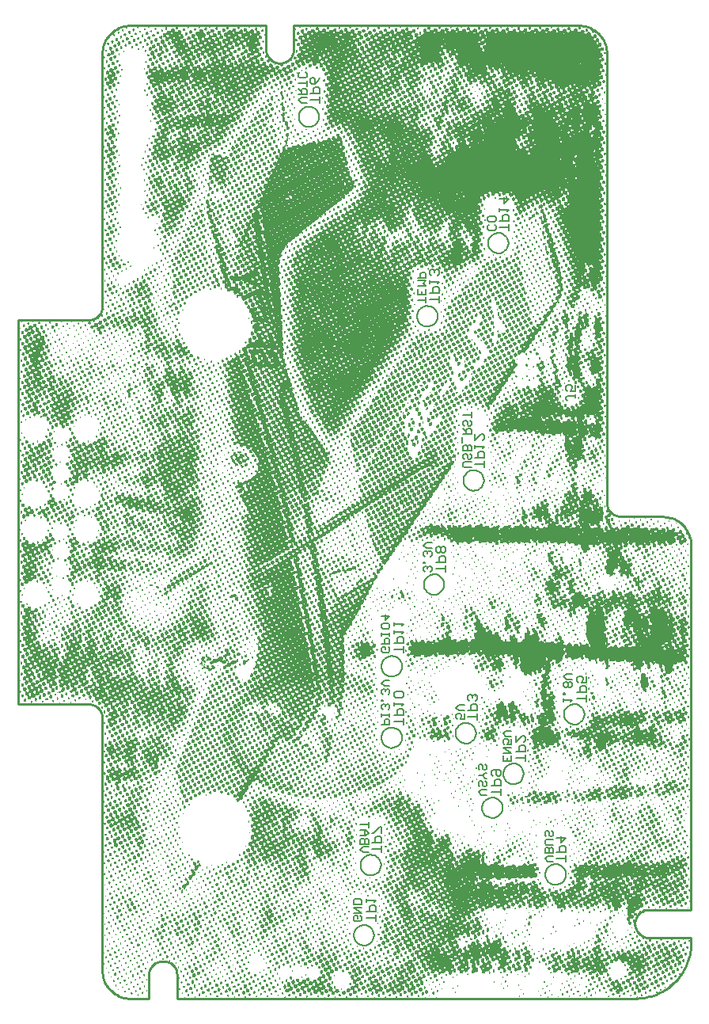
<source format=gbo>
%FSLAX24Y24*%
%MOIN*%
G70*
G01*
G75*
%ADD10C,0.0090*%
%ADD11R,0.1142X0.0157*%
%ADD12R,0.0650X0.1024*%
%ADD13R,0.0079X0.0236*%
%ADD14R,0.0354X0.0118*%
%ADD15R,0.0118X0.0354*%
%ADD16R,0.0118X0.0118*%
%ADD17R,0.0709X0.0709*%
%ADD18R,0.0197X0.0138*%
%ADD19R,0.1260X0.0701*%
%ADD20R,0.1063X0.0472*%
%ADD21R,0.0630X0.0709*%
%ADD22R,0.0709X0.0630*%
%ADD23R,0.0512X0.0591*%
%ADD24R,0.0591X0.0512*%
%ADD25R,0.0394X0.0433*%
%ADD26R,0.0315X0.0551*%
%ADD27R,0.0591X0.0276*%
%ADD28R,0.0276X0.0591*%
%ADD29R,0.0591X0.0394*%
%ADD30R,0.0630X0.0630*%
%ADD31R,0.0315X0.0630*%
%ADD32R,0.0630X0.0315*%
%ADD33C,0.0056*%
%ADD34R,0.0276X0.0118*%
%ADD35R,0.0118X0.0276*%
%ADD36R,0.0276X0.0098*%
%ADD37R,0.0315X0.0098*%
%ADD38R,0.0248X0.0177*%
%ADD39R,0.0748X0.0945*%
%ADD40R,0.0413X0.0236*%
%ADD41R,0.0384X0.0079*%
%ADD42C,0.0079*%
%ADD43R,0.0384X0.0236*%
%ADD44R,0.0039X0.0157*%
%ADD45R,0.0098X0.0581*%
%ADD46O,0.0098X0.0079*%
%ADD47C,0.0011*%
%ADD48R,0.0236X0.0192*%
%ADD49R,0.0074X0.0064*%
%ADD50C,0.0010*%
%ADD51R,0.0035X0.0044*%
%ADD52R,0.0079X0.0202*%
%ADD53R,0.0226X0.0079*%
%ADD54R,0.0044X0.0035*%
%ADD55R,0.0202X0.0079*%
%ADD56R,0.0079X0.0226*%
%ADD57R,0.0192X0.0236*%
%ADD58O,0.0079X0.0098*%
%ADD59R,0.0384X0.0098*%
%ADD60R,0.0064X0.0074*%
%ADD61R,0.0482X0.0079*%
%ADD62R,0.0315X0.0079*%
%ADD63R,0.0079X0.0315*%
%ADD64R,0.0236X0.0217*%
%ADD65R,0.0098X0.0039*%
%ADD66R,0.0354X0.0315*%
%ADD67R,0.0551X0.0315*%
%ADD68R,0.0551X0.0453*%
%ADD69R,0.0236X0.0413*%
%ADD70C,0.0394*%
%ADD71R,0.2016X0.2087*%
%ADD72R,0.0236X0.0276*%
%ADD73R,0.0276X0.0236*%
%ADD74R,0.0433X0.0394*%
%ADD75R,0.0236X0.0472*%
%ADD76R,0.0157X0.0098*%
%ADD77R,0.0079X0.0197*%
%ADD78R,0.0197X0.0079*%
%ADD79R,0.0098X0.0315*%
%ADD80R,0.1457X0.1457*%
%ADD81R,0.1311X0.2756*%
%ADD82R,0.0118X0.0472*%
%ADD83C,0.0100*%
%ADD84C,0.0150*%
%ADD85C,0.0140*%
%ADD86C,0.0170*%
%ADD87C,0.0120*%
%ADD88C,0.0079*%
%ADD89C,0.0110*%
%ADD90C,0.0630*%
%ADD91C,0.0098*%
%ADD92C,0.0070*%
%ADD93C,0.0512*%
%ADD94C,0.0230*%
%ADD95C,0.0236*%
%ADD96C,0.0060*%
%ADD97C,0.0010*%
%ADD98C,0.0118*%
%ADD99R,0.0394X0.1083*%
%ADD100R,0.1033X0.0640*%
%ADD101R,0.1102X0.1102*%
%ADD102R,0.1063X0.0354*%
%ADD103R,0.0748X0.0709*%
%ADD104R,0.0630X0.1339*%
%ADD105R,0.0630X0.1358*%
%ADD106R,0.1654X0.0709*%
%ADD107R,0.0866X0.1614*%
%ADD108R,0.0453X0.0906*%
%ADD109R,0.1594X0.0610*%
%ADD110R,0.0512X0.1516*%
%ADD111R,0.2736X0.0433*%
%ADD112R,0.0787X0.0748*%
%ADD113R,0.2264X0.0689*%
%ADD114R,0.0689X0.0906*%
%ADD115R,0.0236X0.0610*%
%ADD116R,0.0177X0.0315*%
%ADD117R,0.1161X0.0787*%
%ADD118R,0.0689X0.0098*%
%ADD119R,0.0394X0.0571*%
%ADD120R,0.0728X0.0098*%
%ADD121R,0.0768X0.0335*%
%ADD122R,0.0217X0.0689*%
%ADD123R,0.0866X0.0689*%
%ADD124R,0.1319X0.0827*%
%ADD125R,0.0591X0.0276*%
%ADD126R,0.0630X0.1299*%
%ADD127R,0.0531X0.0354*%
%ADD128R,0.0177X0.0748*%
%ADD129R,0.0492X0.0236*%
%ADD130R,0.0335X0.1063*%
%ADD131R,0.0886X0.0610*%
%ADD132R,0.0512X0.0768*%
%ADD133R,0.0807X0.0551*%
%ADD134R,0.1457X0.0492*%
%ADD135R,0.0817X0.1181*%
%ADD136R,0.1801X0.0945*%
%ADD137R,0.0707X0.0295*%
%ADD138R,0.1772X0.0640*%
%ADD139C,0.0787*%
%ADD140C,0.2362*%
%ADD141C,0.0748*%
%ADD142C,0.0591*%
%ADD143C,0.0984*%
%ADD144C,0.2913*%
%ADD145C,0.0433*%
%ADD146C,0.0630*%
%ADD147C,0.0551*%
%ADD148C,0.0256*%
%ADD149C,0.0260*%
%ADD150C,0.0230*%
%ADD151C,0.0500*%
%ADD152C,0.0550*%
%ADD153C,0.0250*%
%ADD154C,0.0180*%
%ADD155C,0.0400*%
%ADD156C,0.0450*%
%ADD157C,0.0095*%
%ADD158C,0.0310*%
%ADD159C,0.0200*%
%ADD160C,0.0197*%
%ADD161R,0.0276X0.0512*%
%ADD162R,0.0738X0.0315*%
%ADD163R,0.0571X0.0315*%
%ADD164R,0.0276X0.0512*%
%ADD165R,0.1969X0.1929*%
%ADD166R,0.0640X0.0394*%
%ADD167R,0.0138X0.0315*%
%ADD168R,0.0787X0.1969*%
%ADD169R,0.1969X0.0787*%
%ADD170C,0.0020*%
D10*
X420276Y397441D02*
X422047Y397441D01*
X420276Y396260D02*
X422047Y396260D01*
X419095Y413976D02*
X420866D01*
X400394Y393701D02*
Y394685D01*
X399213Y393701D02*
Y394685D01*
X398425Y393701D02*
X399213D01*
X404134Y433661D02*
Y434646D01*
X405315Y433661D02*
Y434646D01*
D83*
X420276Y397441D02*
X420178Y397433D01*
X420084Y397409D01*
X419995Y397370D01*
X419913Y397316D01*
X419841Y397250D01*
X419781Y397173D01*
X419735Y397088D01*
X419703Y396995D01*
X419687Y396899D01*
Y396802D01*
X419703Y396705D01*
X419735Y396613D01*
X419781Y396527D01*
X419841Y396450D01*
X419913Y396384D01*
X419995Y396331D01*
X420084Y396292D01*
X420178Y396268D01*
X420276Y396260D01*
X422047Y412795D02*
X422043Y412893D01*
X422031Y412990D01*
X422011Y413085D01*
X421983Y413179D01*
X421948Y413270D01*
X421905Y413357D01*
X421855Y413441D01*
X421798Y413521D01*
X421735Y413595D01*
X421666Y413664D01*
X421592Y413727D01*
X421512Y413784D01*
X421428Y413834D01*
X421341Y413877D01*
X421250Y413912D01*
X421156Y413940D01*
X421061Y413960D01*
X420964Y413972D01*
X420866Y413976D01*
X397244Y394882D02*
X397248Y394784D01*
X397260Y394688D01*
X397280Y394592D01*
X397308Y394498D01*
X397344Y394407D01*
X397386Y394320D01*
X397436Y394236D01*
X397493Y394156D01*
X397556Y394082D01*
X397625Y394013D01*
X397700Y393950D01*
X397779Y393893D01*
X397863Y393843D01*
X397951Y393800D01*
X398042Y393765D01*
X398135Y393737D01*
X398231Y393717D01*
X398328Y393705D01*
X398425Y393701D01*
Y434646D02*
X398328Y434642D01*
X398231Y434630D01*
X398135Y434610D01*
X398042Y434582D01*
X397951Y434546D01*
X397863Y434503D01*
X397779Y434453D01*
X397700Y434397D01*
X397625Y434334D01*
X397556Y434264D01*
X397493Y434190D01*
X397436Y434111D01*
X397386Y434027D01*
X397344Y433939D01*
X397308Y433848D01*
X397280Y433755D01*
X397260Y433659D01*
X397248Y433562D01*
X397244Y433465D01*
X396654Y422244D02*
X396756Y422253D01*
X396856Y422280D01*
X396949Y422323D01*
X397033Y422382D01*
X397106Y422455D01*
X397165Y422539D01*
X397208Y422633D01*
X397235Y422732D01*
X397244Y422835D01*
Y405512D02*
X397235Y405614D01*
X397208Y405714D01*
X397165Y405807D01*
X397106Y405891D01*
X397033Y405964D01*
X396949Y406023D01*
X396856Y406067D01*
X396756Y406093D01*
X396654Y406102D01*
X419685Y393701D02*
X419785Y393703D01*
X419885Y393709D01*
X419985Y393720D01*
X420084Y393735D01*
X420183Y393754D01*
X420280Y393777D01*
X420377Y393804D01*
X420472Y393836D01*
X420566Y393871D01*
X420658Y393910D01*
X420749Y393954D01*
X420837Y394001D01*
X420924Y394052D01*
X421008Y394106D01*
X421090Y394164D01*
X421169Y394225D01*
X421246Y394290D01*
X421320Y394358D01*
X421390Y394428D01*
X421458Y394502D01*
X421523Y394579D01*
X421584Y394658D01*
X421642Y394740D01*
X421697Y394824D01*
X421747Y394911D01*
X421794Y395000D01*
X421838Y395090D01*
X421877Y395182D01*
X421912Y395276D01*
X421944Y395371D01*
X421971Y395468D01*
X421994Y395565D01*
X422013Y395664D01*
X422028Y395763D01*
X422039Y395863D01*
X422045Y395963D01*
X422047Y396063D01*
X418504Y433465D02*
X418500Y433562D01*
X418488Y433659D01*
X418468Y433755D01*
X418440Y433848D01*
X418404Y433939D01*
X418362Y434027D01*
X418312Y434111D01*
X418255Y434190D01*
X418192Y434264D01*
X418123Y434334D01*
X418048Y434397D01*
X417969Y434453D01*
X417885Y434503D01*
X417797Y434546D01*
X417706Y434582D01*
X417613Y434610D01*
X417517Y434630D01*
X417420Y434642D01*
X417323Y434646D01*
X418504Y414567D02*
X418513Y414464D01*
X418540Y414365D01*
X418583Y414272D01*
X418642Y414187D01*
X418715Y414115D01*
X418799Y414055D01*
X418893Y414012D01*
X418992Y413985D01*
X419095Y413976D01*
X400394Y394685D02*
X400386Y394782D01*
X400362Y394877D01*
X400323Y394966D01*
X400269Y395048D01*
X400203Y395120D01*
X400126Y395179D01*
X400040Y395226D01*
X399948Y395258D01*
X399852Y395274D01*
X399754D01*
X399658Y395258D01*
X399566Y395226D01*
X399480Y395179D01*
X399403Y395120D01*
X399337Y395048D01*
X399284Y394966D01*
X399245Y394877D01*
X399221Y394782D01*
X399213Y394685D01*
X404134Y433661D02*
X404142Y433564D01*
X404166Y433470D01*
X404205Y433380D01*
X404258Y433299D01*
X404324Y433227D01*
X404401Y433167D01*
X404487Y433121D01*
X404579Y433089D01*
X404676Y433073D01*
X404773D01*
X404869Y433089D01*
X404962Y433121D01*
X405047Y433167D01*
X405124Y433227D01*
X405190Y433299D01*
X405244Y433380D01*
X405283Y433470D01*
X405307Y433564D01*
X405315Y433661D01*
X422047Y396063D02*
Y396260D01*
X418504Y414567D02*
Y433465D01*
X393701Y422244D02*
X393701Y406102D01*
X405315Y434646D02*
X417323Y434646D01*
X397244Y422835D02*
Y433465D01*
X393701Y422244D02*
X396654D01*
X400394Y393701D02*
X419685Y393701D01*
X397244Y394882D02*
Y405512D01*
X393701Y406102D02*
X396654D01*
X422047Y397441D02*
Y412795D01*
X398425Y434646D02*
X404134D01*
D96*
X406388Y430807D02*
X406376Y430907D01*
X406342Y431001D01*
X406286Y431085D01*
X406213Y431154D01*
X406126Y431205D01*
X406030Y431234D01*
X405930Y431239D01*
X405831Y431222D01*
X405738Y431182D01*
X405658Y431122D01*
X405593Y431045D01*
X405548Y430955D01*
X405525Y430857D01*
Y430757D01*
X405548Y430659D01*
X405593Y430569D01*
X405658Y430492D01*
X405738Y430432D01*
X405831Y430392D01*
X405930Y430375D01*
X406030Y430381D01*
X406126Y430409D01*
X406213Y430460D01*
X406286Y430529D01*
X406342Y430613D01*
X406376Y430707D01*
X406388Y430807D01*
X412992Y404862D02*
X412980Y404962D01*
X412946Y405057D01*
X412891Y405141D01*
X412818Y405210D01*
X412731Y405260D01*
X412634Y405289D01*
X412534Y405295D01*
X412435Y405277D01*
X412343Y405237D01*
X412262Y405177D01*
X412197Y405100D01*
X412152Y405010D01*
X412129Y404912D01*
Y404812D01*
X412152Y404714D01*
X412197Y404624D01*
X412262Y404547D01*
X412343Y404487D01*
X412435Y404447D01*
X412534Y404430D01*
X412634Y404436D01*
X412731Y404465D01*
X412818Y404515D01*
X412891Y404584D01*
X412946Y404668D01*
X412980Y404762D01*
X412992Y404862D01*
X414114Y401722D02*
X414103Y401822D01*
X414068Y401917D01*
X414013Y402001D01*
X413940Y402070D01*
X413853Y402120D01*
X413756Y402149D01*
X413656Y402155D01*
X413557Y402137D01*
X413465Y402097D01*
X413384Y402037D01*
X413319Y401960D01*
X413274Y401871D01*
X413251Y401773D01*
Y401672D01*
X413274Y401574D01*
X413319Y401484D01*
X413384Y401407D01*
X413465Y401347D01*
X413557Y401308D01*
X413656Y401290D01*
X413756Y401296D01*
X413853Y401325D01*
X413940Y401375D01*
X414013Y401444D01*
X414068Y401528D01*
X414103Y401623D01*
X414114Y401722D01*
X415000Y403150D02*
X414988Y403249D01*
X414954Y403344D01*
X414899Y403428D01*
X414826Y403497D01*
X414738Y403547D01*
X414642Y403576D01*
X414542Y403582D01*
X414443Y403564D01*
X414350Y403525D01*
X414270Y403465D01*
X414205Y403388D01*
X414160Y403298D01*
X414137Y403200D01*
Y403099D01*
X414160Y403001D01*
X414205Y402912D01*
X414270Y402835D01*
X414350Y402775D01*
X414443Y402735D01*
X414542Y402717D01*
X414642Y402723D01*
X414738Y402752D01*
X414826Y402802D01*
X414899Y402871D01*
X414954Y402955D01*
X414988Y403050D01*
X415000Y403150D01*
X416772Y398917D02*
X416760Y399017D01*
X416726Y399112D01*
X416670Y399196D01*
X416597Y399265D01*
X416510Y399315D01*
X416414Y399344D01*
X416313Y399350D01*
X416214Y399332D01*
X416122Y399292D01*
X416041Y399232D01*
X415977Y399155D01*
X415932Y399065D01*
X415908Y398968D01*
Y398867D01*
X415932Y398769D01*
X415977Y398679D01*
X416041Y398602D01*
X416122Y398542D01*
X416214Y398502D01*
X416313Y398485D01*
X416414Y398491D01*
X416510Y398520D01*
X416597Y398570D01*
X416670Y398639D01*
X416726Y398723D01*
X416760Y398817D01*
X416772Y398917D01*
X408701Y396358D02*
X408689Y396458D01*
X408655Y396553D01*
X408599Y396637D01*
X408526Y396706D01*
X408439Y396756D01*
X408343Y396785D01*
X408243Y396791D01*
X408144Y396773D01*
X408051Y396733D01*
X407971Y396673D01*
X407906Y396596D01*
X407861Y396506D01*
X407838Y396409D01*
Y396308D01*
X407861Y396210D01*
X407906Y396120D01*
X407971Y396043D01*
X408051Y395983D01*
X408144Y395943D01*
X408243Y395926D01*
X408343Y395932D01*
X408439Y395961D01*
X408526Y396011D01*
X408599Y396080D01*
X408655Y396164D01*
X408689Y396258D01*
X408701Y396358D01*
X414360Y425492D02*
X414349Y425592D01*
X414314Y425686D01*
X414259Y425770D01*
X414186Y425840D01*
X414099Y425890D01*
X414002Y425919D01*
X413902Y425924D01*
X413803Y425907D01*
X413711Y425867D01*
X413630Y425807D01*
X413565Y425730D01*
X413520Y425640D01*
X413497Y425542D01*
Y425442D01*
X413520Y425344D01*
X413565Y425254D01*
X413630Y425177D01*
X413711Y425117D01*
X413803Y425077D01*
X413902Y425060D01*
X414002Y425066D01*
X414099Y425094D01*
X414186Y425145D01*
X414259Y425214D01*
X414314Y425298D01*
X414349Y425392D01*
X414360Y425492D01*
X411378Y422411D02*
X411366Y422511D01*
X411332Y422606D01*
X411277Y422690D01*
X411203Y422759D01*
X411116Y422809D01*
X411020Y422838D01*
X410920Y422844D01*
X410821Y422826D01*
X410728Y422786D01*
X410648Y422726D01*
X410583Y422649D01*
X410538Y422560D01*
X410515Y422462D01*
Y422361D01*
X410538Y422263D01*
X410583Y422173D01*
X410648Y422096D01*
X410728Y422036D01*
X410821Y421997D01*
X410920Y421979D01*
X411020Y421985D01*
X411116Y422014D01*
X411203Y422064D01*
X411277Y422133D01*
X411332Y422217D01*
X411366Y422312D01*
X411378Y422411D01*
X413327Y415502D02*
X413315Y415602D01*
X413281Y415696D01*
X413225Y415780D01*
X413152Y415849D01*
X413065Y415900D01*
X412969Y415928D01*
X412869Y415934D01*
X412770Y415917D01*
X412677Y415877D01*
X412597Y415817D01*
X412532Y415740D01*
X412487Y415650D01*
X412464Y415552D01*
Y415452D01*
X412487Y415354D01*
X412532Y415264D01*
X412597Y415187D01*
X412677Y415127D01*
X412770Y415087D01*
X412869Y415070D01*
X412969Y415075D01*
X413065Y415104D01*
X413152Y415155D01*
X413225Y415224D01*
X413281Y415308D01*
X413315Y415402D01*
X413327Y415502D01*
X409882Y407677D02*
X409870Y407777D01*
X409836Y407872D01*
X409781Y407956D01*
X409707Y408025D01*
X409620Y408075D01*
X409524Y408104D01*
X409424Y408110D01*
X409325Y408092D01*
X409232Y408052D01*
X409152Y407992D01*
X409087Y407915D01*
X409042Y407825D01*
X409019Y407727D01*
Y407627D01*
X409042Y407529D01*
X409087Y407439D01*
X409152Y407362D01*
X409232Y407302D01*
X409325Y407262D01*
X409424Y407245D01*
X409524Y407251D01*
X409620Y407280D01*
X409707Y407330D01*
X409781Y407399D01*
X409836Y407483D01*
X409870Y407577D01*
X409882Y407677D01*
X411654Y411122D02*
X411642Y411222D01*
X411607Y411316D01*
X411552Y411400D01*
X411479Y411469D01*
X411392Y411520D01*
X411296Y411549D01*
X411195Y411554D01*
X411096Y411537D01*
X411004Y411497D01*
X410923Y411437D01*
X410859Y411360D01*
X410814Y411270D01*
X410790Y411172D01*
Y411072D01*
X410814Y410974D01*
X410859Y410884D01*
X410923Y410807D01*
X411004Y410747D01*
X411096Y410707D01*
X411195Y410690D01*
X411296Y410696D01*
X411392Y410724D01*
X411479Y410775D01*
X411552Y410844D01*
X411607Y410928D01*
X411642Y411022D01*
X411654Y411122D01*
X417559Y405659D02*
X417547Y405759D01*
X417513Y405854D01*
X417458Y405938D01*
X417385Y406007D01*
X417298Y406057D01*
X417201Y406086D01*
X417101Y406092D01*
X417002Y406074D01*
X416909Y406035D01*
X416829Y405974D01*
X416764Y405897D01*
X416719Y405808D01*
X416696Y405710D01*
Y405609D01*
X416719Y405511D01*
X416764Y405421D01*
X416829Y405344D01*
X416909Y405284D01*
X417002Y405245D01*
X417101Y405227D01*
X417201Y405233D01*
X417298Y405262D01*
X417385Y405312D01*
X417458Y405381D01*
X417513Y405465D01*
X417547Y405560D01*
X417559Y405659D01*
X409880Y404673D02*
X409868Y404773D01*
X409834Y404868D01*
X409779Y404952D01*
X409705Y405021D01*
X409618Y405071D01*
X409522Y405100D01*
X409422Y405106D01*
X409323Y405088D01*
X409230Y405048D01*
X409150Y404988D01*
X409085Y404911D01*
X409040Y404821D01*
X409017Y404724D01*
Y404623D01*
X409040Y404525D01*
X409085Y404435D01*
X409150Y404358D01*
X409230Y404298D01*
X409323Y404258D01*
X409422Y404241D01*
X409522Y404247D01*
X409618Y404276D01*
X409705Y404326D01*
X409779Y404395D01*
X409834Y404479D01*
X409868Y404573D01*
X409880Y404673D01*
X408996Y399311D02*
X408984Y399411D01*
X408950Y399505D01*
X408895Y399589D01*
X408822Y399658D01*
X408735Y399709D01*
X408638Y399738D01*
X408538Y399743D01*
X408439Y399726D01*
X408346Y399686D01*
X408266Y399626D01*
X408201Y399549D01*
X408156Y399459D01*
X408133Y399361D01*
Y399261D01*
X408156Y399163D01*
X408201Y399073D01*
X408266Y398996D01*
X408346Y398936D01*
X408439Y398896D01*
X408538Y398879D01*
X408638Y398885D01*
X408735Y398913D01*
X408822Y398964D01*
X408895Y399033D01*
X408950Y399117D01*
X408984Y399211D01*
X408996Y399311D01*
X408470Y399852D02*
X408237D01*
X408120Y399969D01*
X408237Y400086D01*
X408470D01*
Y400202D02*
X408120D01*
Y400377D01*
X408178Y400436D01*
X408237D01*
X408295Y400377D01*
Y400202D01*
Y400377D01*
X408353Y400436D01*
X408412D01*
X408470Y400377D01*
Y400202D01*
X408120Y400552D02*
X408353D01*
X408470Y400669D01*
X408353Y400785D01*
X408120D01*
X408295D01*
Y400552D01*
X408470Y400902D02*
Y401135D01*
Y401019D01*
X408120D01*
X409012Y399852D02*
Y400119D01*
Y399986D01*
X408612D01*
Y400252D02*
X409012D01*
Y400452D01*
X408945Y400519D01*
X408812D01*
X408745Y400452D01*
Y400252D01*
X409012Y400652D02*
Y400919D01*
X408945D01*
X408679Y400652D01*
X408612D01*
X409006Y405217D02*
X409356D01*
Y405391D01*
X409297Y405450D01*
X409181D01*
X409123Y405391D01*
Y405217D01*
X409356Y405566D02*
Y405683D01*
Y405625D01*
X409006D01*
Y405566D01*
Y405683D01*
X409297Y405858D02*
X409356Y405916D01*
Y406033D01*
X409297Y406091D01*
X409239D01*
X409181Y406033D01*
Y405975D01*
Y406033D01*
X409123Y406091D01*
X409064D01*
X409006Y406033D01*
Y405916D01*
X409064Y405858D01*
X409006Y406208D02*
X409064D01*
Y406266D01*
X409006D01*
Y406208D01*
X409297Y406499D02*
X409356Y406558D01*
Y406674D01*
X409297Y406733D01*
X409239D01*
X409181Y406674D01*
Y406616D01*
Y406674D01*
X409123Y406733D01*
X409064D01*
X409006Y406674D01*
Y406558D01*
X409064Y406499D01*
X409356Y406849D02*
X409123D01*
X409006Y406966D01*
X409123Y407083D01*
X409356D01*
X409947Y405217D02*
Y405483D01*
Y405350D01*
X409547D01*
Y405616D02*
X409947D01*
Y405816D01*
X409880Y405883D01*
X409747D01*
X409681Y405816D01*
Y405616D01*
X409547Y406016D02*
Y406150D01*
Y406083D01*
X409947D01*
X409880Y406016D01*
Y406349D02*
X409947Y406416D01*
Y406549D01*
X409880Y406616D01*
X409614D01*
X409547Y406549D01*
Y406416D01*
X409614Y406349D01*
X409880D01*
X412801Y416043D02*
X412509D01*
X412451Y416102D01*
Y416218D01*
X412509Y416277D01*
X412801D01*
X412742Y416626D02*
X412801Y416568D01*
Y416451D01*
X412742Y416393D01*
X412684D01*
X412626Y416451D01*
Y416568D01*
X412567Y416626D01*
X412509D01*
X412451Y416568D01*
Y416451D01*
X412509Y416393D01*
X412801Y416743D02*
X412451D01*
Y416918D01*
X412509Y416976D01*
X412567D01*
X412626Y416918D01*
Y416743D01*
Y416918D01*
X412684Y416976D01*
X412742D01*
X412801Y416918D01*
Y416743D01*
X412392Y417093D02*
Y417326D01*
X412451Y417443D02*
X412801D01*
Y417618D01*
X412742Y417676D01*
X412626D01*
X412567Y417618D01*
Y417443D01*
Y417559D02*
X412451Y417676D01*
X412742Y418026D02*
X412801Y417968D01*
Y417851D01*
X412742Y417793D01*
X412684D01*
X412626Y417851D01*
Y417968D01*
X412567Y418026D01*
X412509D01*
X412451Y417968D01*
Y417851D01*
X412509Y417793D01*
X412801Y418143D02*
Y418376D01*
Y418259D01*
X412451D01*
X413343Y416043D02*
Y416310D01*
Y416177D01*
X412943D01*
Y416443D02*
X413343D01*
Y416643D01*
X413276Y416710D01*
X413143D01*
X413076Y416643D01*
Y416443D01*
X412943Y416843D02*
Y416976D01*
Y416910D01*
X413343D01*
X413276Y416843D01*
X412943Y417443D02*
Y417176D01*
X413209Y417443D01*
X413276D01*
X413343Y417376D01*
Y417243D01*
X413276Y417176D01*
X409297Y408501D02*
X409356Y408443D01*
Y408326D01*
X409297Y408268D01*
X409064D01*
X409006Y408326D01*
Y408443D01*
X409064Y408501D01*
X409181D01*
Y408384D01*
X409006Y408618D02*
X409356D01*
Y408793D01*
X409297Y408851D01*
X409181D01*
X409123Y408793D01*
Y408618D01*
X409356Y408967D02*
Y409084D01*
Y409026D01*
X409006D01*
Y408967D01*
Y409084D01*
X409356Y409434D02*
Y409317D01*
X409297Y409259D01*
X409064D01*
X409006Y409317D01*
Y409434D01*
X409064Y409492D01*
X409297D01*
X409356Y409434D01*
X409006Y409784D02*
X409356D01*
X409181Y409609D01*
Y409842D01*
X409947Y408268D02*
Y408534D01*
Y408401D01*
X409547D01*
Y408668D02*
X409947D01*
Y408868D01*
X409880Y408934D01*
X409747D01*
X409681Y408868D01*
Y408668D01*
X409547Y409067D02*
Y409201D01*
Y409134D01*
X409947D01*
X409880Y409067D01*
X409547Y409401D02*
Y409534D01*
Y409467D01*
X409947D01*
X409880Y409401D01*
X411069Y411663D02*
X411127Y411722D01*
Y411838D01*
X411069Y411897D01*
X411011D01*
X410952Y411838D01*
Y411780D01*
Y411838D01*
X410894Y411897D01*
X410836D01*
X410778Y411838D01*
Y411722D01*
X410836Y411663D01*
X410778Y412013D02*
X410836D01*
Y412072D01*
X410778D01*
Y412013D01*
X411069Y412305D02*
X411127Y412363D01*
Y412480D01*
X411069Y412538D01*
X411011D01*
X410952Y412480D01*
Y412421D01*
Y412480D01*
X410894Y412538D01*
X410836D01*
X410778Y412480D01*
Y412363D01*
X410836Y412305D01*
X411127Y412655D02*
X410894D01*
X410778Y412771D01*
X410894Y412888D01*
X411127D01*
X411719Y411663D02*
Y411930D01*
Y411797D01*
X411319D01*
Y412063D02*
X411719D01*
Y412263D01*
X411652Y412330D01*
X411519D01*
X411452Y412263D01*
Y412063D01*
X411652Y412463D02*
X411719Y412530D01*
Y412663D01*
X411652Y412730D01*
X411585D01*
X411519Y412663D01*
X411452Y412730D01*
X411386D01*
X411319Y412663D01*
Y412530D01*
X411386Y412463D01*
X411452D01*
X411519Y412530D01*
X411585Y412463D01*
X411652D01*
X411519Y412530D02*
Y412663D01*
X405862Y431398D02*
X405628D01*
X405512Y431514D01*
X405628Y431631D01*
X405862D01*
X405512Y431748D02*
X405862D01*
Y431922D01*
X405803Y431981D01*
X405687D01*
X405628Y431922D01*
Y431748D01*
Y431864D02*
X405512Y431981D01*
X405862Y432097D02*
Y432331D01*
Y432214D01*
X405512D01*
X405803Y432681D02*
X405862Y432622D01*
Y432506D01*
X405803Y432447D01*
X405570D01*
X405512Y432506D01*
Y432622D01*
X405570Y432681D01*
X406404Y431398D02*
Y431664D01*
Y431531D01*
X406004D01*
Y431798D02*
X406404D01*
Y431997D01*
X406337Y432064D01*
X406204D01*
X406137Y431997D01*
Y431798D01*
X406404Y432464D02*
X406337Y432331D01*
X406204Y432197D01*
X406071D01*
X406004Y432264D01*
Y432397D01*
X406071Y432464D01*
X406137D01*
X406204Y432397D01*
Y432197D01*
X416683Y406201D02*
Y406317D01*
Y406259D01*
X417033D01*
X416975Y406201D01*
X416683Y406492D02*
X416741D01*
Y406551D01*
X416683D01*
Y406492D01*
X416975Y406784D02*
X417033Y406842D01*
Y406959D01*
X416975Y407017D01*
X416916D01*
X416858Y406959D01*
X416800Y407017D01*
X416741D01*
X416683Y406959D01*
Y406842D01*
X416741Y406784D01*
X416800D01*
X416858Y406842D01*
X416916Y406784D01*
X416975D01*
X416858Y406842D02*
Y406959D01*
X417033Y407134D02*
X416800D01*
X416683Y407250D01*
X416800Y407367D01*
X417033D01*
X417624Y406201D02*
Y406467D01*
Y406334D01*
X417224D01*
Y406601D02*
X417624D01*
Y406801D01*
X417558Y406867D01*
X417424D01*
X417358Y406801D01*
Y406601D01*
X417624Y407267D02*
Y407001D01*
X417424D01*
X417491Y407134D01*
Y407200D01*
X417424Y407267D01*
X417291D01*
X417224Y407200D01*
Y407067D01*
X417291Y407001D01*
X417181Y419115D02*
Y418982D01*
Y419048D01*
X416848D01*
X416782Y418982D01*
Y418915D01*
X416848Y418848D01*
X417181Y419515D02*
Y419248D01*
X416981D01*
X417048Y419382D01*
Y419448D01*
X416981Y419515D01*
X416848D01*
X416782Y419448D01*
Y419315D01*
X416848Y419248D01*
X413776Y426267D02*
X413834Y426208D01*
Y426092D01*
X413776Y426033D01*
X413543D01*
X413484Y426092D01*
Y426208D01*
X413543Y426267D01*
X413834Y426558D02*
Y426442D01*
X413776Y426383D01*
X413543D01*
X413484Y426442D01*
Y426558D01*
X413543Y426617D01*
X413776D01*
X413834Y426558D01*
X414376Y426033D02*
Y426300D01*
Y426167D01*
X413976D01*
Y426433D02*
X414376D01*
Y426633D01*
X414310Y426700D01*
X414176D01*
X414110Y426633D01*
Y426433D01*
X413976Y426833D02*
Y426967D01*
Y426900D01*
X414376D01*
X414310Y426833D01*
X413976Y427366D02*
X414376D01*
X414176Y427166D01*
Y427433D01*
X410881Y422982D02*
Y423216D01*
Y423099D01*
X410532D01*
X410881Y423565D02*
Y423332D01*
X410532D01*
Y423565D01*
X410706Y423332D02*
Y423449D01*
X410532Y423682D02*
X410881D01*
X410765Y423799D01*
X410881Y423915D01*
X410532D01*
Y424032D02*
X410881D01*
Y424207D01*
X410823Y424265D01*
X410706D01*
X410648Y424207D01*
Y424032D01*
X411423Y422982D02*
Y423249D01*
Y423116D01*
X411024D01*
Y423382D02*
X411423D01*
Y423582D01*
X411357Y423649D01*
X411224D01*
X411157Y423582D01*
Y423382D01*
X411024Y423782D02*
Y423915D01*
Y423849D01*
X411423D01*
X411357Y423782D01*
Y424115D02*
X411423Y424182D01*
Y424315D01*
X411357Y424382D01*
X411290D01*
X411224Y424315D01*
Y424249D01*
Y424315D01*
X411157Y424382D01*
X411090D01*
X411024Y424315D01*
Y424182D01*
X411090Y424115D01*
X413440Y402264D02*
X413207D01*
X413091Y402380D01*
X413207Y402497D01*
X413440D01*
X413382Y402847D02*
X413440Y402789D01*
Y402672D01*
X413382Y402614D01*
X413324D01*
X413265Y402672D01*
Y402789D01*
X413207Y402847D01*
X413149D01*
X413091Y402789D01*
Y402672D01*
X413149Y402614D01*
X413440Y402964D02*
X413382D01*
X413265Y403080D01*
X413382Y403197D01*
X413440D01*
X413265Y403080D02*
X413091D01*
X413382Y403547D02*
X413440Y403488D01*
Y403372D01*
X413382Y403313D01*
X413324D01*
X413265Y403372D01*
Y403488D01*
X413207Y403547D01*
X413149D01*
X413091Y403488D01*
Y403372D01*
X413149Y403313D01*
X414032Y402264D02*
Y402530D01*
Y402397D01*
X413632D01*
Y402664D02*
X414032D01*
Y402864D01*
X413965Y402930D01*
X413832D01*
X413765Y402864D01*
Y402664D01*
X413699Y403064D02*
X413632Y403130D01*
Y403263D01*
X413699Y403330D01*
X413965D01*
X414032Y403263D01*
Y403130D01*
X413965Y403064D01*
X413898D01*
X413832Y403130D01*
Y403330D01*
X414474Y403924D02*
Y403691D01*
X414124D01*
Y403924D01*
X414299Y403691D02*
Y403808D01*
X414124Y404041D02*
X414474D01*
X414124Y404274D01*
X414474D01*
Y404624D02*
Y404391D01*
X414299D01*
X414357Y404507D01*
Y404566D01*
X414299Y404624D01*
X414182D01*
X414124Y404566D01*
Y404449D01*
X414182Y404391D01*
X414474Y404741D02*
X414241D01*
X414124Y404857D01*
X414241Y404974D01*
X414474D01*
X415065Y403691D02*
Y403958D01*
Y403824D01*
X414665D01*
Y404091D02*
X415065D01*
Y404291D01*
X414999Y404357D01*
X414865D01*
X414799Y404291D01*
Y404091D01*
X414665Y404757D02*
Y404491D01*
X414932Y404757D01*
X414999D01*
X415065Y404691D01*
Y404557D01*
X414999Y404491D01*
X412505Y405696D02*
Y405463D01*
X412330D01*
X412389Y405579D01*
Y405638D01*
X412330Y405696D01*
X412214D01*
X412155Y405638D01*
Y405521D01*
X412214Y405463D01*
X412505Y405812D02*
X412272D01*
X412155Y405929D01*
X412272Y406046D01*
X412505D01*
X413048Y405413D02*
Y405680D01*
Y405547D01*
X412648D01*
Y405813D02*
X413048D01*
Y406013D01*
X412981Y406080D01*
X412848D01*
X412781Y406013D01*
Y405813D01*
X412981Y406213D02*
X413048Y406280D01*
Y406413D01*
X412981Y406480D01*
X412914D01*
X412848Y406413D01*
Y406346D01*
Y406413D01*
X412781Y406480D01*
X412714D01*
X412648Y406413D01*
Y406280D01*
X412714Y406213D01*
X416246Y399459D02*
X416012D01*
X415896Y399575D01*
X416012Y399692D01*
X416246D01*
Y399809D02*
X415896D01*
Y399983D01*
X415954Y400042D01*
X416012D01*
X416071Y399983D01*
Y399809D01*
Y399983D01*
X416129Y400042D01*
X416187D01*
X416246Y399983D01*
Y399809D01*
Y400158D02*
X415954D01*
X415896Y400217D01*
Y400333D01*
X415954Y400392D01*
X416246D01*
X416187Y400742D02*
X416246Y400683D01*
Y400567D01*
X416187Y400508D01*
X416129D01*
X416071Y400567D01*
Y400683D01*
X416012Y400742D01*
X415954D01*
X415896Y400683D01*
Y400567D01*
X415954Y400508D01*
X416788Y399459D02*
Y399725D01*
Y399592D01*
X416388D01*
Y399859D02*
X416788D01*
Y400058D01*
X416721Y400125D01*
X416588D01*
X416521Y400058D01*
Y399859D01*
X416388Y400458D02*
X416788D01*
X416588Y400258D01*
Y400525D01*
X408116Y397182D02*
X408175Y397124D01*
Y397007D01*
X408116Y396949D01*
X407883D01*
X407825Y397007D01*
Y397124D01*
X407883Y397182D01*
X408000D01*
Y397065D01*
X407825Y397299D02*
X408175D01*
X407825Y397532D01*
X408175D01*
Y397649D02*
X407825D01*
Y397824D01*
X407883Y397882D01*
X408116D01*
X408175Y397824D01*
Y397649D01*
X408766Y396949D02*
Y397215D01*
Y397082D01*
X408366D01*
Y397349D02*
X408766D01*
Y397549D01*
X408699Y397615D01*
X408566D01*
X408499Y397549D01*
Y397349D01*
X408366Y397749D02*
Y397882D01*
Y397815D01*
X408766D01*
X408699Y397749D01*
D170*
X393692Y421181D02*
Y421201D01*
Y419061D02*
Y419081D01*
Y418601D02*
Y418621D01*
Y414821D02*
Y414841D01*
Y414361D02*
Y414381D01*
Y412701D02*
Y412721D01*
Y412241D02*
Y412261D01*
Y410581D02*
Y410601D01*
Y410121D02*
Y410141D01*
Y408461D02*
Y408481D01*
X393712Y420721D02*
Y420761D01*
Y420261D02*
Y420281D01*
Y418601D02*
Y418641D01*
Y418141D02*
Y418161D01*
Y416481D02*
Y416521D01*
Y416021D02*
Y416041D01*
Y414361D02*
Y414401D01*
Y413901D02*
Y413921D01*
Y412241D02*
Y412281D01*
Y411781D02*
Y411801D01*
Y410121D02*
Y410161D01*
Y409661D02*
Y409681D01*
Y408001D02*
Y408041D01*
Y407541D02*
Y407561D01*
X393732Y421921D02*
Y421941D01*
Y420241D02*
Y420301D01*
Y419801D02*
Y419821D01*
Y418121D02*
Y418181D01*
Y417681D02*
Y417701D01*
Y416001D02*
Y416061D01*
Y415561D02*
Y415581D01*
Y414361D02*
Y414381D01*
Y413881D02*
Y413941D01*
Y413441D02*
Y413461D01*
Y412241D02*
Y412261D01*
Y411761D02*
Y411821D01*
Y411321D02*
Y411361D01*
Y410121D02*
Y410141D01*
Y409641D02*
Y409701D01*
Y409201D02*
Y409221D01*
Y407521D02*
Y407581D01*
X393752Y421901D02*
Y421961D01*
Y421461D02*
Y421481D01*
Y419781D02*
Y419841D01*
Y419341D02*
Y419361D01*
Y417661D02*
Y417721D01*
Y417221D02*
Y417241D01*
Y416021D02*
Y416041D01*
Y415541D02*
Y415601D01*
Y415101D02*
Y415121D01*
Y413901D02*
Y413921D01*
Y413421D02*
Y413481D01*
Y412961D02*
Y413021D01*
Y411781D02*
Y411801D01*
Y411301D02*
Y411361D01*
Y410861D02*
Y410901D01*
Y409661D02*
Y409681D01*
Y409181D02*
Y409241D01*
Y408741D02*
Y408781D01*
Y407541D02*
Y407561D01*
Y407081D02*
Y407101D01*
Y406621D02*
Y406641D01*
X393772Y421921D02*
Y421941D01*
Y421441D02*
Y421501D01*
Y421001D02*
Y421041D01*
Y419801D02*
Y419821D01*
Y419321D02*
Y419381D01*
Y418881D02*
Y418921D01*
Y417201D02*
Y417261D01*
Y416761D02*
Y416781D01*
Y415561D02*
Y415601D01*
Y415081D02*
Y415141D01*
Y414621D02*
Y414681D01*
Y413441D02*
Y413461D01*
Y412961D02*
Y413041D01*
Y412501D02*
Y412561D01*
Y411301D02*
Y411361D01*
Y410841D02*
Y410901D01*
Y410381D02*
Y410441D01*
Y409181D02*
Y409241D01*
Y408721D02*
Y408781D01*
Y408261D02*
Y408321D01*
Y407081D02*
Y407101D01*
Y406601D02*
Y406661D01*
X393792Y421441D02*
Y421501D01*
Y420981D02*
Y421041D01*
Y420521D02*
Y420581D01*
Y419341D02*
Y419381D01*
Y418861D02*
Y418921D01*
Y418401D02*
Y418461D01*
Y417221D02*
Y417241D01*
Y416741D02*
Y416801D01*
Y416281D02*
Y416341D01*
Y415841D02*
Y415861D01*
Y415101D02*
Y415141D01*
Y414621D02*
Y414681D01*
Y414161D02*
Y414221D01*
Y413721D02*
Y413741D01*
Y412961D02*
Y413021D01*
Y412501D02*
Y412581D01*
Y412041D02*
Y412101D01*
Y411601D02*
Y411621D01*
Y411321D02*
Y411341D01*
Y410861D02*
Y410901D01*
Y410381D02*
Y410441D01*
Y409921D02*
Y409981D01*
Y409481D02*
Y409501D01*
Y408721D02*
Y408781D01*
Y408261D02*
Y408321D01*
Y407801D02*
Y407861D01*
Y407361D02*
Y407381D01*
Y406621D02*
Y406641D01*
X393812Y420981D02*
Y421041D01*
Y420521D02*
Y420581D01*
Y420061D02*
Y420121D01*
Y418861D02*
Y418921D01*
Y418401D02*
Y418461D01*
Y417961D02*
Y417981D01*
Y416761D02*
Y416781D01*
Y416261D02*
Y416361D01*
Y415821D02*
Y415881D01*
Y415381D02*
Y415401D01*
Y414621D02*
Y414681D01*
Y414141D02*
Y414241D01*
Y413701D02*
Y413761D01*
Y412981D02*
Y413001D01*
Y412501D02*
Y412561D01*
Y412021D02*
Y412121D01*
Y411581D02*
Y411641D01*
Y411121D02*
Y411181D01*
Y410381D02*
Y410441D01*
Y409901D02*
Y410001D01*
Y409461D02*
Y409541D01*
Y409021D02*
Y409041D01*
Y408741D02*
Y408761D01*
Y408261D02*
Y408321D01*
Y407801D02*
Y407881D01*
Y407341D02*
Y407401D01*
X393832Y422201D02*
Y422221D01*
Y421721D02*
Y421781D01*
Y421261D02*
Y421301D01*
Y420541D02*
Y420581D01*
Y420061D02*
Y420121D01*
Y419601D02*
Y419661D01*
Y419161D02*
Y419181D01*
Y418401D02*
Y418461D01*
Y417961D02*
Y417981D01*
Y417501D02*
Y417521D01*
Y416281D02*
Y416341D01*
Y415801D02*
Y415901D01*
Y415361D02*
Y415441D01*
Y414161D02*
Y414221D01*
Y413701D02*
Y413781D01*
Y413241D02*
Y413301D01*
Y412781D02*
Y412841D01*
Y412521D02*
Y412541D01*
Y412041D02*
Y412101D01*
Y411561D02*
Y411661D01*
Y411101D02*
Y411201D01*
Y410401D02*
Y410421D01*
Y409901D02*
Y410001D01*
Y409441D02*
Y409541D01*
Y409001D02*
Y409081D01*
Y408541D02*
Y408581D01*
Y408281D02*
Y408301D01*
Y407801D02*
Y407861D01*
Y407321D02*
Y407421D01*
Y406881D02*
Y406961D01*
X393852Y421701D02*
Y421801D01*
Y421241D02*
Y421341D01*
Y420821D02*
Y420841D01*
Y420061D02*
Y420121D01*
Y419581D02*
Y419681D01*
Y419121D02*
Y419221D01*
Y418681D02*
Y418741D01*
Y418421D02*
Y418441D01*
Y417481D02*
Y417541D01*
Y417021D02*
Y417101D01*
Y416561D02*
Y416601D01*
Y416281D02*
Y416341D01*
Y415801D02*
Y415901D01*
Y415341D02*
Y415441D01*
Y414921D02*
Y414941D01*
Y414441D02*
Y414521D01*
Y414161D02*
Y414221D01*
Y413701D02*
Y413761D01*
Y413241D02*
Y413301D01*
Y412761D02*
Y412861D01*
Y412301D02*
Y412401D01*
Y412041D02*
Y412121D01*
Y411561D02*
Y411661D01*
Y411101D02*
Y411221D01*
Y410681D02*
Y410701D01*
Y410181D02*
Y410281D01*
Y409921D02*
Y410001D01*
Y409441D02*
Y409541D01*
Y408981D02*
Y409081D01*
Y408521D02*
Y408621D01*
Y408061D02*
Y408161D01*
Y407801D02*
Y407861D01*
Y407341D02*
Y407401D01*
Y406861D02*
Y406961D01*
Y406421D02*
Y406481D01*
X393872Y421701D02*
Y421801D01*
Y421241D02*
Y421341D01*
Y420801D02*
Y420881D01*
Y420341D02*
Y420381D01*
Y420081D02*
Y420101D01*
Y419581D02*
Y419681D01*
Y419121D02*
Y419221D01*
Y418661D02*
Y418761D01*
Y418241D02*
Y418261D01*
Y417001D02*
Y417101D01*
Y416561D02*
Y416641D01*
Y416081D02*
Y416181D01*
Y415801D02*
Y415901D01*
Y415661D02*
Y415681D01*
Y415341D02*
Y415441D01*
Y414921D02*
Y414961D01*
Y414421D02*
Y414521D01*
Y413961D02*
Y414061D01*
Y413261D02*
Y413281D01*
Y412741D02*
Y412881D01*
Y412301D02*
Y412401D01*
Y412061D02*
Y412081D01*
Y411841D02*
Y411941D01*
Y411561D02*
Y411661D01*
Y411421D02*
Y411441D01*
Y411101D02*
Y411201D01*
Y410681D02*
Y410721D01*
Y410181D02*
Y410281D01*
Y409721D02*
Y409821D01*
Y409441D02*
Y409541D01*
Y409301D02*
Y409321D01*
Y408981D02*
Y409081D01*
Y408521D02*
Y408621D01*
Y408061D02*
Y408161D01*
Y407601D02*
Y407701D01*
Y407361D02*
Y407381D01*
Y406861D02*
Y406961D01*
Y406401D02*
Y406501D01*
X393892Y422021D02*
Y422041D01*
Y421701D02*
Y421801D01*
Y421561D02*
Y421581D01*
Y421241D02*
Y421341D01*
Y420781D02*
Y420881D01*
Y420321D02*
Y420421D01*
Y419881D02*
Y419921D01*
Y419581D02*
Y419661D01*
Y419441D02*
Y419461D01*
Y419121D02*
Y419221D01*
Y418661D02*
Y418761D01*
Y418221D02*
Y418301D01*
Y417021D02*
Y417101D01*
Y416541D02*
Y416641D01*
Y416081D02*
Y416181D01*
Y415621D02*
Y415721D01*
Y415361D02*
Y415441D01*
Y414421D02*
Y414521D01*
Y413961D02*
Y414081D01*
Y413081D02*
Y413101D01*
Y412741D02*
Y412881D01*
Y412281D02*
Y412421D01*
Y411821D02*
Y411961D01*
Y411601D02*
Y411621D01*
Y411381D02*
Y411481D01*
Y411101D02*
Y411201D01*
Y410161D02*
Y410281D01*
Y409721D02*
Y409841D01*
Y409261D02*
Y409361D01*
Y408981D02*
Y409081D01*
Y408821D02*
Y408881D01*
Y408521D02*
Y408621D01*
Y408041D02*
Y408181D01*
Y407601D02*
Y407701D01*
Y407161D02*
Y407221D01*
Y406861D02*
Y406961D01*
Y406421D02*
Y406481D01*
X393912Y422001D02*
Y422061D01*
Y421741D02*
Y421761D01*
Y421521D02*
Y421621D01*
Y421241D02*
Y421341D01*
Y421081D02*
Y421141D01*
Y420781D02*
Y420881D01*
Y420321D02*
Y420421D01*
Y419861D02*
Y419961D01*
Y419621D02*
Y419641D01*
Y419401D02*
Y419501D01*
Y419121D02*
Y419221D01*
Y418681D02*
Y418761D01*
Y418201D02*
Y418301D01*
Y417041D02*
Y417081D01*
Y416561D02*
Y416621D01*
Y416061D02*
Y416201D01*
Y415601D02*
Y415741D01*
Y414421D02*
Y414521D01*
Y413941D02*
Y414081D01*
Y413041D02*
Y413121D01*
Y412741D02*
Y412881D01*
Y412581D02*
Y412681D01*
Y412281D02*
Y412421D01*
Y412141D02*
Y412161D01*
Y411821D02*
Y411961D01*
Y411361D02*
Y411501D01*
Y411141D02*
Y411181D01*
Y410161D02*
Y410281D01*
Y409701D02*
Y409841D01*
Y409241D02*
Y409381D01*
Y409001D02*
Y409061D01*
Y408781D02*
Y408921D01*
Y408521D02*
Y408621D01*
Y408381D02*
Y408421D01*
Y408041D02*
Y408161D01*
Y407581D02*
Y407721D01*
Y407141D02*
Y407241D01*
Y406681D02*
Y406781D01*
Y406421D02*
Y406501D01*
X393932Y421981D02*
Y422081D01*
Y421501D02*
Y421641D01*
Y421281D02*
Y421301D01*
Y421061D02*
Y421161D01*
Y420781D02*
Y420881D01*
Y420321D02*
Y420421D01*
Y419861D02*
Y419961D01*
Y419401D02*
Y419521D01*
Y418961D02*
Y419021D01*
Y418701D02*
Y418721D01*
Y418221D02*
Y418301D01*
Y417301D02*
Y417361D01*
Y416841D02*
Y416901D01*
Y416581D02*
Y416601D01*
Y416061D02*
Y416181D01*
Y415601D02*
Y415741D01*
Y415201D02*
Y415221D01*
Y414421D02*
Y414521D01*
Y414281D02*
Y414321D01*
Y413941D02*
Y414081D01*
Y413021D02*
Y413121D01*
Y412761D02*
Y412861D01*
Y412561D02*
Y412721D01*
Y412281D02*
Y412421D01*
Y412121D02*
Y412221D01*
Y411821D02*
Y411961D01*
Y411661D02*
Y411701D01*
Y411361D02*
Y411501D01*
Y410961D02*
Y410981D01*
Y410181D02*
Y410281D01*
Y410001D02*
Y410101D01*
Y409701D02*
Y409841D01*
Y409561D02*
Y409581D01*
Y409241D02*
Y409381D01*
Y408781D02*
Y408921D01*
Y408561D02*
Y408581D01*
Y408341D02*
Y408441D01*
Y408061D02*
Y408161D01*
Y407901D02*
Y407981D01*
Y407581D02*
Y407721D01*
Y407141D02*
Y407261D01*
Y406681D02*
Y406781D01*
X393952Y421981D02*
Y422061D01*
Y421501D02*
Y421641D01*
Y421041D02*
Y421181D01*
Y420801D02*
Y420861D01*
Y420601D02*
Y420701D01*
Y420321D02*
Y420421D01*
Y419861D02*
Y419961D01*
Y419381D02*
Y419521D01*
Y418961D02*
Y419021D01*
Y418481D02*
Y418581D01*
Y418241D02*
Y418301D01*
Y417301D02*
Y417361D01*
Y416841D02*
Y416921D01*
Y416361D02*
Y416461D01*
Y416081D02*
Y416181D01*
Y415901D02*
Y416001D01*
Y415601D02*
Y415741D01*
Y415201D02*
Y415241D01*
Y414241D02*
Y414341D01*
Y413961D02*
Y414081D01*
Y413021D02*
Y413121D01*
Y412821D02*
Y412881D01*
Y412561D02*
Y412721D01*
Y412301D02*
Y412421D01*
Y412101D02*
Y412281D01*
Y411801D02*
Y411961D01*
Y411661D02*
Y411761D01*
Y411341D02*
Y411501D01*
Y411221D02*
Y411241D01*
Y410961D02*
Y411001D01*
Y410181D02*
Y410261D01*
Y409981D02*
Y410121D01*
Y409681D02*
Y409841D01*
Y409541D02*
Y409641D01*
Y409221D02*
Y409381D01*
Y409101D02*
Y409121D01*
Y408781D02*
Y408921D01*
Y408341D02*
Y408461D01*
Y408101D02*
Y408121D01*
Y407861D02*
Y408001D01*
Y407581D02*
Y407721D01*
Y407421D02*
Y407521D01*
Y407141D02*
Y407261D01*
Y406661D02*
Y406801D01*
Y406241D02*
Y406301D01*
X393972Y422021D02*
Y422041D01*
Y421841D02*
Y421861D01*
Y421501D02*
Y421641D01*
Y421041D02*
Y421181D01*
Y420581D02*
Y420721D01*
Y420361D02*
Y420381D01*
Y420141D02*
Y420241D01*
Y419861D02*
Y419961D01*
Y419701D02*
Y419761D01*
Y419381D02*
Y419521D01*
Y418961D02*
Y419041D01*
Y418481D02*
Y418581D01*
Y417321D02*
Y417341D01*
Y416821D02*
Y416921D01*
Y416361D02*
Y416461D01*
Y416081D02*
Y416161D01*
Y415881D02*
Y416021D01*
Y415601D02*
Y415741D01*
Y415461D02*
Y415541D01*
Y414221D02*
Y414361D01*
Y413961D02*
Y414061D01*
Y413821D02*
Y413841D01*
Y413021D02*
Y413121D01*
Y412821D02*
Y412921D01*
Y412541D02*
Y412721D01*
Y412361D02*
Y412441D01*
Y412101D02*
Y412261D01*
Y411841D02*
Y411941D01*
Y411641D02*
Y411821D01*
Y411201D02*
Y411501D01*
Y409981D02*
Y410141D01*
Y409721D02*
Y409821D01*
Y409521D02*
Y409701D01*
Y409061D02*
Y409381D01*
Y408781D02*
Y408921D01*
Y408321D02*
Y408461D01*
Y407861D02*
Y408001D01*
Y407601D02*
Y407701D01*
Y407401D02*
Y407561D01*
Y407141D02*
Y407261D01*
Y406981D02*
Y407041D01*
Y406661D02*
Y406801D01*
Y406241D02*
Y406321D01*
X393992Y421781D02*
Y421901D01*
Y421501D02*
Y421641D01*
Y421341D02*
Y421441D01*
Y421021D02*
Y421181D01*
Y420881D02*
Y420921D01*
Y420581D02*
Y420721D01*
Y420141D02*
Y420261D01*
Y419881D02*
Y419941D01*
Y419661D02*
Y419801D01*
Y419401D02*
Y419521D01*
Y419261D02*
Y419301D01*
Y418941D02*
Y419041D01*
Y418461D02*
Y418601D01*
Y418061D02*
Y418081D01*
Y416821D02*
Y416921D01*
Y416341D02*
Y416481D01*
Y416141D02*
Y416181D01*
Y415881D02*
Y416041D01*
Y415621D02*
Y415721D01*
Y415441D02*
Y415561D01*
Y414221D02*
Y414361D01*
Y414021D02*
Y414041D01*
Y413821D02*
Y413861D01*
Y412821D02*
Y412961D01*
Y412361D02*
Y412721D01*
Y412101D02*
Y412241D01*
Y411881D02*
Y411981D01*
Y411621D02*
Y411821D01*
Y411181D02*
Y411521D01*
Y409961D02*
Y410141D01*
Y409761D02*
Y409861D01*
Y409501D02*
Y409701D01*
Y409061D02*
Y409401D01*
Y408741D02*
Y408921D01*
Y408621D02*
Y408721D01*
Y408321D02*
Y408461D01*
Y407841D02*
Y408001D01*
Y407661D02*
Y407741D01*
Y407401D02*
Y407581D01*
Y407141D02*
Y407241D01*
Y406941D02*
Y407081D01*
Y406661D02*
Y406801D01*
Y406501D02*
Y406601D01*
Y406241D02*
Y406321D01*
X394012Y421781D02*
Y421921D01*
Y421321D02*
Y421641D01*
Y420881D02*
Y421181D01*
Y420561D02*
Y420721D01*
Y420121D02*
Y420261D01*
Y419661D02*
Y419801D01*
Y419441D02*
Y419481D01*
Y419221D02*
Y419321D01*
Y418941D02*
Y419041D01*
Y418781D02*
Y418841D01*
Y418481D02*
Y418601D01*
Y418061D02*
Y418101D01*
Y417101D02*
Y417181D01*
Y416841D02*
Y416901D01*
Y416641D02*
Y416721D01*
Y416321D02*
Y416481D01*
Y416161D02*
Y416221D01*
Y415881D02*
Y416021D01*
Y415681D02*
Y415741D01*
Y415441D02*
Y415581D01*
Y414201D02*
Y414361D01*
Y414081D02*
Y414101D01*
Y413821D02*
Y413861D01*
Y412821D02*
Y412981D01*
Y412381D02*
Y412721D01*
Y412081D02*
Y412241D01*
Y411901D02*
Y412001D01*
Y411601D02*
Y411801D01*
Y411401D02*
Y411541D01*
Y411181D02*
Y411381D01*
Y409921D02*
Y410121D01*
Y409781D02*
Y409901D01*
Y409501D02*
Y409681D01*
Y409301D02*
Y409401D01*
Y409041D02*
Y409241D01*
Y408601D02*
Y408921D01*
Y408341D02*
Y408461D01*
Y408181D02*
Y408261D01*
Y407821D02*
Y408001D01*
Y407661D02*
Y407781D01*
Y407381D02*
Y407561D01*
Y407201D02*
Y407261D01*
Y406941D02*
Y407101D01*
Y406481D02*
Y406781D01*
Y406261D02*
Y406281D01*
X394032Y421781D02*
Y421921D01*
Y421561D02*
Y421641D01*
Y421321D02*
Y421501D01*
Y420861D02*
Y421181D01*
Y420581D02*
Y420721D01*
Y420421D02*
Y420521D01*
Y420121D02*
Y420261D01*
Y419661D02*
Y419801D01*
Y419201D02*
Y419321D01*
Y418961D02*
Y419041D01*
Y418761D02*
Y418861D01*
Y418481D02*
Y418581D01*
Y418321D02*
Y418401D01*
Y417101D02*
Y417201D01*
Y416621D02*
Y416741D01*
Y416161D02*
Y416481D01*
Y415861D02*
Y416021D01*
Y415721D02*
Y415761D01*
Y415421D02*
Y415561D01*
Y414181D02*
Y414361D01*
Y414061D02*
Y414161D01*
Y412801D02*
Y412981D01*
Y412381D02*
Y412741D01*
Y411901D02*
Y412241D01*
Y411421D02*
Y411801D01*
Y411181D02*
Y411361D01*
Y409781D02*
Y410121D01*
Y409321D02*
Y409681D01*
Y409041D02*
Y409221D01*
Y408821D02*
Y408941D01*
Y408601D02*
Y408801D01*
Y408341D02*
Y408441D01*
Y408161D02*
Y408281D01*
Y407661D02*
Y408001D01*
Y407361D02*
Y407561D01*
Y407221D02*
Y407301D01*
Y406941D02*
Y407081D01*
Y406741D02*
Y406761D01*
Y406481D02*
Y406641D01*
X394052Y421781D02*
Y421921D01*
Y421621D02*
Y421661D01*
Y421321D02*
Y421461D01*
Y421121D02*
Y421181D01*
Y420861D02*
Y421021D01*
Y420621D02*
Y420681D01*
Y420401D02*
Y420541D01*
Y420141D02*
Y420261D01*
Y419961D02*
Y420061D01*
Y419641D02*
Y419801D01*
Y419501D02*
Y419541D01*
Y419201D02*
Y419341D01*
Y418761D02*
Y418861D01*
Y418521D02*
Y418541D01*
Y418301D02*
Y418401D01*
Y417101D02*
Y417201D01*
Y416641D02*
Y416741D01*
Y416161D02*
Y416461D01*
Y415841D02*
Y416021D01*
Y415721D02*
Y415821D01*
Y415441D02*
Y415561D01*
Y414041D02*
Y414341D01*
Y412781D02*
Y412981D01*
Y412601D02*
Y412721D01*
Y412381D02*
Y412561D01*
Y412121D02*
Y412221D01*
Y411921D02*
Y412081D01*
Y411421D02*
Y411781D01*
Y411201D02*
Y411361D01*
Y410321D02*
Y410341D01*
Y409781D02*
Y410141D01*
Y409321D02*
Y409681D01*
Y409041D02*
Y409201D01*
Y408861D02*
Y408961D01*
Y408601D02*
Y408761D01*
Y408401D02*
Y408461D01*
Y408141D02*
Y408281D01*
Y407681D02*
Y407981D01*
Y407361D02*
Y407541D01*
Y407241D02*
Y407341D01*
Y406941D02*
Y407081D01*
Y406481D02*
Y406621D01*
X394072Y422121D02*
Y422141D01*
Y421801D02*
Y421901D01*
Y421621D02*
Y421721D01*
Y421301D02*
Y421461D01*
Y421161D02*
Y421201D01*
Y420861D02*
Y421001D01*
Y420401D02*
Y420541D01*
Y420141D02*
Y420241D01*
Y419941D02*
Y420081D01*
Y419481D02*
Y419801D01*
Y419201D02*
Y419341D01*
Y418761D02*
Y418881D01*
Y418281D02*
Y418421D01*
Y417101D02*
Y417181D01*
Y416641D02*
Y416741D01*
Y416161D02*
Y416321D01*
Y415701D02*
Y416021D01*
Y415441D02*
Y415561D01*
Y414301D02*
Y414341D01*
Y414041D02*
Y414221D01*
Y412641D02*
Y412981D01*
Y412361D02*
Y412521D01*
Y411921D02*
Y412081D01*
Y411441D02*
Y411781D01*
Y411201D02*
Y411361D01*
Y410301D02*
Y410341D01*
Y409781D02*
Y410141D01*
Y409341D02*
Y409701D01*
Y408861D02*
Y409201D01*
Y408581D02*
Y408761D01*
Y408421D02*
Y408501D01*
Y408141D02*
Y408281D01*
Y407661D02*
Y407841D01*
Y407421D02*
Y407541D01*
Y407221D02*
Y407401D01*
Y406961D02*
Y407081D01*
Y406821D02*
Y406841D01*
Y406461D02*
Y406601D01*
X394092Y422101D02*
Y422161D01*
Y421821D02*
Y421881D01*
Y421621D02*
Y421741D01*
Y421321D02*
Y421461D01*
Y421161D02*
Y421261D01*
Y420861D02*
Y421001D01*
Y420401D02*
Y420541D01*
Y419941D02*
Y420081D01*
Y419481D02*
Y419781D01*
Y419181D02*
Y419341D01*
Y419061D02*
Y419141D01*
Y418761D02*
Y418861D01*
Y418281D02*
Y418421D01*
Y417121D02*
Y417161D01*
Y416961D02*
Y416981D01*
Y416641D02*
Y416721D01*
Y416141D02*
Y416301D01*
Y415961D02*
Y416041D01*
Y415701D02*
Y415861D01*
Y415481D02*
Y415521D01*
Y414321D02*
Y414381D01*
Y414041D02*
Y414201D01*
Y412661D02*
Y412961D01*
Y412341D02*
Y412521D01*
Y412221D02*
Y412261D01*
Y411921D02*
Y412061D01*
Y411421D02*
Y411781D01*
Y411241D02*
Y411381D01*
Y410021D02*
Y410161D01*
Y409761D02*
Y410001D01*
Y409321D02*
Y409701D01*
Y408861D02*
Y409201D01*
Y408441D02*
Y408761D01*
Y408161D02*
Y408281D01*
Y407661D02*
Y407821D01*
Y407481D02*
Y407541D01*
Y407221D02*
Y407381D01*
Y406981D02*
Y407061D01*
Y406781D02*
Y406881D01*
Y406461D02*
Y406601D01*
Y406341D02*
Y406421D01*
X394112Y422081D02*
Y422161D01*
Y421601D02*
Y421761D01*
Y421361D02*
Y421421D01*
Y421141D02*
Y421261D01*
Y420881D02*
Y421001D01*
Y420401D02*
Y420541D01*
Y419941D02*
Y420081D01*
Y419741D02*
Y419801D01*
Y419461D02*
Y419661D01*
Y419041D02*
Y419361D01*
Y418761D02*
Y418861D01*
Y418601D02*
Y418661D01*
Y418301D02*
Y418421D01*
Y416921D02*
Y417021D01*
Y416641D02*
Y416701D01*
Y416461D02*
Y416541D01*
Y416101D02*
Y416301D01*
Y415961D02*
Y416081D01*
Y415701D02*
Y415841D01*
Y414341D02*
Y414401D01*
Y414041D02*
Y414181D01*
Y412661D02*
Y412921D01*
Y412201D02*
Y412521D01*
Y411901D02*
Y412061D01*
Y411721D02*
Y411801D01*
Y411401D02*
Y411621D01*
Y411261D02*
Y411381D01*
Y410041D02*
Y410201D01*
Y409601D02*
Y409981D01*
Y409321D02*
Y409501D01*
Y408841D02*
Y409221D01*
Y408421D02*
Y408781D01*
Y408161D02*
Y408261D01*
Y408001D02*
Y408061D01*
Y407661D02*
Y407821D01*
Y407501D02*
Y407561D01*
Y407221D02*
Y407361D01*
Y406761D02*
Y406901D01*
Y406321D02*
Y406601D01*
X394132Y422081D02*
Y422161D01*
Y421861D02*
Y421941D01*
Y421601D02*
Y421741D01*
Y421141D02*
Y421281D01*
Y420901D02*
Y420981D01*
Y420701D02*
Y420801D01*
Y420421D02*
Y420501D01*
Y420261D02*
Y420341D01*
Y419941D02*
Y420081D01*
Y419781D02*
Y419801D01*
Y419461D02*
Y419621D01*
Y419281D02*
Y419361D01*
Y419021D02*
Y419201D01*
Y418761D02*
Y418861D01*
Y418561D02*
Y418701D01*
Y418301D02*
Y418401D01*
Y416901D02*
Y417041D01*
Y416681D02*
Y416701D01*
Y416441D02*
Y416561D01*
Y415981D02*
Y416301D01*
Y415681D02*
Y415841D01*
Y414321D02*
Y414421D01*
Y414041D02*
Y414181D01*
Y412641D02*
Y412841D01*
Y412201D02*
Y412541D01*
Y411741D02*
Y412081D01*
Y411301D02*
Y411621D01*
Y410061D02*
Y410201D01*
Y409621D02*
Y409961D01*
Y409281D02*
Y409481D01*
Y409101D02*
Y409261D01*
Y408421D02*
Y409081D01*
Y408201D02*
Y408241D01*
Y407961D02*
Y408121D01*
Y407501D02*
Y407821D01*
Y407201D02*
Y407361D01*
Y407081D02*
Y407101D01*
Y406741D02*
Y406901D01*
Y406561D02*
Y406621D01*
Y406321D02*
Y406481D01*
X394152Y422121D02*
Y422141D01*
Y421861D02*
Y422001D01*
Y421581D02*
Y421761D01*
Y421141D02*
Y421281D01*
Y420941D02*
Y421001D01*
Y420701D02*
Y420841D01*
Y420221D02*
Y420341D01*
Y419941D02*
Y420081D01*
Y419781D02*
Y419881D01*
Y419461D02*
Y419621D01*
Y419321D02*
Y419381D01*
Y419021D02*
Y419161D01*
Y418821D02*
Y418861D01*
Y418561D02*
Y418701D01*
Y416901D02*
Y417041D01*
Y416441D02*
Y416581D01*
Y416181D02*
Y416281D01*
Y415981D02*
Y416141D01*
Y415701D02*
Y415841D01*
Y415561D02*
Y415641D01*
Y414321D02*
Y414421D01*
Y414061D02*
Y414201D01*
Y412641D02*
Y412821D01*
Y412421D02*
Y412541D01*
Y412181D02*
Y412381D01*
Y411741D02*
Y412081D01*
Y411301D02*
Y411601D01*
Y410041D02*
Y410201D01*
Y409621D02*
Y409961D01*
Y409141D02*
Y409481D01*
Y408421D02*
Y409061D01*
Y407961D02*
Y408121D01*
Y407701D02*
Y407821D01*
Y407501D02*
Y407681D01*
Y407181D02*
Y407361D01*
Y407061D02*
Y407161D01*
Y406741D02*
Y406901D01*
Y406581D02*
Y406661D01*
Y406321D02*
Y406441D01*
X394172Y421861D02*
Y422021D01*
Y421601D02*
Y421761D01*
Y421461D02*
Y421541D01*
Y421121D02*
Y421281D01*
Y420961D02*
Y421021D01*
Y420681D02*
Y420821D01*
Y420221D02*
Y420361D01*
Y419961D02*
Y420061D01*
Y419781D02*
Y419901D01*
Y419461D02*
Y419621D01*
Y419321D02*
Y419421D01*
Y419001D02*
Y419161D01*
Y418841D02*
Y418901D01*
Y418561D02*
Y418701D01*
Y418161D02*
Y418181D01*
Y416881D02*
Y417041D01*
Y416761D02*
Y416781D01*
Y416441D02*
Y416581D01*
Y415981D02*
Y416121D01*
Y415721D02*
Y415821D01*
Y415541D02*
Y415661D01*
Y414321D02*
Y414421D01*
Y414121D02*
Y414201D01*
Y412461D02*
Y412821D01*
Y412181D02*
Y412361D01*
Y411721D02*
Y412101D01*
Y411301D02*
Y411621D01*
Y410061D02*
Y410201D01*
Y409861D02*
Y409961D01*
Y409621D02*
Y409821D01*
Y409141D02*
Y409481D01*
Y408661D02*
Y409041D01*
Y408401D02*
Y408601D01*
Y408281D02*
Y408301D01*
Y407941D02*
Y408101D01*
Y407761D02*
Y407841D01*
Y407501D02*
Y407661D01*
Y407241D02*
Y407361D01*
Y407041D02*
Y407181D01*
Y406581D02*
Y406901D01*
Y406321D02*
Y406441D01*
X394192Y421881D02*
Y422021D01*
Y421621D02*
Y421761D01*
Y421421D02*
Y421561D01*
Y421141D02*
Y421281D01*
Y420981D02*
Y421081D01*
Y420661D02*
Y420821D01*
Y420541D02*
Y420561D01*
Y420221D02*
Y420361D01*
Y420021D02*
Y420041D01*
Y419781D02*
Y419901D01*
Y419541D02*
Y419561D01*
Y419301D02*
Y419421D01*
Y419021D02*
Y419161D01*
Y418861D02*
Y418961D01*
Y418581D02*
Y418681D01*
Y418161D02*
Y418181D01*
Y416901D02*
Y417021D01*
Y416741D02*
Y416841D01*
Y416421D02*
Y416581D01*
Y415981D02*
Y416101D01*
Y415541D02*
Y415661D01*
Y414321D02*
Y414401D01*
Y414121D02*
Y414241D01*
Y412461D02*
Y412821D01*
Y412141D02*
Y412361D01*
Y412001D02*
Y412121D01*
Y411721D02*
Y411901D01*
Y411281D02*
Y411641D01*
Y410061D02*
Y410181D01*
Y409621D02*
Y409761D01*
Y409421D02*
Y409481D01*
Y409141D02*
Y409361D01*
Y408681D02*
Y409041D01*
Y408261D02*
Y408561D01*
Y407921D02*
Y408101D01*
Y407781D02*
Y407861D01*
Y407501D02*
Y407641D01*
Y407301D02*
Y407341D01*
Y407041D02*
Y407181D01*
Y406781D02*
Y406881D01*
Y406581D02*
Y406761D01*
Y406321D02*
Y406441D01*
X394212Y421881D02*
Y422021D01*
Y421681D02*
Y421761D01*
Y421421D02*
Y421561D01*
Y421161D02*
Y421261D01*
Y420961D02*
Y421121D01*
Y420521D02*
Y420821D01*
Y420201D02*
Y420361D01*
Y420061D02*
Y420101D01*
Y419761D02*
Y419901D01*
Y419301D02*
Y419441D01*
Y419041D02*
Y419141D01*
Y418841D02*
Y418981D01*
Y418581D02*
Y418681D01*
Y418421D02*
Y418481D01*
Y416921D02*
Y417001D01*
Y416721D02*
Y416881D01*
Y416401D02*
Y416581D01*
Y416301D02*
Y416381D01*
Y416001D02*
Y416101D01*
Y415541D02*
Y415661D01*
Y414141D02*
Y414301D01*
Y412461D02*
Y412821D01*
Y412021D02*
Y412341D01*
Y411521D02*
Y411881D01*
Y411281D02*
Y411441D01*
Y410101D02*
Y410161D01*
Y409941D02*
Y410021D01*
Y409601D02*
Y409761D01*
Y409441D02*
Y409501D01*
Y409141D02*
Y409321D01*
Y408681D02*
Y409041D01*
Y408441D02*
Y408561D01*
Y408241D02*
Y408421D01*
Y407781D02*
Y408101D01*
Y407481D02*
Y407641D01*
Y407341D02*
Y407381D01*
Y407041D02*
Y407181D01*
Y406841D02*
Y406861D01*
Y406581D02*
Y406741D01*
Y406341D02*
Y406421D01*
X394232Y421861D02*
Y422021D01*
Y421721D02*
Y421761D01*
Y421421D02*
Y421561D01*
Y421221D02*
Y421241D01*
Y420961D02*
Y421121D01*
Y420501D02*
Y420821D01*
Y420181D02*
Y420361D01*
Y420061D02*
Y420161D01*
Y419761D02*
Y419901D01*
Y419621D02*
Y419641D01*
Y419301D02*
Y419441D01*
Y418841D02*
Y419001D01*
Y418621D02*
Y418641D01*
Y418401D02*
Y418501D01*
Y416721D02*
Y416881D01*
Y416261D02*
Y416561D01*
Y416001D02*
Y416101D01*
Y415841D02*
Y415881D01*
Y415541D02*
Y415661D01*
Y414141D02*
Y414301D01*
Y412461D02*
Y412821D01*
Y412021D02*
Y412341D01*
Y411541D02*
Y411881D01*
Y411301D02*
Y411441D01*
Y409921D02*
Y410021D01*
Y409621D02*
Y409761D01*
Y409461D02*
Y409601D01*
Y409121D02*
Y409301D01*
Y408961D02*
Y409081D01*
Y408681D02*
Y408861D01*
Y408501D02*
Y408581D01*
Y408241D02*
Y408401D01*
Y407781D02*
Y408081D01*
Y407341D02*
Y407641D01*
Y407041D02*
Y407181D01*
Y406881D02*
Y406921D01*
Y406561D02*
Y406721D01*
Y406381D02*
Y406461D01*
Y406181D02*
Y406221D01*
X394252Y421841D02*
Y422021D01*
Y421721D02*
Y421821D01*
Y421401D02*
Y421561D01*
Y421241D02*
Y421301D01*
Y420961D02*
Y421101D01*
Y420761D02*
Y420841D01*
Y420501D02*
Y420681D01*
Y420241D02*
Y420341D01*
Y420041D02*
Y420201D01*
Y419761D02*
Y419901D01*
Y419601D02*
Y419701D01*
Y419281D02*
Y419441D01*
Y419161D02*
Y419181D01*
Y418841D02*
Y418981D01*
Y418381D02*
Y418521D01*
Y416721D02*
Y416861D01*
Y416521D02*
Y416581D01*
Y416261D02*
Y416441D01*
Y416041D02*
Y416081D01*
Y415821D02*
Y415921D01*
Y415561D02*
Y415641D01*
Y414141D02*
Y414301D01*
Y412741D02*
Y412841D01*
Y412461D02*
Y412641D01*
Y412281D02*
Y412341D01*
Y412021D02*
Y412201D01*
Y411541D02*
Y411861D01*
Y411301D02*
Y411441D01*
Y409901D02*
Y410041D01*
Y409641D02*
Y409721D01*
Y409441D02*
Y409601D01*
Y408981D02*
Y409301D01*
Y408681D02*
Y408841D01*
Y408521D02*
Y408601D01*
Y408221D02*
Y408381D01*
Y408041D02*
Y408101D01*
Y407781D02*
Y407961D01*
Y407321D02*
Y407641D01*
Y407061D02*
Y407181D01*
Y406881D02*
Y406981D01*
Y406401D02*
Y406721D01*
Y406161D02*
Y406241D01*
X394272Y422221D02*
Y422241D01*
Y421901D02*
Y422001D01*
Y421701D02*
Y421861D01*
Y421441D02*
Y421541D01*
Y421261D02*
Y421361D01*
Y420941D02*
Y421101D01*
Y420741D02*
Y420861D01*
Y420481D02*
Y420661D01*
Y420301D02*
Y420381D01*
Y420041D02*
Y420201D01*
Y419781D02*
Y419881D01*
Y419581D02*
Y419741D01*
Y419301D02*
Y419441D01*
Y419141D02*
Y419241D01*
Y418861D02*
Y418981D01*
Y418381D02*
Y418521D01*
Y416701D02*
Y416861D01*
Y416561D02*
Y416601D01*
Y416261D02*
Y416401D01*
Y415821D02*
Y415921D01*
Y414141D02*
Y414281D01*
Y412741D02*
Y412861D01*
Y412421D02*
Y412641D01*
Y412321D02*
Y412381D01*
Y412021D02*
Y412161D01*
Y411821D02*
Y411901D01*
Y411541D02*
Y411721D01*
Y411321D02*
Y411421D01*
Y409901D02*
Y410041D01*
Y409441D02*
Y409581D01*
Y409181D02*
Y409241D01*
Y408981D02*
Y409141D01*
Y408681D02*
Y408841D01*
Y408541D02*
Y408641D01*
Y408221D02*
Y408381D01*
Y408041D02*
Y408121D01*
Y407761D02*
Y407941D01*
Y407581D02*
Y407661D01*
Y407321D02*
Y407501D01*
Y407061D02*
Y407161D01*
Y406861D02*
Y407001D01*
Y406401D02*
Y406721D01*
Y406181D02*
Y406221D01*
X394292Y422201D02*
Y422261D01*
Y421961D02*
Y422001D01*
Y421701D02*
Y421861D01*
Y421241D02*
Y421381D01*
Y420741D02*
Y421101D01*
Y420441D02*
Y420661D01*
Y420321D02*
Y420421D01*
Y420041D02*
Y420181D01*
Y419581D02*
Y419741D01*
Y419321D02*
Y419421D01*
Y419141D02*
Y419261D01*
Y418861D02*
Y418961D01*
Y418681D02*
Y418761D01*
Y418381D02*
Y418521D01*
Y417061D02*
Y417081D01*
Y416721D02*
Y416861D01*
Y416561D02*
Y416661D01*
Y416281D02*
Y416401D01*
Y415801D02*
Y415941D01*
Y414121D02*
Y414281D01*
Y412741D02*
Y412881D01*
Y412321D02*
Y412641D01*
Y412001D02*
Y412161D01*
Y411821D02*
Y411921D01*
Y411541D02*
Y411701D01*
Y411361D02*
Y411441D01*
Y409901D02*
Y410041D01*
Y409441D02*
Y409581D01*
Y408981D02*
Y409141D01*
Y408721D02*
Y408841D01*
Y408521D02*
Y408681D01*
Y408241D02*
Y408381D01*
Y408061D02*
Y408221D01*
Y407741D02*
Y407921D01*
Y407621D02*
Y407681D01*
Y407321D02*
Y407461D01*
Y407121D02*
Y407141D01*
Y406861D02*
Y407021D01*
Y406401D02*
Y406741D01*
X394312Y421701D02*
Y421841D01*
Y421241D02*
Y421381D01*
Y420981D02*
Y421081D01*
Y420761D02*
Y420961D01*
Y420321D02*
Y420661D01*
Y420041D02*
Y420181D01*
Y419581D02*
Y419721D01*
Y419381D02*
Y419401D01*
Y419121D02*
Y419261D01*
Y418901D02*
Y418921D01*
Y418661D02*
Y418801D01*
Y418401D02*
Y418521D01*
Y417041D02*
Y417101D01*
Y416741D02*
Y416801D01*
Y416541D02*
Y416681D01*
Y416281D02*
Y416401D01*
Y416101D02*
Y416201D01*
Y415801D02*
Y415941D01*
Y414121D02*
Y414281D01*
Y412741D02*
Y412881D01*
Y412301D02*
Y412641D01*
Y412021D02*
Y412161D01*
Y411841D02*
Y411961D01*
Y411541D02*
Y411701D01*
Y411401D02*
Y411461D01*
Y409921D02*
Y410041D01*
Y409741D02*
Y409841D01*
Y409461D02*
Y409581D01*
Y408981D02*
Y409121D01*
Y408781D02*
Y408861D01*
Y408521D02*
Y408681D01*
Y408261D02*
Y408361D01*
Y408061D02*
Y408221D01*
Y407621D02*
Y407921D01*
Y407301D02*
Y407461D01*
Y406861D02*
Y407001D01*
Y406641D02*
Y406741D01*
Y406401D02*
Y406601D01*
X394332Y422041D02*
Y422061D01*
Y421681D02*
Y421841D01*
Y421241D02*
Y421381D01*
Y421041D02*
Y421101D01*
Y420761D02*
Y420941D01*
Y420321D02*
Y420661D01*
Y420041D02*
Y420181D01*
Y419881D02*
Y419981D01*
Y419561D02*
Y419721D01*
Y419421D02*
Y419461D01*
Y419121D02*
Y419261D01*
Y418661D02*
Y418821D01*
Y418401D02*
Y418501D01*
Y418281D02*
Y418301D01*
Y417021D02*
Y417101D01*
Y416541D02*
Y416681D01*
Y416281D02*
Y416381D01*
Y416081D02*
Y416261D01*
Y415761D02*
Y415941D01*
Y415641D02*
Y415741D01*
Y414161D02*
Y414241D01*
Y412741D02*
Y412881D01*
Y412541D02*
Y412641D01*
Y412301D02*
Y412481D01*
Y412041D02*
Y412141D01*
Y411841D02*
Y411981D01*
Y411401D02*
Y411701D01*
Y409941D02*
Y410021D01*
Y409721D02*
Y409861D01*
Y409441D02*
Y409581D01*
Y409301D02*
Y409381D01*
Y408921D02*
Y409121D01*
Y408801D02*
Y408881D01*
Y408521D02*
Y408661D01*
Y408321D02*
Y408401D01*
Y408041D02*
Y408241D01*
Y407601D02*
Y407941D01*
Y407281D02*
Y407441D01*
Y407161D02*
Y407261D01*
Y406841D02*
Y407001D01*
Y406661D02*
Y406781D01*
Y406401D02*
Y406561D01*
X394352Y422001D02*
Y422081D01*
Y421701D02*
Y421821D01*
Y421541D02*
Y421641D01*
Y421181D02*
Y421381D01*
Y421061D02*
Y421141D01*
Y420741D02*
Y420941D01*
Y420321D02*
Y420681D01*
Y419861D02*
Y420181D01*
Y419541D02*
Y419721D01*
Y419421D02*
Y419521D01*
Y419141D02*
Y419261D01*
Y418641D02*
Y418801D01*
Y418461D02*
Y418541D01*
Y418261D02*
Y418321D01*
Y417041D02*
Y417101D01*
Y416541D02*
Y416681D01*
Y416341D02*
Y416421D01*
Y416081D02*
Y416241D01*
Y415821D02*
Y415941D01*
Y415621D02*
Y415801D01*
Y414021D02*
Y414081D01*
Y412741D02*
Y412881D01*
Y412581D02*
Y412661D01*
Y412301D02*
Y412441D01*
Y412101D02*
Y412161D01*
Y411841D02*
Y412001D01*
Y411581D02*
Y411681D01*
Y411381D02*
Y411561D01*
Y409981D02*
Y410041D01*
Y409721D02*
Y409881D01*
Y409461D02*
Y409541D01*
Y409261D02*
Y409401D01*
Y408821D02*
Y409121D01*
Y408501D02*
Y408661D01*
Y408321D02*
Y408401D01*
Y408041D02*
Y408221D01*
Y407841D02*
Y407941D01*
Y407601D02*
Y407761D01*
Y407361D02*
Y407421D01*
Y407161D02*
Y407281D01*
Y406681D02*
Y407001D01*
Y406401D02*
Y406541D01*
X394372Y422001D02*
Y422101D01*
Y421761D02*
Y421781D01*
Y421521D02*
Y421641D01*
Y421041D02*
Y421381D01*
Y420541D02*
Y420941D01*
Y420301D02*
Y420521D01*
Y420101D02*
Y420201D01*
Y419841D02*
Y420041D01*
Y419601D02*
Y419741D01*
Y419401D02*
Y419561D01*
Y419141D02*
Y419241D01*
Y418981D02*
Y419041D01*
Y418601D02*
Y418801D01*
Y418461D02*
Y418581D01*
Y418241D02*
Y418341D01*
Y416861D02*
Y416921D01*
Y416521D02*
Y416681D01*
Y416361D02*
Y416441D01*
Y416081D02*
Y416221D01*
Y415881D02*
Y415921D01*
Y415621D02*
Y415781D01*
Y414001D02*
Y414081D01*
Y412721D02*
Y412861D01*
Y412601D02*
Y412701D01*
Y412281D02*
Y412441D01*
Y412121D02*
Y412181D01*
Y411841D02*
Y411981D01*
Y411641D02*
Y411701D01*
Y411381D02*
Y411541D01*
Y409981D02*
Y410061D01*
Y409721D02*
Y409861D01*
Y409261D02*
Y409421D01*
Y408801D02*
Y409121D01*
Y408481D02*
Y408661D01*
Y408341D02*
Y408461D01*
Y407881D02*
Y408221D01*
Y407601D02*
Y407741D01*
Y407161D02*
Y407281D01*
Y406681D02*
Y406981D01*
Y406401D02*
Y406541D01*
X394392Y422001D02*
Y422101D01*
Y421521D02*
Y421661D01*
Y421041D02*
Y421381D01*
Y420561D02*
Y420941D01*
Y420121D02*
Y420501D01*
Y419821D02*
Y420021D01*
Y419641D02*
Y419741D01*
Y419401D02*
Y419561D01*
Y418941D02*
Y419061D01*
Y418461D02*
Y418801D01*
Y418261D02*
Y418341D01*
Y416841D02*
Y416941D01*
Y416501D02*
Y416661D01*
Y416381D02*
Y416481D01*
Y416061D02*
Y416221D01*
Y415941D02*
Y415961D01*
Y415621D02*
Y415761D01*
Y414041D02*
Y414061D01*
Y412781D02*
Y412841D01*
Y412581D02*
Y412741D01*
Y412121D02*
Y412441D01*
Y411821D02*
Y411981D01*
Y411681D02*
Y411721D01*
Y411381D02*
Y411521D01*
Y409981D02*
Y410101D01*
Y409701D02*
Y409861D01*
Y409581D02*
Y409601D01*
Y409261D02*
Y409401D01*
Y409041D02*
Y409141D01*
Y408801D02*
Y408981D01*
Y408541D02*
Y408621D01*
Y408341D02*
Y408501D01*
Y407881D02*
Y408221D01*
Y407601D02*
Y407741D01*
Y407161D02*
Y407261D01*
Y406941D02*
Y406961D01*
Y406681D02*
Y406841D01*
Y406421D02*
Y406541D01*
Y406261D02*
Y406341D01*
X394412Y421981D02*
Y422101D01*
Y421521D02*
Y421661D01*
Y421321D02*
Y421381D01*
Y421041D02*
Y421241D01*
Y420581D02*
Y420941D01*
Y420141D02*
Y420481D01*
Y419801D02*
Y420001D01*
Y419681D02*
Y419761D01*
Y419401D02*
Y419541D01*
Y418941D02*
Y419081D01*
Y418481D02*
Y418781D01*
Y418281D02*
Y418341D01*
Y416841D02*
Y416941D01*
Y416581D02*
Y416641D01*
Y416361D02*
Y416501D01*
Y416101D02*
Y416221D01*
Y415941D02*
Y416021D01*
Y415621D02*
Y415761D01*
Y412581D02*
Y412741D01*
Y412121D02*
Y412441D01*
Y411661D02*
Y411981D01*
Y411381D02*
Y411521D01*
Y409981D02*
Y410121D01*
Y409721D02*
Y409861D01*
Y409581D02*
Y409661D01*
Y409241D02*
Y409401D01*
Y409081D02*
Y409141D01*
Y408801D02*
Y408941D01*
Y408341D02*
Y408501D01*
Y407881D02*
Y408221D01*
Y407621D02*
Y407741D01*
Y407181D02*
Y407241D01*
Y406681D02*
Y406821D01*
Y406481D02*
Y406541D01*
Y406261D02*
Y406361D01*
X394432Y421981D02*
Y422081D01*
Y421821D02*
Y421961D01*
Y421501D02*
Y421661D01*
Y421341D02*
Y421401D01*
Y421021D02*
Y421221D01*
Y420581D02*
Y420961D01*
Y420141D02*
Y420481D01*
Y419681D02*
Y420001D01*
Y419401D02*
Y419541D01*
Y418941D02*
Y419081D01*
Y418741D02*
Y418761D01*
Y418461D02*
Y418681D01*
Y416821D02*
Y416961D01*
Y416361D02*
Y416501D01*
Y416101D02*
Y416201D01*
Y415901D02*
Y416041D01*
Y415621D02*
Y415741D01*
Y414281D02*
Y414341D01*
Y412581D02*
Y412721D01*
Y412381D02*
Y412441D01*
Y412121D02*
Y412281D01*
Y411661D02*
Y411981D01*
Y411381D02*
Y411521D01*
Y409981D02*
Y410121D01*
Y409741D02*
Y409881D01*
Y409561D02*
Y409681D01*
Y409261D02*
Y409381D01*
Y409101D02*
Y409201D01*
Y408821D02*
Y408941D01*
Y408321D02*
Y408481D01*
Y408101D02*
Y408221D01*
Y407881D02*
Y408061D01*
Y407641D02*
Y407721D01*
Y407461D02*
Y407541D01*
Y406981D02*
Y407081D01*
Y406661D02*
Y406821D01*
Y406501D02*
Y406581D01*
Y406241D02*
Y406361D01*
X394452Y422001D02*
Y422021D01*
Y421801D02*
Y421981D01*
Y421501D02*
Y421661D01*
Y421361D02*
Y421461D01*
Y420841D02*
Y421201D01*
Y420561D02*
Y420781D01*
Y420141D02*
Y420521D01*
Y419681D02*
Y420001D01*
Y419401D02*
Y419541D01*
Y419261D02*
Y419341D01*
Y418941D02*
Y419081D01*
Y418801D02*
Y418821D01*
Y418421D02*
Y418641D01*
Y418341D02*
Y418361D01*
Y416841D02*
Y416941D01*
Y416361D02*
Y416501D01*
Y416161D02*
Y416181D01*
Y415901D02*
Y416061D01*
Y415641D02*
Y415741D01*
Y415501D02*
Y415521D01*
Y414261D02*
Y414341D01*
Y412561D02*
Y412721D01*
Y412401D02*
Y412461D01*
Y412121D02*
Y412261D01*
Y411921D02*
Y412001D01*
Y411661D02*
Y411841D01*
Y411401D02*
Y411501D01*
Y409981D02*
Y410121D01*
Y409801D02*
Y409881D01*
Y409561D02*
Y409681D01*
Y409281D02*
Y409361D01*
Y409081D02*
Y409221D01*
Y408821D02*
Y408921D01*
Y408641D02*
Y408721D01*
Y408281D02*
Y408481D01*
Y408141D02*
Y408261D01*
Y407861D02*
Y408041D01*
Y407681D02*
Y407721D01*
Y407441D02*
Y407561D01*
Y406961D02*
Y407081D01*
Y406501D02*
Y406821D01*
Y406261D02*
Y406361D01*
X394472Y421781D02*
Y421961D01*
Y421541D02*
Y421661D01*
Y421341D02*
Y421501D01*
Y420841D02*
Y421201D01*
Y420361D02*
Y420781D01*
Y420121D02*
Y420321D01*
Y419921D02*
Y420021D01*
Y419681D02*
Y419861D01*
Y419421D02*
Y419541D01*
Y419221D02*
Y419361D01*
Y418961D02*
Y419081D01*
Y418781D02*
Y418881D01*
Y418421D02*
Y418621D01*
Y418341D02*
Y418401D01*
Y416841D02*
Y416941D01*
Y416661D02*
Y416761D01*
Y416341D02*
Y416501D01*
Y415901D02*
Y416041D01*
Y415501D02*
Y415581D01*
Y414261D02*
Y414341D01*
Y412541D02*
Y412721D01*
Y412421D02*
Y412521D01*
Y412121D02*
Y412261D01*
Y411661D02*
Y411801D01*
Y411261D02*
Y411301D01*
Y410001D02*
Y410121D01*
Y409561D02*
Y409661D01*
Y409081D02*
Y409221D01*
Y408861D02*
Y408901D01*
Y408621D02*
Y408741D01*
Y408141D02*
Y408501D01*
Y407861D02*
Y408021D01*
Y407721D02*
Y407761D01*
Y407421D02*
Y407561D01*
Y406961D02*
Y407101D01*
Y406501D02*
Y406841D01*
Y406281D02*
Y406341D01*
X394492Y421781D02*
Y421941D01*
Y421601D02*
Y421681D01*
Y421341D02*
Y421501D01*
Y420841D02*
Y421221D01*
Y420381D02*
Y420761D01*
Y420081D02*
Y420301D01*
Y419941D02*
Y420041D01*
Y419661D02*
Y419841D01*
Y419481D02*
Y419561D01*
Y419221D02*
Y419381D01*
Y418961D02*
Y419061D01*
Y418761D02*
Y418881D01*
Y418321D02*
Y418621D01*
Y416841D02*
Y416941D01*
Y416641D02*
Y416781D01*
Y416361D02*
Y416501D01*
Y416221D02*
Y416301D01*
Y415921D02*
Y416041D01*
Y415481D02*
Y415581D01*
Y414301D02*
Y414321D01*
Y412881D02*
Y412941D01*
Y412401D02*
Y412721D01*
Y412141D02*
Y412261D01*
Y412001D02*
Y412021D01*
Y411681D02*
Y411781D01*
Y411241D02*
Y411321D01*
Y410021D02*
Y410081D01*
Y409561D02*
Y409661D01*
Y409081D02*
Y409221D01*
Y408621D02*
Y408761D01*
Y408141D02*
Y408501D01*
Y407841D02*
Y408021D01*
Y407721D02*
Y407821D01*
Y407421D02*
Y407561D01*
Y406961D02*
Y407081D01*
Y406721D02*
Y406841D01*
Y406501D02*
Y406701D01*
X394512Y421761D02*
Y421941D01*
Y421621D02*
Y421681D01*
Y421341D02*
Y421481D01*
Y420401D02*
Y421221D01*
Y419961D02*
Y420301D01*
Y419641D02*
Y419821D01*
Y419501D02*
Y419581D01*
Y419221D02*
Y419361D01*
Y418761D02*
Y418901D01*
Y418521D02*
Y418561D01*
Y418321D02*
Y418441D01*
Y417141D02*
Y417181D01*
Y416901D02*
Y416941D01*
Y416621D02*
Y416801D01*
Y416381D02*
Y416481D01*
Y416201D02*
Y416321D01*
Y415921D02*
Y416021D01*
Y415501D02*
Y415561D01*
Y414121D02*
Y414141D01*
Y412861D02*
Y412961D01*
Y412661D02*
Y412741D01*
Y412401D02*
Y412561D01*
Y412181D02*
Y412201D01*
Y411981D02*
Y412061D01*
Y411721D02*
Y411761D01*
Y411521D02*
Y411581D01*
Y411261D02*
Y411301D01*
Y409881D02*
Y409901D01*
Y409581D02*
Y409621D01*
Y409421D02*
Y409441D01*
Y409081D02*
Y409221D01*
Y408621D02*
Y408761D01*
Y408141D02*
Y408521D01*
Y407901D02*
Y408021D01*
Y407701D02*
Y407881D01*
Y407421D02*
Y407561D01*
Y407261D02*
Y407361D01*
Y406961D02*
Y407081D01*
Y406781D02*
Y406841D01*
Y406501D02*
Y406641D01*
X394532Y421761D02*
Y421941D01*
Y421641D02*
Y421741D01*
Y421361D02*
Y421481D01*
Y420681D02*
Y421261D01*
Y420421D02*
Y420581D01*
Y419961D02*
Y420281D01*
Y419521D02*
Y419821D01*
Y419221D02*
Y419361D01*
Y418761D02*
Y418901D01*
Y418321D02*
Y418441D01*
Y416921D02*
Y416981D01*
Y416621D02*
Y416781D01*
Y416441D02*
Y416501D01*
Y416181D02*
Y416321D01*
Y415781D02*
Y415821D01*
Y414101D02*
Y414181D01*
Y412881D02*
Y412941D01*
Y412681D02*
Y412761D01*
Y412401D02*
Y412541D01*
Y411961D02*
Y412081D01*
Y411521D02*
Y411581D01*
Y409841D02*
Y409941D01*
Y409401D02*
Y409461D01*
Y409141D02*
Y409161D01*
Y408941D02*
Y408981D01*
Y408601D02*
Y408761D01*
Y408421D02*
Y408541D01*
Y408121D02*
Y408321D01*
Y407941D02*
Y408041D01*
Y407701D02*
Y407881D01*
Y407461D02*
Y407541D01*
Y407241D02*
Y407361D01*
Y406981D02*
Y407081D01*
Y406821D02*
Y406881D01*
Y406501D02*
Y406641D01*
Y406101D02*
Y406121D01*
X394552Y422121D02*
Y422161D01*
Y421821D02*
Y421901D01*
Y421621D02*
Y421781D01*
Y421361D02*
Y421461D01*
Y421121D02*
Y421321D01*
Y420721D02*
Y421061D01*
Y420421D02*
Y420561D01*
Y420221D02*
Y420281D01*
Y419941D02*
Y420141D01*
Y419501D02*
Y419841D01*
Y419241D02*
Y419361D01*
Y419101D02*
Y419121D01*
Y418781D02*
Y418881D01*
Y418301D02*
Y418441D01*
Y416921D02*
Y417041D01*
Y416621D02*
Y416781D01*
Y416461D02*
Y416521D01*
Y416181D02*
Y416321D01*
Y415761D02*
Y415841D01*
Y414101D02*
Y414181D01*
Y412881D02*
Y412901D01*
Y412701D02*
Y412841D01*
Y412401D02*
Y412541D01*
Y411961D02*
Y412081D01*
Y411501D02*
Y411601D01*
Y409841D02*
Y409961D01*
Y409401D02*
Y409481D01*
Y408921D02*
Y409001D01*
Y408421D02*
Y408761D01*
Y407961D02*
Y408321D01*
Y407681D02*
Y407861D01*
Y407241D02*
Y407381D01*
Y407001D02*
Y407081D01*
Y406801D02*
Y406901D01*
Y406521D02*
Y406621D01*
X394572Y422121D02*
Y422181D01*
Y421621D02*
Y421781D01*
Y421141D02*
Y421461D01*
Y420721D02*
Y421061D01*
Y420401D02*
Y420561D01*
Y420241D02*
Y420301D01*
Y419921D02*
Y420121D01*
Y419741D02*
Y419841D01*
Y419501D02*
Y419681D01*
Y419241D02*
Y419341D01*
Y419061D02*
Y419161D01*
Y418781D02*
Y418881D01*
Y418641D02*
Y418661D01*
Y418321D02*
Y418421D01*
Y416921D02*
Y417061D01*
Y416601D02*
Y416781D01*
Y416481D02*
Y416581D01*
Y416181D02*
Y416321D01*
Y415741D02*
Y415841D01*
Y414101D02*
Y414181D01*
Y412681D02*
Y412841D01*
Y412421D02*
Y412541D01*
Y412241D02*
Y412341D01*
Y411961D02*
Y412081D01*
Y411501D02*
Y411601D01*
Y409821D02*
Y409941D01*
Y409381D02*
Y409481D01*
Y408921D02*
Y409001D01*
Y408641D02*
Y408741D01*
Y408441D02*
Y408621D01*
Y407981D02*
Y408321D01*
Y407661D02*
Y407861D01*
Y407541D02*
Y407581D01*
Y407241D02*
Y407381D01*
Y407041D02*
Y407061D01*
Y406781D02*
Y406921D01*
Y406521D02*
Y406621D01*
Y406341D02*
Y406441D01*
X394592Y422121D02*
Y422161D01*
Y421601D02*
Y421761D01*
Y421421D02*
Y421481D01*
Y421381D02*
Y421401D01*
Y421121D02*
Y421361D01*
Y420721D02*
Y421061D01*
Y420401D02*
Y420561D01*
Y420241D02*
Y420361D01*
Y419761D02*
Y420121D01*
Y419501D02*
Y419661D01*
Y419301D02*
Y419361D01*
Y419061D02*
Y419201D01*
Y418601D02*
Y418701D01*
Y418321D02*
Y418421D01*
Y416921D02*
Y417061D01*
Y416661D02*
Y416761D01*
Y416461D02*
Y416601D01*
Y416181D02*
Y416321D01*
Y416021D02*
Y416121D01*
Y415741D02*
Y415841D01*
Y414101D02*
Y414181D01*
Y412681D02*
Y412841D01*
Y412441D02*
Y412501D01*
Y412221D02*
Y412341D01*
Y411961D02*
Y412061D01*
Y411501D02*
Y411581D01*
Y409821D02*
Y409941D01*
Y409661D02*
Y409761D01*
Y409401D02*
Y409481D01*
Y408921D02*
Y409001D01*
Y408421D02*
Y408601D01*
Y407981D02*
Y408321D01*
Y407541D02*
Y407841D01*
Y407241D02*
Y407381D01*
Y407101D02*
Y407121D01*
Y407061D02*
Y407081D01*
Y406781D02*
Y406921D01*
Y406581D02*
Y406621D01*
Y406341D02*
Y406481D01*
X394612Y421601D02*
Y421741D01*
Y421381D02*
Y421521D01*
Y421101D02*
Y421361D01*
Y420921D02*
Y421081D01*
Y420721D02*
Y420861D01*
Y420441D02*
Y420521D01*
Y420241D02*
Y420381D01*
Y419761D02*
Y420101D01*
Y419461D02*
Y419661D01*
Y419301D02*
Y419401D01*
Y419041D02*
Y419181D01*
Y418601D02*
Y418701D01*
Y418361D02*
Y418401D01*
Y416921D02*
Y417061D01*
Y416461D02*
Y416601D01*
Y416201D02*
Y416301D01*
Y416001D02*
Y416121D01*
Y415741D02*
Y415841D01*
Y414361D02*
Y414421D01*
Y414101D02*
Y414181D01*
Y412661D02*
Y412841D01*
Y412221D02*
Y412361D01*
Y412001D02*
Y412021D01*
Y411781D02*
Y411881D01*
Y411501D02*
Y411581D01*
Y411341D02*
Y411421D01*
Y410161D02*
Y410181D01*
Y409661D02*
Y409781D01*
Y409421D02*
Y409461D01*
Y408961D02*
Y408981D01*
Y408421D02*
Y408581D01*
Y408241D02*
Y408321D01*
Y407981D02*
Y408161D01*
Y407521D02*
Y407841D01*
Y407261D02*
Y407361D01*
Y407081D02*
Y407181D01*
Y406761D02*
Y406921D01*
Y406601D02*
Y406701D01*
Y406341D02*
Y406461D01*
X394632Y421941D02*
Y421981D01*
Y421641D02*
Y421721D01*
Y421421D02*
Y421561D01*
Y420961D02*
Y421341D01*
Y420701D02*
Y420841D01*
Y420241D02*
Y420381D01*
Y419761D02*
Y420081D01*
Y419321D02*
Y419661D01*
Y419061D02*
Y419181D01*
Y418581D02*
Y418701D01*
Y418181D02*
Y418241D01*
Y416901D02*
Y417061D01*
Y416461D02*
Y416601D01*
Y416261D02*
Y416281D01*
Y416001D02*
Y416141D01*
Y415781D02*
Y415801D01*
Y415561D02*
Y415661D01*
Y414341D02*
Y414441D01*
Y414141D02*
Y414161D01*
Y412621D02*
Y412841D01*
Y412521D02*
Y412601D01*
Y412221D02*
Y412361D01*
Y411781D02*
Y411881D01*
Y411321D02*
Y411441D01*
Y410141D02*
Y410201D01*
Y409661D02*
Y409761D01*
Y409241D02*
Y409261D01*
Y408421D02*
Y408561D01*
Y408261D02*
Y408361D01*
Y407961D02*
Y408141D01*
Y407761D02*
Y407861D01*
Y407521D02*
Y407721D01*
Y407061D02*
Y407181D01*
Y406601D02*
Y406921D01*
Y406341D02*
Y406461D01*
X394652Y421921D02*
Y422021D01*
Y421661D02*
Y421681D01*
Y421421D02*
Y421581D01*
Y420981D02*
Y421321D01*
Y420701D02*
Y420841D01*
Y420541D02*
Y420581D01*
Y420241D02*
Y420381D01*
Y419761D02*
Y419941D01*
Y419321D02*
Y419661D01*
Y419061D02*
Y419181D01*
Y418601D02*
Y418701D01*
Y418161D02*
Y418241D01*
Y416901D02*
Y417061D01*
Y416761D02*
Y416861D01*
Y416461D02*
Y416601D01*
Y416001D02*
Y416141D01*
Y415561D02*
Y415661D01*
Y414361D02*
Y414421D01*
Y414181D02*
Y414221D01*
Y413941D02*
Y413981D01*
Y412521D02*
Y412821D01*
Y412221D02*
Y412361D01*
Y411761D02*
Y411901D01*
Y411321D02*
Y411441D01*
Y410161D02*
Y410181D01*
Y409661D02*
Y409761D01*
Y409221D02*
Y409301D01*
Y408261D02*
Y408541D01*
Y407961D02*
Y408121D01*
Y407781D02*
Y407881D01*
Y407521D02*
Y407661D01*
Y407061D02*
Y407181D01*
Y406601D02*
Y406901D01*
Y406341D02*
Y406461D01*
X394672Y421901D02*
Y422021D01*
Y421421D02*
Y421581D01*
Y420981D02*
Y421321D01*
Y420521D02*
Y420841D01*
Y420261D02*
Y420361D01*
Y419781D02*
Y419921D01*
Y419581D02*
Y419621D01*
Y419321D02*
Y419481D01*
Y419101D02*
Y419141D01*
Y418881D02*
Y418981D01*
Y418641D02*
Y418661D01*
Y418461D02*
Y418481D01*
Y418181D02*
Y418241D01*
Y416941D02*
Y417041D01*
Y416741D02*
Y416901D01*
Y416461D02*
Y416601D01*
Y416021D02*
Y416121D01*
Y415541D02*
Y415681D01*
Y414181D02*
Y414281D01*
Y413961D02*
Y413981D01*
Y412701D02*
Y412821D01*
Y412501D02*
Y412681D01*
Y412241D02*
Y412341D01*
Y412061D02*
Y412141D01*
Y411781D02*
Y411901D01*
Y411321D02*
Y411441D01*
Y409681D02*
Y409741D01*
Y409201D02*
Y409301D01*
Y408781D02*
Y408801D01*
Y408261D02*
Y408401D01*
Y407941D02*
Y408121D01*
Y407801D02*
Y407921D01*
Y407521D02*
Y407661D01*
Y407061D02*
Y407201D01*
Y406861D02*
Y406881D01*
Y406601D02*
Y406781D01*
X394692Y421901D02*
Y422021D01*
Y421401D02*
Y421581D01*
Y420981D02*
Y421341D01*
Y420521D02*
Y420821D01*
Y420261D02*
Y420361D01*
Y419781D02*
Y419901D01*
Y419641D02*
Y419661D01*
Y419321D02*
Y419461D01*
Y418881D02*
Y418981D01*
Y418421D02*
Y418521D01*
Y418221D02*
Y418241D01*
Y417001D02*
Y417021D01*
Y416741D02*
Y416901D01*
Y416481D02*
Y416581D01*
Y416301D02*
Y416421D01*
Y416021D02*
Y416121D01*
Y415861D02*
Y415941D01*
Y415561D02*
Y415681D01*
Y414161D02*
Y414301D01*
Y413001D02*
Y413041D01*
Y412761D02*
Y412841D01*
Y412501D02*
Y412661D01*
Y412281D02*
Y412301D01*
Y412061D02*
Y412161D01*
Y411781D02*
Y411881D01*
Y411621D02*
Y411661D01*
Y411321D02*
Y411421D01*
Y409981D02*
Y410001D01*
Y409701D02*
Y409721D01*
Y409201D02*
Y409301D01*
Y408761D02*
Y408821D01*
Y408261D02*
Y408401D01*
Y408001D02*
Y408141D01*
Y407801D02*
Y407981D01*
Y407521D02*
Y407661D01*
Y407361D02*
Y407461D01*
Y407081D02*
Y407201D01*
Y406601D02*
Y406741D01*
Y406201D02*
Y406241D01*
X394712Y421921D02*
Y422021D01*
Y421781D02*
Y421801D01*
Y421221D02*
Y421581D01*
Y420981D02*
Y421141D01*
Y420781D02*
Y420801D01*
Y420521D02*
Y420681D01*
Y420301D02*
Y420321D01*
Y420101D02*
Y420181D01*
Y419801D02*
Y419901D01*
Y419621D02*
Y419721D01*
Y419321D02*
Y419461D01*
Y418881D02*
Y418981D01*
Y418401D02*
Y418541D01*
Y417041D02*
Y417081D01*
Y416741D02*
Y416881D01*
Y416541D02*
Y416601D01*
Y416281D02*
Y416441D01*
Y416061D02*
Y416081D01*
Y415821D02*
Y415961D01*
Y415561D02*
Y415661D01*
Y414161D02*
Y414301D01*
Y412761D02*
Y412861D01*
Y412501D02*
Y412641D01*
Y412061D02*
Y412161D01*
Y411601D02*
Y411701D01*
Y411341D02*
Y411421D01*
Y409941D02*
Y410041D01*
Y409501D02*
Y409561D01*
Y409241D02*
Y409261D01*
Y408781D02*
Y408821D01*
Y408261D02*
Y408401D01*
Y408061D02*
Y408141D01*
Y407801D02*
Y407981D01*
Y407541D02*
Y407661D01*
Y407341D02*
Y407501D01*
Y407081D02*
Y407201D01*
Y406921D02*
Y406981D01*
Y406621D02*
Y406741D01*
Y406181D02*
Y406241D01*
X394732Y421741D02*
Y421841D01*
Y421241D02*
Y421581D01*
Y420961D02*
Y421121D01*
Y420841D02*
Y420861D01*
Y420521D02*
Y420661D01*
Y420081D02*
Y420181D01*
Y419841D02*
Y419861D01*
Y419601D02*
Y419741D01*
Y419341D02*
Y419461D01*
Y419201D02*
Y419261D01*
Y418881D02*
Y418981D01*
Y418401D02*
Y418541D01*
Y417041D02*
Y417121D01*
Y416721D02*
Y416881D01*
Y416561D02*
Y416621D01*
Y416281D02*
Y416421D01*
Y415821D02*
Y415981D01*
Y415581D02*
Y415641D01*
Y414161D02*
Y414301D01*
Y412781D02*
Y412901D01*
Y412501D02*
Y412641D01*
Y412061D02*
Y412161D01*
Y411581D02*
Y411701D01*
Y411361D02*
Y411381D01*
Y409941D02*
Y410061D01*
Y409501D02*
Y409581D01*
Y408241D02*
Y408401D01*
Y408061D02*
Y408161D01*
Y407781D02*
Y407941D01*
Y407601D02*
Y407681D01*
Y407341D02*
Y407501D01*
Y407081D02*
Y407181D01*
Y406901D02*
Y407001D01*
Y406621D02*
Y406721D01*
Y406481D02*
Y406501D01*
Y406201D02*
Y406221D01*
X394752Y422241D02*
Y422261D01*
Y421741D02*
Y421841D01*
Y421241D02*
Y421601D01*
Y421001D02*
Y421121D01*
Y420821D02*
Y420921D01*
Y420541D02*
Y420661D01*
Y420061D02*
Y420201D01*
Y419601D02*
Y419741D01*
Y419341D02*
Y419461D01*
Y419161D02*
Y419261D01*
Y418881D02*
Y418981D01*
Y418721D02*
Y418761D01*
Y418381D02*
Y418541D01*
Y418241D02*
Y418281D01*
Y417021D02*
Y417161D01*
Y416761D02*
Y416881D01*
Y416601D02*
Y416661D01*
Y416281D02*
Y416421D01*
Y416121D02*
Y416161D01*
Y415821D02*
Y415961D01*
Y415401D02*
Y415481D01*
Y414141D02*
Y414301D01*
Y412781D02*
Y412941D01*
Y412521D02*
Y412641D01*
Y412081D02*
Y412141D01*
Y411581D02*
Y411701D01*
Y411181D02*
Y411221D01*
Y409941D02*
Y410041D01*
Y409501D02*
Y409581D01*
Y409061D02*
Y409081D01*
Y408541D02*
Y408641D01*
Y408081D02*
Y408401D01*
Y407761D02*
Y407941D01*
Y407621D02*
Y407701D01*
Y407321D02*
Y407501D01*
Y407121D02*
Y407221D01*
Y406881D02*
Y407021D01*
Y406661D02*
Y406701D01*
Y406441D02*
Y406561D01*
X394772Y421741D02*
Y421841D01*
Y421481D02*
Y421601D01*
Y421241D02*
Y421461D01*
Y421021D02*
Y421101D01*
Y420801D02*
Y420921D01*
Y420541D02*
Y420641D01*
Y420401D02*
Y420441D01*
Y420081D02*
Y420181D01*
Y419601D02*
Y419741D01*
Y419401D02*
Y419461D01*
Y419141D02*
Y419281D01*
Y418701D02*
Y418801D01*
Y418401D02*
Y418521D01*
Y418241D02*
Y418341D01*
Y417021D02*
Y417161D01*
Y416801D02*
Y416861D01*
Y416581D02*
Y416681D01*
Y416301D02*
Y416401D01*
Y416121D02*
Y416221D01*
Y415821D02*
Y415961D01*
Y415401D02*
Y415481D01*
Y414021D02*
Y414301D01*
Y412761D02*
Y412941D01*
Y412521D02*
Y412621D01*
Y412361D02*
Y412441D01*
Y411601D02*
Y411681D01*
Y411161D02*
Y411241D01*
Y409961D02*
Y410001D01*
Y409501D02*
Y409561D01*
Y409061D02*
Y409101D01*
Y408541D02*
Y408661D01*
Y408081D02*
Y408381D01*
Y407621D02*
Y407941D01*
Y407281D02*
Y407481D01*
Y407141D02*
Y407261D01*
Y406881D02*
Y407021D01*
Y406421D02*
Y406561D01*
X394792Y421741D02*
Y421821D01*
Y421241D02*
Y421401D01*
Y420801D02*
Y420941D01*
Y420581D02*
Y420601D01*
Y420361D02*
Y420461D01*
Y420081D02*
Y420181D01*
Y419941D02*
Y419961D01*
Y419581D02*
Y419741D01*
Y419441D02*
Y419481D01*
Y419141D02*
Y419281D01*
Y418681D02*
Y418801D01*
Y418421D02*
Y418481D01*
Y418241D02*
Y418361D01*
Y417021D02*
Y417161D01*
Y416561D02*
Y416681D01*
Y416321D02*
Y416361D01*
Y416101D02*
Y416241D01*
Y415821D02*
Y415961D01*
Y415681D02*
Y415741D01*
Y415401D02*
Y415461D01*
Y414481D02*
Y414521D01*
Y414181D02*
Y414301D01*
Y414001D02*
Y414161D01*
Y412741D02*
Y412921D01*
Y412621D02*
Y412641D01*
Y412581D02*
Y412601D01*
Y412341D02*
Y412461D01*
Y411921D02*
Y411941D01*
Y411601D02*
Y411661D01*
Y411421D02*
Y411501D01*
Y411181D02*
Y411241D01*
Y410241D02*
Y410301D01*
Y409761D02*
Y409861D01*
Y408541D02*
Y408661D01*
Y408341D02*
Y408401D01*
Y408081D02*
Y408241D01*
Y407621D02*
Y407941D01*
Y407161D02*
Y407481D01*
Y406881D02*
Y407021D01*
Y406421D02*
Y406561D01*
X394812Y421761D02*
Y421801D01*
Y421261D02*
Y421361D01*
Y420801D02*
Y420941D01*
Y420361D02*
Y420481D01*
Y420121D02*
Y420141D01*
Y419901D02*
Y420001D01*
Y419621D02*
Y419721D01*
Y419441D02*
Y419541D01*
Y419141D02*
Y419281D01*
Y418701D02*
Y418801D01*
Y418241D02*
Y418341D01*
Y417021D02*
Y417141D01*
Y416881D02*
Y416901D01*
Y416561D02*
Y416701D01*
Y416101D02*
Y416241D01*
Y415861D02*
Y415921D01*
Y415661D02*
Y415761D01*
Y414461D02*
Y414541D01*
Y414241D02*
Y414261D01*
Y413981D02*
Y414141D01*
Y412621D02*
Y412941D01*
Y412321D02*
Y412461D01*
Y411901D02*
Y411961D01*
Y411421D02*
Y411521D01*
Y411181D02*
Y411241D01*
Y410221D02*
Y410301D01*
Y409761D02*
Y409861D01*
Y408521D02*
Y408661D01*
Y408361D02*
Y408421D01*
Y408081D02*
Y408221D01*
Y407861D02*
Y407941D01*
Y407621D02*
Y407801D01*
Y407161D02*
Y407481D01*
Y406901D02*
Y407001D01*
Y406741D02*
Y406821D01*
Y406441D02*
Y406541D01*
X394832Y422041D02*
Y422101D01*
Y421581D02*
Y421641D01*
Y421281D02*
Y421341D01*
Y421101D02*
Y421181D01*
Y420781D02*
Y420941D01*
Y420661D02*
Y420681D01*
Y420361D02*
Y420481D01*
Y419881D02*
Y420021D01*
Y419661D02*
Y419681D01*
Y419421D02*
Y419541D01*
Y419161D02*
Y419281D01*
Y418721D02*
Y418801D01*
Y418221D02*
Y418341D01*
Y417041D02*
Y417141D01*
Y416861D02*
Y416961D01*
Y416561D02*
Y416701D01*
Y416101D02*
Y416241D01*
Y415661D02*
Y415761D01*
Y414481D02*
Y414521D01*
Y413981D02*
Y414121D01*
Y412621D02*
Y412921D01*
Y412341D02*
Y412461D01*
Y411901D02*
Y411961D01*
Y411401D02*
Y411521D01*
Y410241D02*
Y410301D01*
Y409761D02*
Y409861D01*
Y409341D02*
Y409361D01*
Y408561D02*
Y408641D01*
Y408361D02*
Y408481D01*
Y408061D02*
Y408221D01*
Y407901D02*
Y407961D01*
Y407601D02*
Y407781D01*
Y407401D02*
Y407501D01*
Y407161D02*
Y407321D01*
Y406941D02*
Y406961D01*
Y406721D02*
Y406821D01*
Y406461D02*
Y406521D01*
X394852Y422021D02*
Y422101D01*
Y421581D02*
Y421661D01*
Y421081D02*
Y421201D01*
Y420821D02*
Y420941D01*
Y420641D02*
Y420741D01*
Y420361D02*
Y420481D01*
Y419881D02*
Y420021D01*
Y419421D02*
Y419561D01*
Y419201D02*
Y419241D01*
Y418981D02*
Y419081D01*
Y418741D02*
Y418761D01*
Y418241D02*
Y418341D01*
Y417361D02*
Y417381D01*
Y417081D02*
Y417101D01*
Y416841D02*
Y416981D01*
Y416581D02*
Y416681D01*
Y416421D02*
Y416481D01*
Y416101D02*
Y416241D01*
Y415641D02*
Y415781D01*
Y415241D02*
Y415261D01*
Y414301D02*
Y414341D01*
Y413961D02*
Y414121D01*
Y413081D02*
Y413161D01*
Y412601D02*
Y412941D01*
Y412341D02*
Y412441D01*
Y412201D02*
Y412221D01*
Y411921D02*
Y411961D01*
Y411401D02*
Y411541D01*
Y410261D02*
Y410281D01*
Y409781D02*
Y409841D01*
Y409321D02*
Y409381D01*
Y408881D02*
Y408901D01*
Y408361D02*
Y408501D01*
Y408041D02*
Y408221D01*
Y407901D02*
Y408021D01*
Y407561D02*
Y407761D01*
Y407421D02*
Y407541D01*
Y407161D02*
Y407301D01*
Y406721D02*
Y406821D01*
Y406301D02*
Y406321D01*
X394872Y422041D02*
Y422101D01*
Y421561D02*
Y421661D01*
Y421081D02*
Y421201D01*
Y420841D02*
Y420881D01*
Y420621D02*
Y420761D01*
Y420361D02*
Y420481D01*
Y420201D02*
Y420241D01*
Y419881D02*
Y420001D01*
Y419421D02*
Y419561D01*
Y418981D02*
Y419081D01*
Y418741D02*
Y418761D01*
Y418521D02*
Y418621D01*
Y418241D02*
Y418341D01*
Y417341D02*
Y417401D01*
Y416841D02*
Y416981D01*
Y416621D02*
Y416661D01*
Y416401D02*
Y416501D01*
Y416121D02*
Y416221D01*
Y415941D02*
Y416041D01*
Y415661D02*
Y415781D01*
Y415241D02*
Y415281D01*
Y414261D02*
Y414381D01*
Y413961D02*
Y414121D01*
Y413061D02*
Y413161D01*
Y412841D02*
Y412941D01*
Y412601D02*
Y412781D01*
Y412161D02*
Y412261D01*
Y411421D02*
Y411521D01*
Y411001D02*
Y411021D01*
Y409341D02*
Y409361D01*
Y408881D02*
Y408921D01*
Y408361D02*
Y408501D01*
Y408101D02*
Y408201D01*
Y407901D02*
Y408061D01*
Y407421D02*
Y407761D01*
Y407161D02*
Y407301D01*
Y406721D02*
Y406821D01*
Y406281D02*
Y406341D01*
X394892Y421581D02*
Y421641D01*
Y421081D02*
Y421221D01*
Y420641D02*
Y420741D01*
Y420381D02*
Y420441D01*
Y420181D02*
Y420281D01*
Y419901D02*
Y420001D01*
Y419761D02*
Y419781D01*
Y419441D02*
Y419561D01*
Y418961D02*
Y419081D01*
Y418761D02*
Y418781D01*
Y418501D02*
Y418661D01*
Y418261D02*
Y418341D01*
Y418061D02*
Y418181D01*
Y417321D02*
Y417401D01*
Y416841D02*
Y416981D01*
Y416381D02*
Y416501D01*
Y416141D02*
Y416201D01*
Y415921D02*
Y416041D01*
Y415641D02*
Y415781D01*
Y415501D02*
Y415581D01*
Y415241D02*
Y415281D01*
Y414261D02*
Y414401D01*
Y414001D02*
Y414101D01*
Y413821D02*
Y413941D01*
Y413001D02*
Y413161D01*
Y412861D02*
Y412981D01*
Y412601D02*
Y412761D01*
Y412161D02*
Y412241D01*
Y411441D02*
Y411501D01*
Y411281D02*
Y411301D01*
Y410081D02*
Y410121D01*
Y408361D02*
Y408501D01*
Y408161D02*
Y408221D01*
Y407901D02*
Y408061D01*
Y407421D02*
Y407781D01*
Y407141D02*
Y407301D01*
Y407021D02*
Y407101D01*
Y406741D02*
Y406801D01*
Y406281D02*
Y406361D01*
X394912Y421601D02*
Y421621D01*
Y421081D02*
Y421221D01*
Y420641D02*
Y420741D01*
Y420181D02*
Y420301D01*
Y419721D02*
Y419821D01*
Y419441D02*
Y419541D01*
Y418961D02*
Y419081D01*
Y418801D02*
Y418821D01*
Y418501D02*
Y418641D01*
Y418061D02*
Y418201D01*
Y417321D02*
Y417381D01*
Y417181D02*
Y417241D01*
Y416841D02*
Y416981D01*
Y416381D02*
Y416521D01*
Y415921D02*
Y416061D01*
Y415661D02*
Y415761D01*
Y415481D02*
Y415601D01*
Y414261D02*
Y414401D01*
Y414061D02*
Y414081D01*
Y413821D02*
Y413981D01*
Y412881D02*
Y413161D01*
Y412581D02*
Y412761D01*
Y412161D02*
Y412241D01*
Y411721D02*
Y411801D01*
Y411241D02*
Y411341D01*
Y410061D02*
Y410121D01*
Y408341D02*
Y408481D01*
Y408201D02*
Y408241D01*
Y407901D02*
Y408041D01*
Y407401D02*
Y407781D01*
Y407181D02*
Y407321D01*
Y407001D02*
Y407161D01*
Y406761D02*
Y406781D01*
Y406281D02*
Y406361D01*
X394932Y421861D02*
Y421921D01*
Y421381D02*
Y421461D01*
Y421101D02*
Y421221D01*
Y420961D02*
Y421001D01*
Y420661D02*
Y420721D01*
Y420161D02*
Y420301D01*
Y419721D02*
Y419821D01*
Y419481D02*
Y419521D01*
Y419261D02*
Y419361D01*
Y418981D02*
Y419081D01*
Y418801D02*
Y418901D01*
Y418481D02*
Y418641D01*
Y418041D02*
Y418181D01*
Y417141D02*
Y417241D01*
Y416861D02*
Y416961D01*
Y416701D02*
Y416781D01*
Y416381D02*
Y416521D01*
Y415921D02*
Y416061D01*
Y415721D02*
Y415741D01*
Y415461D02*
Y415621D01*
Y414581D02*
Y414621D01*
Y414261D02*
Y414401D01*
Y413801D02*
Y413941D01*
Y413401D02*
Y413421D01*
Y413081D02*
Y413141D01*
Y412881D02*
Y413061D01*
Y412441D02*
Y412761D01*
Y412181D02*
Y412241D01*
Y411701D02*
Y411801D01*
Y411241D02*
Y411361D01*
Y409621D02*
Y409641D01*
Y409161D02*
Y409181D01*
Y408381D02*
Y408481D01*
Y408201D02*
Y408301D01*
Y407701D02*
Y408041D01*
Y407381D02*
Y407601D01*
Y407221D02*
Y407341D01*
Y407001D02*
Y407161D01*
Y406541D02*
Y406621D01*
Y406301D02*
Y406321D01*
X394952Y421861D02*
Y421921D01*
Y421381D02*
Y421461D01*
Y421121D02*
Y421181D01*
Y420921D02*
Y421021D01*
Y420681D02*
Y420701D01*
Y420481D02*
Y420521D01*
Y420181D02*
Y420301D01*
Y419701D02*
Y419821D01*
Y419261D02*
Y419381D01*
Y419021D02*
Y419041D01*
Y418801D02*
Y418901D01*
Y418521D02*
Y418621D01*
Y418041D02*
Y418181D01*
Y417621D02*
Y417681D01*
Y417121D02*
Y417261D01*
Y416881D02*
Y416921D01*
Y416661D02*
Y416781D01*
Y416401D02*
Y416521D01*
Y416221D02*
Y416321D01*
Y415921D02*
Y416061D01*
Y415481D02*
Y415601D01*
Y415061D02*
Y415081D01*
Y414541D02*
Y414661D01*
Y414281D02*
Y414401D01*
Y414121D02*
Y414201D01*
Y413821D02*
Y413941D01*
Y413381D02*
Y413441D01*
Y412901D02*
Y413041D01*
Y412421D02*
Y412741D01*
Y412201D02*
Y412221D01*
Y411721D02*
Y411801D01*
Y411221D02*
Y411361D01*
Y410821D02*
Y410841D01*
Y409621D02*
Y409641D01*
Y409161D02*
Y409181D01*
Y408661D02*
Y408741D01*
Y408421D02*
Y408461D01*
Y408181D02*
Y408321D01*
Y407721D02*
Y408041D01*
Y407381D02*
Y407581D01*
Y407241D02*
Y407361D01*
Y406981D02*
Y407141D01*
Y406541D02*
Y406641D01*
X394972Y421881D02*
Y421901D01*
Y421381D02*
Y421461D01*
Y420921D02*
Y421021D01*
Y420461D02*
Y420541D01*
Y420181D02*
Y420281D01*
Y420021D02*
Y420101D01*
Y419701D02*
Y419821D01*
Y419241D02*
Y419381D01*
Y418801D02*
Y418901D01*
Y418561D02*
Y418581D01*
Y418361D02*
Y418421D01*
Y418061D02*
Y418161D01*
Y417641D02*
Y417661D01*
Y417121D02*
Y417261D01*
Y416661D02*
Y416801D01*
Y416401D02*
Y416501D01*
Y416201D02*
Y416341D01*
Y415941D02*
Y416061D01*
Y415761D02*
Y415861D01*
Y415481D02*
Y415601D01*
Y415041D02*
Y415101D01*
Y414541D02*
Y414661D01*
Y414301D02*
Y414361D01*
Y414101D02*
Y414201D01*
Y413821D02*
Y413921D01*
Y413401D02*
Y413421D01*
Y412901D02*
Y413021D01*
Y412681D02*
Y412741D01*
Y412421D02*
Y412581D01*
Y412001D02*
Y412061D01*
Y411741D02*
Y411781D01*
Y411241D02*
Y411341D01*
Y410801D02*
Y410861D01*
Y410361D02*
Y410381D01*
Y408661D02*
Y408761D01*
Y408181D02*
Y408341D01*
Y407721D02*
Y408061D01*
Y407261D02*
Y407581D01*
Y406981D02*
Y407121D01*
Y406521D02*
Y406641D01*
Y406121D02*
Y406141D01*
X394992Y421421D02*
Y421441D01*
Y420921D02*
Y421021D01*
Y420441D02*
Y420561D01*
Y420201D02*
Y420261D01*
Y419981D02*
Y420121D01*
Y419701D02*
Y419841D01*
Y419541D02*
Y419641D01*
Y419261D02*
Y419381D01*
Y418801D02*
Y418901D01*
Y418361D02*
Y418441D01*
Y418101D02*
Y418121D01*
Y417881D02*
Y417981D01*
Y417461D02*
Y417481D01*
Y417101D02*
Y417261D01*
Y416661D02*
Y416801D01*
Y416461D02*
Y416481D01*
Y416201D02*
Y416361D01*
Y415941D02*
Y416041D01*
Y415761D02*
Y415881D01*
Y415501D02*
Y415581D01*
Y415041D02*
Y415101D01*
Y414541D02*
Y414681D01*
Y414101D02*
Y414221D01*
Y413681D02*
Y413701D01*
Y413201D02*
Y413241D01*
Y412901D02*
Y413021D01*
Y412421D02*
Y412561D01*
Y411981D02*
Y412081D01*
Y411541D02*
Y411601D01*
Y411281D02*
Y411301D01*
Y410821D02*
Y410841D01*
Y410361D02*
Y410401D01*
Y409901D02*
Y409921D01*
Y408661D02*
Y408761D01*
Y408181D02*
Y408321D01*
Y407721D02*
Y408061D01*
Y407261D02*
Y407581D01*
Y406961D02*
Y407121D01*
Y406861D02*
Y406921D01*
Y406541D02*
Y406621D01*
Y406121D02*
Y406141D01*
X395012Y422161D02*
Y422181D01*
Y420941D02*
Y421021D01*
Y420441D02*
Y420561D01*
Y419981D02*
Y420141D01*
Y419721D02*
Y419821D01*
Y419521D02*
Y419681D01*
Y419261D02*
Y419381D01*
Y419121D02*
Y419161D01*
Y418801D02*
Y418881D01*
Y418341D02*
Y418461D01*
Y417881D02*
Y418001D01*
Y417401D02*
Y417521D01*
Y417081D02*
Y417261D01*
Y416961D02*
Y417061D01*
Y416661D02*
Y416801D01*
Y416201D02*
Y416341D01*
Y416001D02*
Y416021D01*
Y415741D02*
Y415901D01*
Y415301D02*
Y415381D01*
Y415061D02*
Y415081D01*
Y414521D02*
Y414681D01*
Y414101D02*
Y414221D01*
Y413661D02*
Y413721D01*
Y413161D02*
Y413281D01*
Y412901D02*
Y413021D01*
Y412721D02*
Y412781D01*
Y412421D02*
Y412561D01*
Y411981D02*
Y412081D01*
Y411521D02*
Y411621D01*
Y411101D02*
Y411121D01*
Y409881D02*
Y409941D01*
Y409441D02*
Y409481D01*
Y408661D02*
Y408741D01*
Y408501D02*
Y408561D01*
Y408121D02*
Y408321D01*
Y407981D02*
Y408101D01*
Y407701D02*
Y407881D01*
Y407521D02*
Y407601D01*
Y407261D02*
Y407441D01*
Y407001D02*
Y407121D01*
Y406821D02*
Y406961D01*
Y406541D02*
Y406621D01*
Y406401D02*
Y406421D01*
X395032Y422141D02*
Y422201D01*
Y421701D02*
Y421721D01*
Y420441D02*
Y420541D01*
Y419981D02*
Y420121D01*
Y419761D02*
Y419861D01*
Y419501D02*
Y419701D01*
Y419281D02*
Y419381D01*
Y419081D02*
Y419201D01*
Y418841D02*
Y418861D01*
Y418341D02*
Y418441D01*
Y417881D02*
Y418001D01*
Y417401D02*
Y417541D01*
Y417141D02*
Y417241D01*
Y416941D02*
Y417081D01*
Y416681D02*
Y416781D01*
Y416521D02*
Y416581D01*
Y416201D02*
Y416341D01*
Y415741D02*
Y415881D01*
Y415301D02*
Y415381D01*
Y414841D02*
Y414941D01*
Y414421D02*
Y414681D01*
Y414121D02*
Y414201D01*
Y413661D02*
Y413721D01*
Y413161D02*
Y413281D01*
Y412921D02*
Y413001D01*
Y412721D02*
Y412821D01*
Y412441D02*
Y412541D01*
Y412301D02*
Y412341D01*
Y412001D02*
Y412061D01*
Y411521D02*
Y411641D01*
Y411101D02*
Y411121D01*
Y409421D02*
Y409481D01*
Y408981D02*
Y409021D01*
Y408481D02*
Y408581D01*
Y408001D02*
Y408301D01*
Y407681D02*
Y407861D01*
Y407521D02*
Y407641D01*
Y407261D02*
Y407421D01*
Y407061D02*
Y407141D01*
Y406801D02*
Y406961D01*
Y406561D02*
Y406601D01*
Y406381D02*
Y406461D01*
X395052Y422141D02*
Y422181D01*
Y421681D02*
Y421741D01*
Y421221D02*
Y421281D01*
Y420781D02*
Y420801D01*
Y420461D02*
Y420521D01*
Y420321D02*
Y420361D01*
Y419961D02*
Y420121D01*
Y419781D02*
Y419881D01*
Y419501D02*
Y419681D01*
Y419321D02*
Y419401D01*
Y419081D02*
Y419201D01*
Y418641D02*
Y418721D01*
Y418381D02*
Y418401D01*
Y417881D02*
Y417981D01*
Y417401D02*
Y417541D01*
Y416941D02*
Y417081D01*
Y416721D02*
Y416741D01*
Y416501D02*
Y416601D01*
Y416221D02*
Y416341D01*
Y416061D02*
Y416141D01*
Y415761D02*
Y415861D01*
Y415301D02*
Y415381D01*
Y414821D02*
Y414941D01*
Y414381D02*
Y414681D01*
Y414121D02*
Y414201D01*
Y413681D02*
Y413721D01*
Y413161D02*
Y413281D01*
Y412961D02*
Y413021D01*
Y412721D02*
Y412841D01*
Y412261D02*
Y412361D01*
Y412021D02*
Y412041D01*
Y411521D02*
Y411621D01*
Y411081D02*
Y411141D01*
Y410621D02*
Y410681D01*
Y408961D02*
Y409021D01*
Y408481D02*
Y408581D01*
Y408221D02*
Y408261D01*
Y408001D02*
Y408141D01*
Y407541D02*
Y407861D01*
Y407221D02*
Y407421D01*
Y407081D02*
Y407161D01*
Y406801D02*
Y406941D01*
Y406361D02*
Y406481D01*
X395072Y421221D02*
Y421281D01*
Y420761D02*
Y420821D01*
Y420301D02*
Y420381D01*
Y419981D02*
Y420121D01*
Y419801D02*
Y419921D01*
Y419461D02*
Y419681D01*
Y419341D02*
Y419441D01*
Y419061D02*
Y419201D01*
Y418621D02*
Y418721D01*
Y418161D02*
Y418261D01*
Y417901D02*
Y417981D01*
Y417421D02*
Y417521D01*
Y416941D02*
Y417081D01*
Y416501D02*
Y416601D01*
Y416261D02*
Y416281D01*
Y416041D02*
Y416141D01*
Y415781D02*
Y415861D01*
Y415581D02*
Y415661D01*
Y415321D02*
Y415381D01*
Y414821D02*
Y414941D01*
Y414601D02*
Y414701D01*
Y414361D02*
Y414541D01*
Y413941D02*
Y414001D01*
Y413161D02*
Y413281D01*
Y412981D02*
Y413061D01*
Y412721D02*
Y412841D01*
Y412261D02*
Y412381D01*
Y411561D02*
Y411581D01*
Y411101D02*
Y411121D01*
Y410621D02*
Y410701D01*
Y410181D02*
Y410201D01*
Y408981D02*
Y409001D01*
Y408461D02*
Y408601D01*
Y408001D02*
Y408141D01*
Y407541D02*
Y407861D01*
Y407081D02*
Y407421D01*
Y406801D02*
Y406941D01*
Y406361D02*
Y406481D01*
X395092Y421941D02*
Y422041D01*
Y420761D02*
Y420821D01*
Y420281D02*
Y420401D01*
Y420041D02*
Y420081D01*
Y419821D02*
Y419921D01*
Y419341D02*
Y419661D01*
Y419061D02*
Y419201D01*
Y418601D02*
Y418741D01*
Y418141D02*
Y418281D01*
Y417921D02*
Y417941D01*
Y417701D02*
Y417801D01*
Y417461D02*
Y417481D01*
Y416961D02*
Y417081D01*
Y416501D02*
Y416581D01*
Y416041D02*
Y416141D01*
Y415561D02*
Y415681D01*
Y415301D02*
Y415401D01*
Y414821D02*
Y414941D01*
Y414621D02*
Y414721D01*
Y414361D02*
Y414521D01*
Y413921D02*
Y414021D01*
Y413221D02*
Y413241D01*
Y413181D02*
Y413201D01*
Y413001D02*
Y413101D01*
Y412721D02*
Y412841D01*
Y412241D02*
Y412381D01*
Y411841D02*
Y411861D01*
Y410621D02*
Y410681D01*
Y410161D02*
Y410221D01*
Y409721D02*
Y409761D01*
Y408461D02*
Y408581D01*
Y408001D02*
Y408121D01*
Y407801D02*
Y407841D01*
Y407521D02*
Y407721D01*
Y407081D02*
Y407421D01*
Y406801D02*
Y406941D01*
Y406661D02*
Y406741D01*
Y406361D02*
Y406461D01*
X395112Y421941D02*
Y422041D01*
Y420281D02*
Y420401D01*
Y419821D02*
Y419921D01*
Y419541D02*
Y419621D01*
Y419341D02*
Y419501D01*
Y419061D02*
Y419201D01*
Y418901D02*
Y419001D01*
Y418601D02*
Y418741D01*
Y418441D02*
Y418481D01*
Y418141D02*
Y418281D01*
Y417701D02*
Y417821D01*
Y417261D02*
Y417301D01*
Y416961D02*
Y417061D01*
Y416541D02*
Y416561D01*
Y416041D02*
Y416141D01*
Y415561D02*
Y415681D01*
Y415341D02*
Y415401D01*
Y415141D02*
Y415201D01*
Y414841D02*
Y414901D01*
Y414621D02*
Y414781D01*
Y414341D02*
Y414521D01*
Y413921D02*
Y414021D01*
Y413501D02*
Y413521D01*
Y412981D02*
Y413121D01*
Y412761D02*
Y412821D01*
Y412241D02*
Y412361D01*
Y411841D02*
Y411861D01*
Y411381D02*
Y411401D01*
Y410641D02*
Y410661D01*
Y409701D02*
Y409761D01*
Y409261D02*
Y409281D01*
Y408801D02*
Y408821D01*
Y408481D02*
Y408581D01*
Y408321D02*
Y408401D01*
Y408001D02*
Y408121D01*
Y407861D02*
Y407881D01*
Y407521D02*
Y407701D01*
Y407081D02*
Y407421D01*
Y406821D02*
Y406941D01*
Y406641D02*
Y406761D01*
Y406381D02*
Y406461D01*
X395132Y421921D02*
Y422041D01*
Y421521D02*
Y421541D01*
Y420301D02*
Y420381D01*
Y419801D02*
Y419941D01*
Y419341D02*
Y419501D01*
Y419081D02*
Y419201D01*
Y418881D02*
Y419061D01*
Y418601D02*
Y418741D01*
Y418441D02*
Y418541D01*
Y418141D02*
Y418281D01*
Y417681D02*
Y417821D01*
Y417261D02*
Y417321D01*
Y416821D02*
Y416841D01*
Y416061D02*
Y416141D01*
Y415561D02*
Y415681D01*
Y415361D02*
Y415441D01*
Y415141D02*
Y415221D01*
Y414621D02*
Y414801D01*
Y414341D02*
Y414521D01*
Y414241D02*
Y414301D01*
Y413921D02*
Y414021D01*
Y413481D02*
Y413541D01*
Y412981D02*
Y413121D01*
Y412261D02*
Y412321D01*
Y411381D02*
Y411421D01*
Y410921D02*
Y410941D01*
Y410441D02*
Y410501D01*
Y409721D02*
Y409741D01*
Y409241D02*
Y409301D01*
Y408781D02*
Y408841D01*
Y408501D02*
Y408561D01*
Y408301D02*
Y408421D01*
Y408021D02*
Y408121D01*
Y407841D02*
Y407941D01*
Y407481D02*
Y407681D01*
Y407341D02*
Y407461D01*
Y407061D02*
Y407261D01*
Y406881D02*
Y406961D01*
Y406621D02*
Y406761D01*
X395152Y421941D02*
Y422041D01*
Y421521D02*
Y421561D01*
Y420321D02*
Y420381D01*
Y419781D02*
Y419941D01*
Y419661D02*
Y419681D01*
Y419341D02*
Y419481D01*
Y419121D02*
Y419221D01*
Y418881D02*
Y419061D01*
Y418621D02*
Y418721D01*
Y418421D02*
Y418581D01*
Y418161D02*
Y418281D01*
Y418001D02*
Y418061D01*
Y417701D02*
Y417801D01*
Y417261D02*
Y417321D01*
Y416821D02*
Y416861D01*
Y416341D02*
Y416381D01*
Y416081D02*
Y416101D01*
Y415581D02*
Y415661D01*
Y415361D02*
Y415461D01*
Y415141D02*
Y415221D01*
Y414601D02*
Y414781D01*
Y414381D02*
Y414521D01*
Y414221D02*
Y414321D01*
Y413921D02*
Y414001D01*
Y412981D02*
Y413121D01*
Y412581D02*
Y412601D01*
Y412101D02*
Y412161D01*
Y410921D02*
Y410941D01*
Y410441D02*
Y410521D01*
Y409261D02*
Y409281D01*
Y408781D02*
Y408841D01*
Y408541D02*
Y408561D01*
Y408281D02*
Y408421D01*
Y408061D02*
Y408081D01*
Y407821D02*
Y407961D01*
Y407341D02*
Y407681D01*
Y407021D02*
Y407241D01*
Y406881D02*
Y407001D01*
Y406621D02*
Y406761D01*
Y406221D02*
Y406261D01*
X395172Y421941D02*
Y422041D01*
Y421061D02*
Y421081D01*
Y420581D02*
Y420641D01*
Y420141D02*
Y420161D01*
Y419621D02*
Y419941D01*
Y419321D02*
Y419481D01*
Y419161D02*
Y419221D01*
Y418861D02*
Y419021D01*
Y418681D02*
Y418761D01*
Y418421D02*
Y418581D01*
Y418161D02*
Y418261D01*
Y418001D02*
Y418081D01*
Y417721D02*
Y417801D01*
Y416801D02*
Y416861D01*
Y416341D02*
Y416401D01*
Y415381D02*
Y415501D01*
Y415161D02*
Y415181D01*
Y414621D02*
Y414781D01*
Y414441D02*
Y414521D01*
Y414201D02*
Y414321D01*
Y413781D02*
Y413821D01*
Y412981D02*
Y413101D01*
Y412101D02*
Y412181D01*
Y410441D02*
Y410521D01*
Y410001D02*
Y410021D01*
Y409541D02*
Y409561D01*
Y408781D02*
Y408841D01*
Y408281D02*
Y408421D01*
Y408081D02*
Y408101D01*
Y407821D02*
Y407981D01*
Y407341D02*
Y407701D01*
Y406881D02*
Y407221D01*
Y406621D02*
Y406761D01*
Y406201D02*
Y406261D01*
X395192Y421981D02*
Y422001D01*
Y421801D02*
Y421821D01*
Y420561D02*
Y420641D01*
Y420121D02*
Y420181D01*
Y419621D02*
Y419921D01*
Y419321D02*
Y419481D01*
Y419181D02*
Y419281D01*
Y418841D02*
Y419021D01*
Y418701D02*
Y418781D01*
Y418421D02*
Y418561D01*
Y418221D02*
Y418241D01*
Y417981D02*
Y418101D01*
Y416341D02*
Y416401D01*
Y415381D02*
Y415501D01*
Y414581D02*
Y414761D01*
Y414481D02*
Y414561D01*
Y414181D02*
Y414321D01*
Y413761D02*
Y413841D01*
Y413001D02*
Y413061D01*
Y412101D02*
Y412181D01*
Y410461D02*
Y410501D01*
Y409981D02*
Y410041D01*
Y409501D02*
Y409581D01*
Y409081D02*
Y409101D01*
Y408801D02*
Y408821D01*
Y408581D02*
Y408661D01*
Y408261D02*
Y408421D01*
Y408101D02*
Y408181D01*
Y407801D02*
Y407961D01*
Y407581D02*
Y407741D01*
Y407341D02*
Y407561D01*
Y406901D02*
Y407241D01*
Y406641D02*
Y406761D01*
X395212Y422261D02*
Y422281D01*
Y421781D02*
Y421861D01*
Y420581D02*
Y420641D01*
Y420121D02*
Y420181D01*
Y419881D02*
Y419901D01*
Y419621D02*
Y419801D01*
Y419361D02*
Y419461D01*
Y419161D02*
Y419301D01*
Y418701D02*
Y419021D01*
Y418401D02*
Y418561D01*
Y418261D02*
Y418301D01*
Y417981D02*
Y418101D01*
Y417561D02*
Y417581D01*
Y417101D02*
Y417121D01*
Y416361D02*
Y416381D01*
Y415381D02*
Y415501D01*
Y414481D02*
Y414741D01*
Y414201D02*
Y414301D01*
Y413761D02*
Y413841D01*
Y412861D02*
Y412901D01*
Y412101D02*
Y412161D01*
Y410001D02*
Y410021D01*
Y409501D02*
Y409581D01*
Y409061D02*
Y409121D01*
Y408561D02*
Y408681D01*
Y408261D02*
Y408421D01*
Y408101D02*
Y408221D01*
Y407601D02*
Y407961D01*
Y407341D02*
Y407541D01*
Y407121D02*
Y407241D01*
Y406881D02*
Y407101D01*
Y406661D02*
Y406761D01*
X395232Y421761D02*
Y421861D01*
Y421321D02*
Y421381D01*
Y420141D02*
Y420161D01*
Y419621D02*
Y419761D01*
Y419161D02*
Y419281D01*
Y418921D02*
Y418981D01*
Y418701D02*
Y418861D01*
Y418401D02*
Y418561D01*
Y418261D02*
Y418361D01*
Y417981D02*
Y418081D01*
Y417081D02*
Y417141D01*
Y415401D02*
Y415501D01*
Y414461D02*
Y414621D01*
Y414201D02*
Y414301D01*
Y414041D02*
Y414081D01*
Y413761D02*
Y413841D01*
Y412841D02*
Y412921D01*
Y409521D02*
Y409581D01*
Y409041D02*
Y409141D01*
Y408561D02*
Y408681D01*
Y408301D02*
Y408401D01*
Y408101D02*
Y408261D01*
Y407621D02*
Y407981D01*
Y407301D02*
Y407521D01*
Y407161D02*
Y407281D01*
Y406901D02*
Y407061D01*
Y406501D02*
Y406521D01*
X395252Y421781D02*
Y421861D01*
Y421321D02*
Y421381D01*
Y420881D02*
Y420901D01*
Y420401D02*
Y420461D01*
Y419621D02*
Y419761D01*
Y419161D02*
Y419301D01*
Y418701D02*
Y418861D01*
Y418241D02*
Y418561D01*
Y417981D02*
Y418081D01*
Y417821D02*
Y417901D01*
Y417061D02*
Y417141D01*
Y416181D02*
Y416201D01*
Y415401D02*
Y415481D01*
Y414461D02*
Y414621D01*
Y414241D02*
Y414261D01*
Y414021D02*
Y414121D01*
Y413781D02*
Y413841D01*
Y412841D02*
Y412921D01*
Y410261D02*
Y410321D01*
Y409541D02*
Y409561D01*
Y409061D02*
Y409121D01*
Y408561D02*
Y408681D01*
Y408361D02*
Y408421D01*
Y408081D02*
Y408261D01*
Y407641D02*
Y407981D01*
Y407181D02*
Y407501D01*
Y406881D02*
Y407041D01*
Y406481D02*
Y406541D01*
X395272Y422041D02*
Y422121D01*
Y421341D02*
Y421361D01*
Y420881D02*
Y420921D01*
Y420401D02*
Y420461D01*
Y419641D02*
Y419741D01*
Y419501D02*
Y419521D01*
Y419141D02*
Y419281D01*
Y419021D02*
Y419041D01*
Y418681D02*
Y418841D01*
Y418481D02*
Y418581D01*
Y418241D02*
Y418421D01*
Y418021D02*
Y418041D01*
Y417801D02*
Y417921D01*
Y417101D02*
Y417121D01*
Y416161D02*
Y416241D01*
Y415421D02*
Y415461D01*
Y414461D02*
Y414601D01*
Y414001D02*
Y414141D01*
Y412861D02*
Y412901D01*
Y410261D02*
Y410321D01*
Y409801D02*
Y409861D01*
Y409341D02*
Y409401D01*
Y408581D02*
Y408661D01*
Y408381D02*
Y408441D01*
Y408081D02*
Y408261D01*
Y407861D02*
Y408001D01*
Y407641D02*
Y407821D01*
Y407381D02*
Y407461D01*
Y407181D02*
Y407321D01*
Y406901D02*
Y407041D01*
Y406741D02*
Y406841D01*
Y406501D02*
Y406521D01*
X395292Y422021D02*
Y422141D01*
Y420381D02*
Y420461D01*
Y419941D02*
Y420001D01*
Y419461D02*
Y419561D01*
Y419121D02*
Y419281D01*
Y419001D02*
Y419101D01*
Y418681D02*
Y418841D01*
Y418501D02*
Y418601D01*
Y418241D02*
Y418381D01*
Y417801D02*
Y417921D01*
Y416141D02*
Y416241D01*
Y414461D02*
Y414601D01*
Y414001D02*
Y414141D01*
Y411481D02*
Y411501D01*
Y410281D02*
Y410301D01*
Y409801D02*
Y409861D01*
Y409321D02*
Y409421D01*
Y408621D02*
Y408641D01*
Y408581D02*
Y408601D01*
Y408401D02*
Y408501D01*
Y407901D02*
Y408241D01*
Y407641D02*
Y407781D01*
Y407181D02*
Y407301D01*
Y406941D02*
Y407001D01*
Y406721D02*
Y406861D01*
X395312Y422021D02*
Y422141D01*
Y421621D02*
Y421641D01*
Y419941D02*
Y420021D01*
Y419441D02*
Y419561D01*
Y419181D02*
Y419281D01*
Y418981D02*
Y419141D01*
Y418521D02*
Y418841D01*
Y418201D02*
Y418381D01*
Y418081D02*
Y418121D01*
Y417781D02*
Y417921D01*
Y416161D02*
Y416241D01*
Y414481D02*
Y414581D01*
Y414321D02*
Y414401D01*
Y414021D02*
Y414121D01*
Y411481D02*
Y411501D01*
Y409801D02*
Y409861D01*
Y409321D02*
Y409421D01*
Y408881D02*
Y408941D01*
Y408381D02*
Y408501D01*
Y407921D02*
Y408241D01*
Y407641D02*
Y407781D01*
Y407201D02*
Y407301D01*
Y406721D02*
Y406861D01*
X395332Y422041D02*
Y422121D01*
Y421621D02*
Y421661D01*
Y421161D02*
Y421181D01*
Y419941D02*
Y420001D01*
Y419441D02*
Y419581D01*
Y418981D02*
Y419141D01*
Y418721D02*
Y418841D01*
Y418521D02*
Y418701D01*
Y418081D02*
Y418381D01*
Y417801D02*
Y417921D01*
Y416921D02*
Y416941D01*
Y416181D02*
Y416201D01*
Y414521D02*
Y414541D01*
Y414301D02*
Y414401D01*
Y414061D02*
Y414121D01*
Y410561D02*
Y410601D01*
Y409341D02*
Y409401D01*
Y408881D02*
Y408941D01*
Y408381D02*
Y408501D01*
Y407921D02*
Y408221D01*
Y407661D02*
Y407781D01*
Y407501D02*
Y407581D01*
Y407241D02*
Y407281D01*
Y406721D02*
Y406861D01*
Y406321D02*
Y406361D01*
X395352Y421161D02*
Y421181D01*
Y420701D02*
Y420721D01*
Y419461D02*
Y419561D01*
Y418961D02*
Y419121D01*
Y418781D02*
Y418861D01*
Y418521D02*
Y418701D01*
Y418061D02*
Y418381D01*
Y417801D02*
Y417921D01*
Y416921D02*
Y416961D01*
Y414281D02*
Y414421D01*
Y413861D02*
Y413901D01*
Y412221D02*
Y412241D01*
Y410541D02*
Y410601D01*
Y410101D02*
Y410121D01*
Y409361D02*
Y409381D01*
Y408901D02*
Y408921D01*
Y408381D02*
Y408501D01*
Y407921D02*
Y408081D01*
Y407661D02*
Y407761D01*
Y407481D02*
Y407581D01*
Y406741D02*
Y406841D01*
Y406581D02*
Y406601D01*
Y406301D02*
Y406381D01*
X395372Y420681D02*
Y420741D01*
Y420241D02*
Y420261D01*
Y419761D02*
Y419821D01*
Y419461D02*
Y419541D01*
Y419281D02*
Y419361D01*
Y418781D02*
Y419121D01*
Y418521D02*
Y418681D01*
Y418321D02*
Y418381D01*
Y418061D02*
Y418221D01*
Y414281D02*
Y414421D01*
Y413841D02*
Y413941D01*
Y412201D02*
Y412261D01*
Y410561D02*
Y410581D01*
Y410081D02*
Y410141D01*
Y409641D02*
Y409661D01*
Y408401D02*
Y408501D01*
Y407941D02*
Y408061D01*
Y407721D02*
Y407741D01*
Y407461D02*
Y407601D01*
Y407241D02*
Y407261D01*
Y406321D02*
Y406341D01*
X395392Y421901D02*
Y421921D01*
Y420701D02*
Y420721D01*
Y420221D02*
Y420281D01*
Y419741D02*
Y419841D01*
Y419261D02*
Y419381D01*
Y418781D02*
Y419121D01*
Y418501D02*
Y418661D01*
Y418361D02*
Y418401D01*
Y418061D02*
Y418201D01*
Y414301D02*
Y414421D01*
Y413841D02*
Y413961D01*
Y409641D02*
Y409661D01*
Y409181D02*
Y409201D01*
Y408401D02*
Y408461D01*
Y408221D02*
Y408321D01*
Y407941D02*
Y408041D01*
Y407461D02*
Y407601D01*
Y407041D02*
Y407121D01*
X395412Y421901D02*
Y421921D01*
Y421441D02*
Y421461D01*
Y419741D02*
Y419841D01*
Y419261D02*
Y419381D01*
Y418781D02*
Y419121D01*
Y418481D02*
Y418661D01*
Y418361D02*
Y418461D01*
Y418061D02*
Y418201D01*
Y414581D02*
Y414641D01*
Y414301D02*
Y414401D01*
Y414141D02*
Y414201D01*
Y413841D02*
Y413961D01*
Y412961D02*
Y412981D01*
Y409161D02*
Y409221D01*
Y408721D02*
Y408741D01*
Y408221D02*
Y408321D01*
Y407941D02*
Y408041D01*
Y407761D02*
Y407861D01*
Y407421D02*
Y407601D01*
Y407281D02*
Y407341D01*
Y407021D02*
Y407141D01*
Y406601D02*
Y406621D01*
X395432Y421441D02*
Y421481D01*
Y420981D02*
Y421001D01*
Y420521D02*
Y420541D01*
Y419741D02*
Y419841D01*
Y419261D02*
Y419401D01*
Y419041D02*
Y419121D01*
Y418781D02*
Y419001D01*
Y418341D02*
Y418661D01*
Y418061D02*
Y418201D01*
Y417921D02*
Y418001D01*
Y414561D02*
Y414661D01*
Y414341D02*
Y414361D01*
Y414121D02*
Y414221D01*
Y413841D02*
Y413941D01*
Y412941D02*
Y413001D01*
Y410361D02*
Y410421D01*
Y408701D02*
Y408761D01*
Y408221D02*
Y408321D01*
Y407741D02*
Y407861D01*
Y407281D02*
Y407601D01*
Y407021D02*
Y407141D01*
Y406601D02*
Y406641D01*
X395452Y420961D02*
Y421021D01*
Y420481D02*
Y420581D01*
Y420061D02*
Y420081D01*
Y419721D02*
Y419841D01*
Y419561D02*
Y419661D01*
Y419261D02*
Y419401D01*
Y419081D02*
Y419141D01*
Y418781D02*
Y418941D01*
Y418601D02*
Y418681D01*
Y418341D02*
Y418521D01*
Y418081D02*
Y418181D01*
Y417881D02*
Y418061D01*
Y416281D02*
Y416301D01*
Y414561D02*
Y414661D01*
Y414121D02*
Y414221D01*
Y413841D02*
Y413921D01*
Y410361D02*
Y410421D01*
Y409921D02*
Y409941D01*
Y408721D02*
Y408741D01*
Y408221D02*
Y408321D01*
Y407741D02*
Y407881D01*
Y407281D02*
Y407621D01*
Y407001D02*
Y407141D01*
Y406861D02*
Y406941D01*
Y406581D02*
Y406621D01*
Y406141D02*
Y406161D01*
X395472Y420481D02*
Y420581D01*
Y420041D02*
Y420101D01*
Y419741D02*
Y419821D01*
Y419541D02*
Y419681D01*
Y419281D02*
Y419381D01*
Y419081D02*
Y419201D01*
Y418741D02*
Y418941D01*
Y418601D02*
Y418701D01*
Y418341D02*
Y418501D01*
Y418141D02*
Y418201D01*
Y417881D02*
Y418061D01*
Y416281D02*
Y416301D01*
Y414561D02*
Y414661D01*
Y414121D02*
Y414221D01*
Y413701D02*
Y413741D01*
Y409921D02*
Y409961D01*
Y409461D02*
Y409481D01*
Y408261D02*
Y408301D01*
Y407741D02*
Y407881D01*
Y407261D02*
Y407621D01*
Y407021D02*
Y407141D01*
Y406821D02*
Y406981D01*
Y406601D02*
Y406621D01*
X395492Y422181D02*
Y422201D01*
Y420501D02*
Y420561D01*
Y420021D02*
Y420101D01*
Y419541D02*
Y419681D01*
Y419321D02*
Y419361D01*
Y419081D02*
Y419221D01*
Y418621D02*
Y418941D01*
Y418301D02*
Y418501D01*
Y418141D02*
Y418221D01*
Y417861D02*
Y418041D01*
Y415361D02*
Y415381D01*
Y414581D02*
Y414641D01*
Y414421D02*
Y414501D01*
Y414121D02*
Y414221D01*
Y413681D02*
Y413761D01*
Y409921D02*
Y409941D01*
Y409461D02*
Y409501D01*
Y408981D02*
Y409041D01*
Y408521D02*
Y408561D01*
Y407721D02*
Y407861D01*
Y407541D02*
Y407661D01*
Y407261D02*
Y407441D01*
Y407081D02*
Y407161D01*
Y406821D02*
Y406981D01*
X395512Y421721D02*
Y421741D01*
Y421261D02*
Y421281D01*
Y420041D02*
Y420101D01*
Y419541D02*
Y419681D01*
Y419081D02*
Y419221D01*
Y418621D02*
Y418921D01*
Y418141D02*
Y418481D01*
Y417861D02*
Y418041D01*
Y417021D02*
Y417041D01*
Y415361D02*
Y415401D01*
Y414381D02*
Y414541D01*
Y414121D02*
Y414221D01*
Y413961D02*
Y414001D01*
Y413701D02*
Y413741D01*
Y408961D02*
Y409061D01*
Y408501D02*
Y408621D01*
Y408081D02*
Y408101D01*
Y407541D02*
Y407861D01*
Y407221D02*
Y407441D01*
Y407081D02*
Y407181D01*
Y406821D02*
Y406961D01*
Y406621D02*
Y406701D01*
Y406381D02*
Y406521D01*
X395532Y421241D02*
Y421301D01*
Y420801D02*
Y420821D01*
Y419541D02*
Y419681D01*
Y419081D02*
Y419221D01*
Y418881D02*
Y418901D01*
Y418601D02*
Y418781D01*
Y418141D02*
Y418481D01*
Y417861D02*
Y418021D01*
Y417001D02*
Y417061D01*
Y414381D02*
Y414541D01*
Y414161D02*
Y414181D01*
Y413941D02*
Y414041D01*
Y410661D02*
Y410681D01*
Y410201D02*
Y410221D01*
Y408981D02*
Y409061D01*
Y408501D02*
Y408621D01*
Y408041D02*
Y408121D01*
Y407561D02*
Y407841D01*
Y407101D02*
Y407421D01*
Y406821D02*
Y406961D01*
Y406621D02*
Y406701D01*
Y406381D02*
Y406501D01*
X395552Y420801D02*
Y420821D01*
Y420321D02*
Y420381D01*
Y419841D02*
Y419921D01*
Y419561D02*
Y419661D01*
Y419401D02*
Y419441D01*
Y419081D02*
Y419221D01*
Y418941D02*
Y418961D01*
Y418601D02*
Y418761D01*
Y418401D02*
Y418501D01*
Y418141D02*
Y418341D01*
Y417761D02*
Y418041D01*
Y414381D02*
Y414521D01*
Y413941D02*
Y414041D01*
Y410201D02*
Y410221D01*
Y409741D02*
Y409761D01*
Y409261D02*
Y409321D01*
Y408961D02*
Y409061D01*
Y408781D02*
Y408881D01*
Y408501D02*
Y408621D01*
Y408041D02*
Y408121D01*
Y407561D02*
Y407741D01*
Y407101D02*
Y407441D01*
Y406821D02*
Y406961D01*
Y406641D02*
Y406761D01*
Y406381D02*
Y406501D01*
X395572Y422001D02*
Y422021D01*
Y420321D02*
Y420401D01*
Y419841D02*
Y419921D01*
Y419581D02*
Y419641D01*
Y419361D02*
Y419481D01*
Y418921D02*
Y419221D01*
Y418581D02*
Y418761D01*
Y418421D02*
Y418521D01*
Y418141D02*
Y418321D01*
Y417921D02*
Y418041D01*
Y417741D02*
Y417901D01*
Y414361D02*
Y414521D01*
Y414241D02*
Y414261D01*
Y413921D02*
Y414061D01*
Y411401D02*
Y411421D01*
Y409721D02*
Y409781D01*
Y409221D02*
Y409361D01*
Y409001D02*
Y409021D01*
Y408781D02*
Y408881D01*
Y408521D02*
Y408601D01*
Y408041D02*
Y408121D01*
Y407881D02*
Y407901D01*
Y407541D02*
Y407721D01*
Y407321D02*
Y407441D01*
Y407081D02*
Y407301D01*
Y406841D02*
Y406961D01*
Y406641D02*
Y406801D01*
Y406381D02*
Y406501D01*
X395592Y422001D02*
Y422021D01*
Y420321D02*
Y420381D01*
Y419841D02*
Y419941D01*
Y419361D02*
Y419481D01*
Y418901D02*
Y419201D01*
Y418441D02*
Y418761D01*
Y417961D02*
Y418321D01*
Y417741D02*
Y417841D01*
Y414401D02*
Y414501D01*
Y414221D02*
Y414321D01*
Y413941D02*
Y414041D01*
Y411401D02*
Y411441D01*
Y409221D02*
Y409361D01*
Y408781D02*
Y408901D01*
Y408361D02*
Y408381D01*
Y408041D02*
Y408121D01*
Y407861D02*
Y407961D01*
Y407361D02*
Y407721D01*
Y407081D02*
Y407281D01*
Y406901D02*
Y406981D01*
Y406661D02*
Y406801D01*
X395612Y421541D02*
Y421561D01*
Y421081D02*
Y421101D01*
Y420341D02*
Y420361D01*
Y419861D02*
Y419921D01*
Y419361D02*
Y419481D01*
Y419161D02*
Y419181D01*
Y418901D02*
Y419061D01*
Y418641D02*
Y418741D01*
Y418441D02*
Y418621D01*
Y417961D02*
Y418301D01*
Y417741D02*
Y417841D01*
Y414721D02*
Y414741D01*
Y414441D02*
Y414461D01*
Y414221D02*
Y414321D01*
Y413981D02*
Y414021D01*
Y413041D02*
Y413061D01*
Y411401D02*
Y411421D01*
Y410481D02*
Y410501D01*
Y409201D02*
Y409361D01*
Y408781D02*
Y408901D01*
Y408341D02*
Y408401D01*
Y407841D02*
Y407981D01*
Y407361D02*
Y407701D01*
Y407041D02*
Y407261D01*
Y406901D02*
Y407021D01*
Y406661D02*
Y406781D01*
Y406241D02*
Y406261D01*
X395632Y421081D02*
Y421101D01*
Y419701D02*
Y419721D01*
Y419381D02*
Y419481D01*
Y419221D02*
Y419241D01*
Y418901D02*
Y419041D01*
Y418701D02*
Y418761D01*
Y418441D02*
Y418601D01*
Y417961D02*
Y418321D01*
Y417761D02*
Y417841D01*
Y414701D02*
Y414741D01*
Y414221D02*
Y414321D01*
Y413801D02*
Y413821D01*
Y412141D02*
Y412181D01*
Y410481D02*
Y410521D01*
Y410021D02*
Y410041D01*
Y409561D02*
Y409581D01*
Y409221D02*
Y409341D01*
Y409081D02*
Y409161D01*
Y408801D02*
Y408881D01*
Y408321D02*
Y408421D01*
Y407841D02*
Y408001D01*
Y407361D02*
Y407721D01*
Y406921D02*
Y407261D01*
Y406681D02*
Y406781D01*
Y406241D02*
Y406261D01*
X395652Y420621D02*
Y420641D01*
Y420161D02*
Y420181D01*
Y419661D02*
Y419761D01*
Y419381D02*
Y419481D01*
Y419201D02*
Y419301D01*
Y418841D02*
Y419041D01*
Y418701D02*
Y418821D01*
Y418441D02*
Y418581D01*
Y418221D02*
Y418321D01*
Y417961D02*
Y418201D01*
Y415441D02*
Y415481D01*
Y414721D02*
Y414741D01*
Y414221D02*
Y414321D01*
Y413781D02*
Y413861D01*
Y412121D02*
Y412201D01*
Y410001D02*
Y410061D01*
Y409061D02*
Y409161D01*
Y408821D02*
Y408881D01*
Y408321D02*
Y408401D01*
Y407821D02*
Y407981D01*
Y407361D02*
Y407741D01*
Y406921D02*
Y407261D01*
Y406701D02*
Y406761D01*
X395672Y420161D02*
Y420201D01*
Y419641D02*
Y419761D01*
Y419401D02*
Y419461D01*
Y419181D02*
Y419321D01*
Y418701D02*
Y419041D01*
Y418421D02*
Y418581D01*
Y418241D02*
Y418341D01*
Y417961D02*
Y418141D01*
Y415421D02*
Y415501D01*
Y414221D02*
Y414321D01*
Y413761D02*
Y413861D01*
Y412121D02*
Y412201D01*
Y410021D02*
Y410041D01*
Y409561D02*
Y409581D01*
Y409041D02*
Y409161D01*
Y408821D02*
Y408861D01*
Y408601D02*
Y408701D01*
Y408361D02*
Y408381D01*
Y408321D02*
Y408341D01*
Y408141D02*
Y408221D01*
Y407781D02*
Y407981D01*
Y407621D02*
Y407761D01*
Y407341D02*
Y407541D01*
Y407161D02*
Y407261D01*
Y406921D02*
Y407101D01*
Y406521D02*
Y406541D01*
X395692Y421821D02*
Y421841D01*
Y419641D02*
Y419761D01*
Y419181D02*
Y419321D01*
Y418701D02*
Y419041D01*
Y418261D02*
Y418581D01*
Y417961D02*
Y418121D01*
Y417121D02*
Y417141D01*
Y415421D02*
Y415521D01*
Y414521D02*
Y414601D01*
Y414221D02*
Y414301D01*
Y414081D02*
Y414101D01*
Y413761D02*
Y413861D01*
Y412881D02*
Y412941D01*
Y412141D02*
Y412181D01*
Y409041D02*
Y409161D01*
Y408601D02*
Y408721D01*
Y408121D02*
Y408241D01*
Y407641D02*
Y407981D01*
Y407321D02*
Y407541D01*
Y407181D02*
Y407301D01*
Y406921D02*
Y407081D01*
Y406501D02*
Y406581D01*
X395712Y421361D02*
Y421381D01*
Y420901D02*
Y420921D01*
Y419661D02*
Y419761D01*
Y419181D02*
Y419321D01*
Y418701D02*
Y419061D01*
Y418261D02*
Y418601D01*
Y417941D02*
Y418121D01*
Y417841D02*
Y417921D01*
Y417101D02*
Y417161D01*
Y416181D02*
Y416221D01*
Y415401D02*
Y415501D01*
Y414501D02*
Y414601D01*
Y414261D02*
Y414281D01*
Y414041D02*
Y414141D01*
Y413781D02*
Y413861D01*
Y412861D02*
Y412941D01*
Y410301D02*
Y410321D01*
Y409041D02*
Y409161D01*
Y408881D02*
Y408921D01*
Y408581D02*
Y408721D01*
Y408121D02*
Y408261D01*
Y407661D02*
Y407981D01*
Y407181D02*
Y407521D01*
Y406901D02*
Y407061D01*
Y406781D02*
Y406801D01*
Y406481D02*
Y406581D01*
X395732Y420901D02*
Y420941D01*
Y420441D02*
Y420461D01*
Y419661D02*
Y419741D01*
Y419501D02*
Y419561D01*
Y419161D02*
Y419321D01*
Y418981D02*
Y419081D01*
Y418701D02*
Y418881D01*
Y418501D02*
Y418601D01*
Y418261D02*
Y418441D01*
Y418001D02*
Y418101D01*
Y417821D02*
Y417941D01*
Y417101D02*
Y417141D01*
Y416161D02*
Y416261D01*
Y415401D02*
Y415521D01*
Y414481D02*
Y414621D01*
Y414021D02*
Y414161D01*
Y413801D02*
Y413841D01*
Y412861D02*
Y412941D01*
Y410301D02*
Y410341D01*
Y409841D02*
Y409861D01*
Y409061D02*
Y409121D01*
Y408881D02*
Y408981D01*
Y408581D02*
Y408721D01*
Y408101D02*
Y408261D01*
Y407641D02*
Y408001D01*
Y407201D02*
Y407541D01*
Y406761D02*
Y407081D01*
Y406501D02*
Y406561D01*
X395752Y422101D02*
Y422121D01*
Y420421D02*
Y420481D01*
Y419961D02*
Y420021D01*
Y419461D02*
Y419581D01*
Y419001D02*
Y419321D01*
Y418661D02*
Y418881D01*
Y418521D02*
Y418641D01*
Y418241D02*
Y418421D01*
Y418061D02*
Y418121D01*
Y417821D02*
Y417941D01*
Y416961D02*
Y416981D01*
Y416161D02*
Y416261D01*
Y415421D02*
Y415501D01*
Y415281D02*
Y415341D01*
Y414501D02*
Y414601D01*
Y414021D02*
Y414161D01*
Y413621D02*
Y413661D01*
Y412881D02*
Y412941D01*
Y411961D02*
Y411981D01*
Y411481D02*
Y411541D01*
Y409821D02*
Y409881D01*
Y409361D02*
Y409421D01*
Y408861D02*
Y408981D01*
Y408581D02*
Y408721D01*
Y408541D02*
Y408561D01*
Y408401D02*
Y408521D01*
Y408061D02*
Y408261D01*
Y407881D02*
Y408041D01*
Y407641D02*
Y407841D01*
Y407441D02*
Y407541D01*
Y407181D02*
Y407381D01*
Y406741D02*
Y407081D01*
Y406521D02*
Y406541D01*
X395772Y422081D02*
Y422141D01*
Y421641D02*
Y421661D01*
Y420441D02*
Y420461D01*
Y419941D02*
Y420021D01*
Y419461D02*
Y419601D01*
Y419001D02*
Y419301D01*
Y418521D02*
Y418861D01*
Y418201D02*
Y418421D01*
Y418101D02*
Y418161D01*
Y417821D02*
Y417941D01*
Y416921D02*
Y417001D01*
Y416161D02*
Y416261D01*
Y415261D02*
Y415361D01*
Y414521D02*
Y414601D01*
Y414341D02*
Y414381D01*
Y414021D02*
Y414161D01*
Y413601D02*
Y413681D01*
Y413161D02*
Y413181D01*
Y412221D02*
Y412261D01*
Y411461D02*
Y411541D01*
Y410561D02*
Y410601D01*
Y409841D02*
Y409861D01*
Y409341D02*
Y409421D01*
Y408861D02*
Y409001D01*
Y408601D02*
Y408701D01*
Y408401D02*
Y408561D01*
Y407921D02*
Y408261D01*
Y407461D02*
Y407821D01*
Y407181D02*
Y407361D01*
Y406741D02*
Y407081D01*
X395792Y421641D02*
Y421661D01*
Y419961D02*
Y420021D01*
Y419461D02*
Y419601D01*
Y419261D02*
Y419321D01*
Y419001D02*
Y419161D01*
Y418541D02*
Y418861D01*
Y418101D02*
Y418421D01*
Y417821D02*
Y417941D01*
Y416901D02*
Y417001D01*
Y416161D02*
Y416261D01*
Y415261D02*
Y415361D01*
Y414801D02*
Y414841D01*
Y414341D02*
Y414381D01*
Y414041D02*
Y414141D01*
Y413881D02*
Y413941D01*
Y413601D02*
Y413681D01*
Y413141D02*
Y413201D01*
Y412701D02*
Y412741D01*
Y412181D02*
Y412301D01*
Y411461D02*
Y411541D01*
Y410541D02*
Y410621D01*
Y409321D02*
Y409421D01*
Y408861D02*
Y409001D01*
Y408381D02*
Y408561D01*
Y407941D02*
Y408261D01*
Y407461D02*
Y407801D01*
Y407001D02*
Y407361D01*
Y406741D02*
Y406881D01*
Y406341D02*
Y406381D01*
X395812Y421181D02*
Y421201D01*
Y420721D02*
Y420741D01*
Y419981D02*
Y420001D01*
Y419461D02*
Y419581D01*
Y419301D02*
Y419341D01*
Y418981D02*
Y419141D01*
Y418781D02*
Y418881D01*
Y418541D02*
Y418721D01*
Y418081D02*
Y418421D01*
Y417841D02*
Y417921D01*
Y416901D02*
Y417021D01*
Y416481D02*
Y416501D01*
Y416181D02*
Y416241D01*
Y416021D02*
Y416061D01*
Y415261D02*
Y415361D01*
Y414781D02*
Y414861D01*
Y414341D02*
Y414401D01*
Y413861D02*
Y413961D01*
Y413621D02*
Y413661D01*
Y413141D02*
Y413181D01*
Y412681D02*
Y412741D01*
Y412181D02*
Y412301D01*
Y411461D02*
Y411521D01*
Y411321D02*
Y411381D01*
Y410541D02*
Y410641D01*
Y410121D02*
Y410141D01*
Y409341D02*
Y409401D01*
Y409161D02*
Y409261D01*
Y408881D02*
Y409001D01*
Y408381D02*
Y408541D01*
Y408201D02*
Y408281D01*
Y407941D02*
Y408121D01*
Y407481D02*
Y407801D01*
Y407021D02*
Y407341D01*
Y406741D02*
Y406881D01*
Y406321D02*
Y406381D01*
X395832Y420701D02*
Y420761D01*
Y420241D02*
Y420281D01*
Y419761D02*
Y419861D01*
Y419481D02*
Y419581D01*
Y419301D02*
Y419381D01*
Y418961D02*
Y419141D01*
Y418801D02*
Y418901D01*
Y418541D02*
Y418681D01*
Y418301D02*
Y418421D01*
Y418081D02*
Y418261D01*
Y417681D02*
Y417701D01*
Y416901D02*
Y417021D01*
Y416461D02*
Y416521D01*
Y416001D02*
Y416081D01*
Y415521D02*
Y415601D01*
Y415281D02*
Y415341D01*
Y414801D02*
Y414861D01*
Y414341D02*
Y414401D01*
Y413841D02*
Y413961D01*
Y413161D02*
Y413181D01*
Y412941D02*
Y413041D01*
Y412701D02*
Y412741D01*
Y412181D02*
Y412321D01*
Y411781D02*
Y411801D01*
Y411281D02*
Y411401D01*
Y410541D02*
Y410621D01*
Y410101D02*
Y410161D01*
Y409661D02*
Y409681D01*
Y409141D02*
Y409281D01*
Y408881D02*
Y408981D01*
Y408381D02*
Y408541D01*
Y408201D02*
Y408281D01*
Y407941D02*
Y408101D01*
Y407741D02*
Y407821D01*
Y407481D02*
Y407661D01*
Y407021D02*
Y407341D01*
Y406761D02*
Y406861D01*
Y406341D02*
Y406361D01*
X395852Y421921D02*
Y421941D01*
Y420721D02*
Y420741D01*
Y420241D02*
Y420301D01*
Y419761D02*
Y419861D01*
Y419281D02*
Y419401D01*
Y418821D02*
Y419141D01*
Y418521D02*
Y418681D01*
Y418361D02*
Y418421D01*
Y418081D02*
Y418221D01*
Y417661D02*
Y417741D01*
Y417201D02*
Y417241D01*
Y416901D02*
Y417021D01*
Y416461D02*
Y416521D01*
Y415981D02*
Y416101D01*
Y415501D02*
Y415621D01*
Y414821D02*
Y414841D01*
Y414341D02*
Y414401D01*
Y413841D02*
Y413981D01*
Y413441D02*
Y413481D01*
Y412921D02*
Y413041D01*
Y412701D02*
Y412721D01*
Y412181D02*
Y412321D01*
Y411761D02*
Y411821D01*
Y411281D02*
Y411401D01*
Y410541D02*
Y410601D01*
Y410121D02*
Y410141D01*
Y409661D02*
Y409701D01*
Y409141D02*
Y409281D01*
Y408921D02*
Y408941D01*
Y408701D02*
Y408801D01*
Y408221D02*
Y408541D01*
Y407921D02*
Y408081D01*
Y407761D02*
Y407821D01*
Y407481D02*
Y407621D01*
Y407281D02*
Y407361D01*
Y407021D02*
Y407201D01*
Y406801D02*
Y406821D01*
X395872Y421921D02*
Y421941D01*
Y420261D02*
Y420301D01*
Y419761D02*
Y419861D01*
Y419281D02*
Y419421D01*
Y419021D02*
Y419121D01*
Y418821D02*
Y418961D01*
Y418561D02*
Y418661D01*
Y418401D02*
Y418481D01*
Y418081D02*
Y418221D01*
Y417641D02*
Y417741D01*
Y417161D02*
Y417281D01*
Y416921D02*
Y417001D01*
Y416741D02*
Y416821D01*
Y416481D02*
Y416501D01*
Y416281D02*
Y416321D01*
Y415981D02*
Y416101D01*
Y415501D02*
Y415621D01*
Y415081D02*
Y415161D01*
Y414601D02*
Y414701D01*
Y414361D02*
Y414381D01*
Y413861D02*
Y413981D01*
Y413421D02*
Y413501D01*
Y412921D02*
Y413061D01*
Y412501D02*
Y412561D01*
Y412141D02*
Y412321D01*
Y412041D02*
Y412121D01*
Y411761D02*
Y411821D01*
Y411261D02*
Y411401D01*
Y410841D02*
Y410901D01*
Y410401D02*
Y410421D01*
Y409661D02*
Y409681D01*
Y409141D02*
Y409281D01*
Y408681D02*
Y408841D01*
Y408221D02*
Y408561D01*
Y407781D02*
Y408081D01*
Y407461D02*
Y407621D01*
Y407321D02*
Y407361D01*
Y407021D02*
Y407161D01*
Y406621D02*
Y406661D01*
X395892Y421001D02*
Y421021D01*
Y419761D02*
Y419861D01*
Y419281D02*
Y419421D01*
Y419081D02*
Y419141D01*
Y418821D02*
Y418961D01*
Y418381D02*
Y418481D01*
Y418101D02*
Y418221D01*
Y417941D02*
Y418001D01*
Y417641D02*
Y417741D01*
Y417161D02*
Y417281D01*
Y416721D02*
Y416841D01*
Y416241D02*
Y416361D01*
Y415981D02*
Y416081D01*
Y415501D02*
Y415621D01*
Y415061D02*
Y415161D01*
Y414601D02*
Y414721D01*
Y414141D02*
Y414221D01*
Y413861D02*
Y413961D01*
Y413701D02*
Y413781D01*
Y413421D02*
Y413481D01*
Y412921D02*
Y413061D01*
Y412481D02*
Y412581D01*
Y412201D02*
Y412301D01*
Y412001D02*
Y412161D01*
Y411781D02*
Y411801D01*
Y411581D02*
Y411621D01*
Y411261D02*
Y411401D01*
Y410841D02*
Y410901D01*
Y410381D02*
Y410441D01*
Y409921D02*
Y409961D01*
Y409161D02*
Y409281D01*
Y408661D02*
Y408821D01*
Y408201D02*
Y408561D01*
Y407761D02*
Y408101D01*
Y407461D02*
Y407621D01*
Y407321D02*
Y407421D01*
Y407001D02*
Y407161D01*
Y406601D02*
Y406661D01*
X395912Y421001D02*
Y421021D01*
Y420541D02*
Y420581D01*
Y420081D02*
Y420101D01*
Y419761D02*
Y419861D01*
Y419601D02*
Y419661D01*
Y419261D02*
Y419421D01*
Y419101D02*
Y419161D01*
Y418821D02*
Y418961D01*
Y418381D02*
Y418481D01*
Y418121D02*
Y418181D01*
Y417921D02*
Y418021D01*
Y417681D02*
Y417701D01*
Y417161D02*
Y417281D01*
Y416721D02*
Y416841D01*
Y416241D02*
Y416361D01*
Y416021D02*
Y416061D01*
Y415821D02*
Y415901D01*
Y415521D02*
Y415621D01*
Y415361D02*
Y415441D01*
Y415061D02*
Y415161D01*
Y414601D02*
Y414721D01*
Y414121D02*
Y414241D01*
Y413861D02*
Y413961D01*
Y413681D02*
Y413801D01*
Y413441D02*
Y413461D01*
Y412901D02*
Y413061D01*
Y412781D02*
Y412801D01*
Y412461D02*
Y412601D01*
Y412261D02*
Y412301D01*
Y412001D02*
Y412161D01*
Y411541D02*
Y411661D01*
Y411281D02*
Y411401D01*
Y410861D02*
Y410901D01*
Y410361D02*
Y410461D01*
Y409901D02*
Y409981D01*
Y409461D02*
Y409501D01*
Y409161D02*
Y409261D01*
Y408981D02*
Y409061D01*
Y408621D02*
Y408821D01*
Y408481D02*
Y408601D01*
Y408201D02*
Y408381D01*
Y408001D02*
Y408101D01*
Y407761D02*
Y407921D01*
Y407501D02*
Y407601D01*
Y407301D02*
Y407461D01*
Y406861D02*
Y407161D01*
Y406601D02*
Y406661D01*
Y406161D02*
Y406181D01*
X395932Y422201D02*
Y422221D01*
Y420521D02*
Y420581D01*
Y420041D02*
Y420121D01*
Y419581D02*
Y419681D01*
Y419101D02*
Y419421D01*
Y418821D02*
Y418961D01*
Y418361D02*
Y418501D01*
Y417921D02*
Y418041D01*
Y417461D02*
Y417541D01*
Y417181D02*
Y417281D01*
Y417001D02*
Y417101D01*
Y416721D02*
Y416841D01*
Y416241D02*
Y416381D01*
Y415801D02*
Y415921D01*
Y415561D02*
Y415601D01*
Y415321D02*
Y415461D01*
Y415081D02*
Y415161D01*
Y414601D02*
Y414701D01*
Y414121D02*
Y414261D01*
Y413921D02*
Y414001D01*
Y413681D02*
Y413801D01*
Y413241D02*
Y413281D01*
Y412881D02*
Y413061D01*
Y412761D02*
Y412861D01*
Y412461D02*
Y412601D01*
Y412301D02*
Y412341D01*
Y412001D02*
Y412141D01*
Y411541D02*
Y411681D01*
Y411301D02*
Y411361D01*
Y411121D02*
Y411201D01*
Y410361D02*
Y410461D01*
Y409901D02*
Y410021D01*
Y409441D02*
Y409541D01*
Y409181D02*
Y409241D01*
Y408961D02*
Y409081D01*
Y408481D02*
Y408821D01*
Y408161D02*
Y408361D01*
Y408021D02*
Y408141D01*
Y407761D02*
Y407901D01*
Y407561D02*
Y407581D01*
Y407301D02*
Y407461D01*
Y406841D02*
Y407141D01*
Y406601D02*
Y406701D01*
X395952Y422201D02*
Y422221D01*
Y420541D02*
Y420561D01*
Y420041D02*
Y420141D01*
Y419561D02*
Y419681D01*
Y419301D02*
Y419401D01*
Y419101D02*
Y419261D01*
Y418841D02*
Y418961D01*
Y418681D02*
Y418761D01*
Y418381D02*
Y418481D01*
Y417921D02*
Y418041D01*
Y417461D02*
Y417561D01*
Y417201D02*
Y417241D01*
Y416981D02*
Y417101D01*
Y416721D02*
Y416841D01*
Y416581D02*
Y416621D01*
Y416241D02*
Y416381D01*
Y415781D02*
Y415921D01*
Y415321D02*
Y415461D01*
Y414921D02*
Y414941D01*
Y414621D02*
Y414681D01*
Y414101D02*
Y414261D01*
Y413941D02*
Y414021D01*
Y413681D02*
Y413801D01*
Y413241D02*
Y413301D01*
Y412941D02*
Y413041D01*
Y412741D02*
Y412881D01*
Y412461D02*
Y412601D01*
Y412301D02*
Y412401D01*
Y411981D02*
Y412141D01*
Y411541D02*
Y411681D01*
Y411101D02*
Y411221D01*
Y410361D02*
Y410421D01*
Y410181D02*
Y410281D01*
Y409901D02*
Y410021D01*
Y409421D02*
Y409541D01*
Y408961D02*
Y409101D01*
Y408701D02*
Y408801D01*
Y408501D02*
Y408681D01*
Y408041D02*
Y408361D01*
Y407761D02*
Y407901D01*
Y407621D02*
Y407641D01*
Y407301D02*
Y407441D01*
Y407101D02*
Y407141D01*
Y406841D02*
Y407021D01*
Y406621D02*
Y406681D01*
Y406421D02*
Y406481D01*
X395972Y420061D02*
Y420121D01*
Y419561D02*
Y419701D01*
Y419101D02*
Y419261D01*
Y418841D02*
Y418941D01*
Y418641D02*
Y418781D01*
Y418381D02*
Y418481D01*
Y418221D02*
Y418261D01*
Y417921D02*
Y418021D01*
Y417461D02*
Y417561D01*
Y416981D02*
Y417121D01*
Y416721D02*
Y416821D01*
Y416541D02*
Y416661D01*
Y416261D02*
Y416361D01*
Y416081D02*
Y416181D01*
Y415781D02*
Y415921D01*
Y415621D02*
Y415661D01*
Y415321D02*
Y415461D01*
Y414901D02*
Y414961D01*
Y414421D02*
Y414501D01*
Y414121D02*
Y414241D01*
Y413961D02*
Y414061D01*
Y413701D02*
Y413781D01*
Y413221D02*
Y413301D01*
Y413001D02*
Y413021D01*
Y412741D02*
Y412901D01*
Y412481D02*
Y412581D01*
Y412281D02*
Y412441D01*
Y412001D02*
Y412141D01*
Y411841D02*
Y411941D01*
Y411521D02*
Y411681D01*
Y411401D02*
Y411421D01*
Y411101D02*
Y411221D01*
Y410681D02*
Y410701D01*
Y410161D02*
Y410281D01*
Y409901D02*
Y410001D01*
Y409741D02*
Y409801D01*
Y409441D02*
Y409541D01*
Y408961D02*
Y409101D01*
Y408761D02*
Y408781D01*
Y408481D02*
Y408681D01*
Y408041D02*
Y408361D01*
Y407761D02*
Y407901D01*
Y407601D02*
Y407701D01*
Y407281D02*
Y407441D01*
Y407121D02*
Y407201D01*
Y406841D02*
Y406981D01*
Y406641D02*
Y406721D01*
Y406421D02*
Y406501D01*
X395992Y421281D02*
Y421301D01*
Y420821D02*
Y420841D01*
Y420341D02*
Y420401D01*
Y420081D02*
Y420101D01*
Y419581D02*
Y419681D01*
Y419101D02*
Y419241D01*
Y418901D02*
Y418921D01*
Y418641D02*
Y418801D01*
Y418421D02*
Y418441D01*
Y418201D02*
Y418301D01*
Y417941D02*
Y418021D01*
Y417481D02*
Y417541D01*
Y416981D02*
Y417121D01*
Y416781D02*
Y416801D01*
Y416521D02*
Y416661D01*
Y416301D02*
Y416341D01*
Y416061D02*
Y416201D01*
Y415781D02*
Y415921D01*
Y415621D02*
Y415721D01*
Y415321D02*
Y415461D01*
Y414901D02*
Y414961D01*
Y414421D02*
Y414521D01*
Y414161D02*
Y414201D01*
Y413941D02*
Y414081D01*
Y413761D02*
Y413781D01*
Y413721D02*
Y413741D01*
Y413241D02*
Y413281D01*
Y413041D02*
Y413081D01*
Y412741D02*
Y412881D01*
Y412541D02*
Y412601D01*
Y412281D02*
Y412441D01*
Y412021D02*
Y412121D01*
Y411821D02*
Y411961D01*
Y411501D02*
Y411681D01*
Y411381D02*
Y411481D01*
Y411101D02*
Y411221D01*
Y410681D02*
Y410721D01*
Y410161D02*
Y410281D01*
Y409721D02*
Y409821D01*
Y409441D02*
Y409541D01*
Y409281D02*
Y409341D01*
Y408941D02*
Y409101D01*
Y408801D02*
Y408841D01*
Y408481D02*
Y408661D01*
Y408281D02*
Y408381D01*
Y408041D02*
Y408221D01*
Y407781D02*
Y407901D01*
Y407581D02*
Y407741D01*
Y407141D02*
Y407441D01*
Y406821D02*
Y406981D01*
Y406661D02*
Y406741D01*
Y406401D02*
Y406501D01*
X396012Y420821D02*
Y420841D01*
Y420321D02*
Y420421D01*
Y419881D02*
Y419941D01*
Y419621D02*
Y419641D01*
Y419081D02*
Y419241D01*
Y418961D02*
Y418981D01*
Y418641D02*
Y418781D01*
Y418201D02*
Y418301D01*
Y417281D02*
Y417361D01*
Y416981D02*
Y417121D01*
Y416841D02*
Y416861D01*
Y416521D02*
Y416661D01*
Y416061D02*
Y416201D01*
Y415801D02*
Y415901D01*
Y415601D02*
Y415761D01*
Y415341D02*
Y415461D01*
Y414421D02*
Y414521D01*
Y413961D02*
Y414061D01*
Y413021D02*
Y413121D01*
Y412681D02*
Y412901D01*
Y412561D02*
Y412661D01*
Y412281D02*
Y412421D01*
Y411821D02*
Y411961D01*
Y411561D02*
Y411661D01*
Y411361D02*
Y411521D01*
Y411121D02*
Y411201D01*
Y410181D02*
Y410281D01*
Y409721D02*
Y409821D01*
Y409241D02*
Y409361D01*
Y408921D02*
Y409101D01*
Y408781D02*
Y408901D01*
Y408301D02*
Y408661D01*
Y408041D02*
Y408201D01*
Y407841D02*
Y407901D01*
Y407581D02*
Y407761D01*
Y407121D02*
Y407441D01*
Y406801D02*
Y406981D01*
Y406681D02*
Y406781D01*
Y406421D02*
Y406501D01*
X396032Y422021D02*
Y422041D01*
Y420321D02*
Y420421D01*
Y419861D02*
Y419961D01*
Y419401D02*
Y419481D01*
Y419121D02*
Y419221D01*
Y418941D02*
Y419041D01*
Y418641D02*
Y418781D01*
Y418201D02*
Y418301D01*
Y417781D02*
Y417801D01*
Y417261D02*
Y417381D01*
Y417001D02*
Y417121D01*
Y416821D02*
Y416921D01*
Y416501D02*
Y416661D01*
Y416061D02*
Y416201D01*
Y415601D02*
Y415761D01*
Y415341D02*
Y415461D01*
Y415201D02*
Y415221D01*
Y414421D02*
Y414501D01*
Y413961D02*
Y414061D01*
Y413541D02*
Y413561D01*
Y413021D02*
Y413141D01*
Y412581D02*
Y412881D01*
Y412261D02*
Y412421D01*
Y411821D02*
Y411961D01*
Y411621D02*
Y411681D01*
Y411361D02*
Y411521D01*
Y410201D02*
Y410261D01*
Y409721D02*
Y409821D01*
Y409241D02*
Y409361D01*
Y408981D02*
Y409081D01*
Y408781D02*
Y408961D01*
Y408301D02*
Y408641D01*
Y408021D02*
Y408181D01*
Y407861D02*
Y407921D01*
Y407561D02*
Y407741D01*
Y407381D02*
Y407461D01*
Y407121D02*
Y407301D01*
Y406861D02*
Y406961D01*
Y406661D02*
Y406821D01*
Y406441D02*
Y406481D01*
X396052Y422001D02*
Y422061D01*
Y420341D02*
Y420401D01*
Y419861D02*
Y419961D01*
Y419401D02*
Y419481D01*
Y419161D02*
Y419181D01*
Y418921D02*
Y419041D01*
Y418661D02*
Y418761D01*
Y418501D02*
Y418541D01*
Y418221D02*
Y418281D01*
Y417261D02*
Y417381D01*
Y417021D02*
Y417101D01*
Y416801D02*
Y416941D01*
Y416521D02*
Y416661D01*
Y416361D02*
Y416461D01*
Y416061D02*
Y416201D01*
Y415921D02*
Y415941D01*
Y415581D02*
Y415741D01*
Y415401D02*
Y415481D01*
Y415201D02*
Y415241D01*
Y414441D02*
Y414481D01*
Y413961D02*
Y414061D01*
Y413021D02*
Y413141D01*
Y412561D02*
Y412881D01*
Y412281D02*
Y412421D01*
Y412141D02*
Y412221D01*
Y411801D02*
Y411961D01*
Y411641D02*
Y411701D01*
Y411381D02*
Y411501D01*
Y410961D02*
Y411001D01*
Y410221D02*
Y410241D01*
Y409741D02*
Y409801D01*
Y409241D02*
Y409381D01*
Y408781D02*
Y408941D01*
Y408301D02*
Y408661D01*
Y408001D02*
Y408181D01*
Y407861D02*
Y407981D01*
Y407541D02*
Y407721D01*
Y407401D02*
Y407481D01*
Y407121D02*
Y407261D01*
Y406921D02*
Y406981D01*
Y406661D02*
Y406821D01*
X396072Y421561D02*
Y421581D01*
Y420361D02*
Y420381D01*
Y419881D02*
Y419941D01*
Y419401D02*
Y419501D01*
Y418921D02*
Y419041D01*
Y418681D02*
Y418741D01*
Y418481D02*
Y418581D01*
Y418241D02*
Y418261D01*
Y417261D02*
Y417361D01*
Y416801D02*
Y416941D01*
Y416541D02*
Y416621D01*
Y416361D02*
Y416481D01*
Y415901D02*
Y416201D01*
Y415581D02*
Y415741D01*
Y415441D02*
Y415481D01*
Y415201D02*
Y415241D01*
Y414261D02*
Y414321D01*
Y414001D02*
Y414021D01*
Y413021D02*
Y413141D01*
Y412821D02*
Y412901D01*
Y412561D02*
Y412721D01*
Y412341D02*
Y412361D01*
Y412121D02*
Y412221D01*
Y411801D02*
Y411941D01*
Y411661D02*
Y411761D01*
Y411401D02*
Y411481D01*
Y410961D02*
Y411001D01*
Y410041D02*
Y410061D01*
Y409741D02*
Y409781D01*
Y409561D02*
Y409621D01*
Y409261D02*
Y409361D01*
Y408781D02*
Y408921D01*
Y408301D02*
Y408661D01*
Y408061D02*
Y408181D01*
Y407861D02*
Y408041D01*
Y407421D02*
Y407721D01*
Y407101D02*
Y407261D01*
Y406941D02*
Y407021D01*
Y406661D02*
Y406801D01*
Y406261D02*
Y406281D01*
X396092Y421101D02*
Y421121D01*
Y420641D02*
Y420661D01*
Y420161D02*
Y420221D01*
Y419901D02*
Y419921D01*
Y419421D02*
Y419481D01*
Y418921D02*
Y419061D01*
Y418481D02*
Y418581D01*
Y417301D02*
Y417341D01*
Y417121D02*
Y417141D01*
Y416801D02*
Y416941D01*
Y416341D02*
Y416481D01*
Y415881D02*
Y416181D01*
Y415441D02*
Y415741D01*
Y414241D02*
Y414341D01*
Y413001D02*
Y413121D01*
Y412841D02*
Y412921D01*
Y412561D02*
Y412701D01*
Y412101D02*
Y412221D01*
Y411841D02*
Y411941D01*
Y411641D02*
Y411801D01*
Y411461D02*
Y411481D01*
Y411421D02*
Y411441D01*
Y410021D02*
Y410081D01*
Y409521D02*
Y409641D01*
Y409261D02*
Y409361D01*
Y409101D02*
Y409161D01*
Y408761D02*
Y408921D01*
Y408581D02*
Y408681D01*
Y408301D02*
Y408481D01*
Y408121D02*
Y408201D01*
Y407841D02*
Y408041D01*
Y407401D02*
Y407741D01*
Y406941D02*
Y407261D01*
Y406641D02*
Y406801D01*
Y406521D02*
Y406541D01*
Y406241D02*
Y406301D01*
X396112Y420621D02*
Y420681D01*
Y420161D02*
Y420241D01*
Y419701D02*
Y419761D01*
Y418941D02*
Y419061D01*
Y418481D02*
Y418581D01*
Y418061D02*
Y418101D01*
Y417101D02*
Y417181D01*
Y416781D02*
Y416941D01*
Y416661D02*
Y416681D01*
Y416341D02*
Y416481D01*
Y416141D02*
Y416161D01*
Y415881D02*
Y416041D01*
Y415421D02*
Y415741D01*
Y414241D02*
Y414341D01*
Y413821D02*
Y413841D01*
Y413041D02*
Y413101D01*
Y412841D02*
Y412981D01*
Y412581D02*
Y412701D01*
Y412101D02*
Y412241D01*
Y411901D02*
Y411921D01*
Y411641D02*
Y411801D01*
Y411241D02*
Y411261D01*
Y410001D02*
Y410081D01*
Y409521D02*
Y409661D01*
Y409061D02*
Y409181D01*
Y408581D02*
Y408921D01*
Y408261D02*
Y408481D01*
Y408121D02*
Y408221D01*
Y407841D02*
Y408021D01*
Y407641D02*
Y407741D01*
Y407401D02*
Y407581D01*
Y407141D02*
Y407261D01*
Y406941D02*
Y407121D01*
Y406661D02*
Y406801D01*
Y406501D02*
Y406601D01*
Y406261D02*
Y406281D01*
X396132Y421841D02*
Y421861D01*
Y420641D02*
Y420661D01*
Y420141D02*
Y420241D01*
Y419701D02*
Y419761D01*
Y419221D02*
Y419301D01*
Y418941D02*
Y419041D01*
Y418801D02*
Y418821D01*
Y418501D02*
Y418581D01*
Y418041D02*
Y418101D01*
Y417081D02*
Y417201D01*
Y416761D02*
Y416941D01*
Y416641D02*
Y416741D01*
Y416341D02*
Y416481D01*
Y416201D02*
Y416221D01*
Y415861D02*
Y416021D01*
Y415641D02*
Y415761D01*
Y415421D02*
Y415621D01*
Y414261D02*
Y414341D01*
Y413821D02*
Y413861D01*
Y412841D02*
Y412981D01*
Y412581D02*
Y412681D01*
Y412441D02*
Y412461D01*
Y412101D02*
Y412221D01*
Y411941D02*
Y411981D01*
Y411641D02*
Y411781D01*
Y411221D02*
Y411281D01*
Y410021D02*
Y410081D01*
Y409541D02*
Y409661D01*
Y409061D02*
Y409201D01*
Y408601D02*
Y408901D01*
Y408141D02*
Y408461D01*
Y407801D02*
Y408021D01*
Y407661D02*
Y407781D01*
Y407401D02*
Y407541D01*
Y407201D02*
Y407281D01*
Y406941D02*
Y407101D01*
Y406681D02*
Y406781D01*
Y406501D02*
Y406621D01*
X396152Y421841D02*
Y421861D01*
Y420161D02*
Y420221D01*
Y419681D02*
Y419781D01*
Y419221D02*
Y419301D01*
Y418981D02*
Y419001D01*
Y418761D02*
Y418861D01*
Y418521D02*
Y418541D01*
Y417081D02*
Y417201D01*
Y416821D02*
Y416921D01*
Y416621D02*
Y416781D01*
Y416341D02*
Y416481D01*
Y416181D02*
Y416281D01*
Y415641D02*
Y416021D01*
Y415421D02*
Y415621D01*
Y414281D02*
Y414301D01*
Y412841D02*
Y412981D01*
Y412621D02*
Y412661D01*
Y412401D02*
Y412501D01*
Y412101D02*
Y412221D01*
Y411941D02*
Y412041D01*
Y411641D02*
Y411781D01*
Y411221D02*
Y411281D01*
Y409861D02*
Y409881D01*
Y409541D02*
Y409661D01*
Y409061D02*
Y409201D01*
Y408581D02*
Y408761D01*
Y408141D02*
Y408461D01*
Y407681D02*
Y408001D01*
Y407381D02*
Y407541D01*
Y407241D02*
Y407301D01*
Y406941D02*
Y407081D01*
Y406481D02*
Y406621D01*
X396172Y421381D02*
Y421401D01*
Y420461D02*
Y420481D01*
Y419701D02*
Y419761D01*
Y419221D02*
Y419321D01*
Y418761D02*
Y418861D01*
Y418321D02*
Y418361D01*
Y417081D02*
Y417201D01*
Y416881D02*
Y416941D01*
Y416621D02*
Y416781D01*
Y416361D02*
Y416481D01*
Y416161D02*
Y416321D01*
Y415421D02*
Y416021D01*
Y414081D02*
Y414141D01*
Y412841D02*
Y412961D01*
Y412401D02*
Y412501D01*
Y412121D02*
Y412201D01*
Y411921D02*
Y412081D01*
Y411661D02*
Y411781D01*
Y411221D02*
Y411281D01*
Y410321D02*
Y410341D01*
Y409821D02*
Y409901D01*
Y409541D02*
Y409641D01*
Y409381D02*
Y409441D01*
Y409061D02*
Y409181D01*
Y408581D02*
Y408741D01*
Y408401D02*
Y408481D01*
Y408141D02*
Y408301D01*
Y407681D02*
Y408001D01*
Y407241D02*
Y407541D01*
Y406941D02*
Y407081D01*
Y406481D02*
Y406621D01*
X396192Y420921D02*
Y420941D01*
Y420441D02*
Y420501D01*
Y419721D02*
Y419741D01*
Y419241D02*
Y419301D01*
Y418761D02*
Y418881D01*
Y418321D02*
Y418381D01*
Y417061D02*
Y417201D01*
Y416921D02*
Y416961D01*
Y416621D02*
Y416761D01*
Y416421D02*
Y416501D01*
Y416161D02*
Y416321D01*
Y415661D02*
Y416021D01*
Y415441D02*
Y415621D01*
Y414061D02*
Y414161D01*
Y412821D02*
Y412961D01*
Y412381D02*
Y412521D01*
Y411921D02*
Y412081D01*
Y411681D02*
Y411761D01*
Y411501D02*
Y411581D01*
Y410321D02*
Y410341D01*
Y409821D02*
Y409921D01*
Y409561D02*
Y409621D01*
Y409361D02*
Y409461D01*
Y409081D02*
Y409181D01*
Y408921D02*
Y409001D01*
Y408541D02*
Y408741D01*
Y408401D02*
Y408501D01*
Y408141D02*
Y408281D01*
Y407941D02*
Y407981D01*
Y407681D02*
Y407841D01*
Y407221D02*
Y407541D01*
Y406961D02*
Y407061D01*
Y406801D02*
Y406841D01*
Y406501D02*
Y406621D01*
X396212Y422121D02*
Y422141D01*
Y420421D02*
Y420521D01*
Y419981D02*
Y420041D01*
Y419541D02*
Y419561D01*
Y419261D02*
Y419281D01*
Y419081D02*
Y419101D01*
Y418761D02*
Y418861D01*
Y418321D02*
Y418381D01*
Y417101D02*
Y417161D01*
Y416941D02*
Y417021D01*
Y416601D02*
Y416761D01*
Y416421D02*
Y416521D01*
Y416141D02*
Y416301D01*
Y415961D02*
Y416021D01*
Y415701D02*
Y415861D01*
Y415481D02*
Y415541D01*
Y414061D02*
Y414161D01*
Y412861D02*
Y412961D01*
Y412721D02*
Y412761D01*
Y412401D02*
Y412501D01*
Y411921D02*
Y412061D01*
Y411741D02*
Y411781D01*
Y411501D02*
Y411601D01*
Y409821D02*
Y409921D01*
Y409341D02*
Y409481D01*
Y408901D02*
Y409001D01*
Y408401D02*
Y408741D01*
Y408141D02*
Y408301D01*
Y407681D02*
Y407821D01*
Y407481D02*
Y407561D01*
Y407221D02*
Y407381D01*
Y406801D02*
Y406841D01*
Y406501D02*
Y406581D01*
X396232Y422101D02*
Y422161D01*
Y420421D02*
Y420501D01*
Y419961D02*
Y420061D01*
Y419521D02*
Y419581D01*
Y419041D02*
Y419141D01*
Y418781D02*
Y418861D01*
Y418321D02*
Y418381D01*
Y416901D02*
Y417021D01*
Y416441D02*
Y416761D01*
Y416121D02*
Y416301D01*
Y415981D02*
Y416041D01*
Y415701D02*
Y415841D01*
Y414081D02*
Y414141D01*
Y412881D02*
Y412921D01*
Y412681D02*
Y412781D01*
Y412401D02*
Y412501D01*
Y412241D02*
Y412301D01*
Y411901D02*
Y412061D01*
Y411761D02*
Y411801D01*
Y411481D02*
Y411601D01*
Y409821D02*
Y409921D01*
Y409341D02*
Y409481D01*
Y408881D02*
Y409021D01*
Y408401D02*
Y408741D01*
Y408141D02*
Y408301D01*
Y408001D02*
Y408081D01*
Y407661D02*
Y407821D01*
Y407501D02*
Y407561D01*
Y407221D02*
Y407361D01*
Y406801D02*
Y406861D01*
Y406361D02*
Y406381D01*
X396252Y422121D02*
Y422141D01*
Y421661D02*
Y421681D01*
Y421201D02*
Y421221D01*
Y420461D02*
Y420481D01*
Y419981D02*
Y420041D01*
Y419521D02*
Y419601D01*
Y419041D02*
Y419141D01*
Y418621D02*
Y418661D01*
Y416901D02*
Y417041D01*
Y416441D02*
Y416741D01*
Y415981D02*
Y416301D01*
Y415701D02*
Y415841D01*
Y412681D02*
Y412801D01*
Y412441D02*
Y412461D01*
Y412221D02*
Y412321D01*
Y411761D02*
Y412061D01*
Y411501D02*
Y411601D01*
Y410121D02*
Y410161D01*
Y409841D02*
Y409881D01*
Y409681D02*
Y409701D01*
Y409341D02*
Y409481D01*
Y409201D02*
Y409221D01*
Y408881D02*
Y409021D01*
Y408401D02*
Y408761D01*
Y408161D02*
Y408301D01*
Y407961D02*
Y408101D01*
Y407681D02*
Y407821D01*
Y407521D02*
Y407621D01*
Y407201D02*
Y407361D01*
Y407081D02*
Y407101D01*
Y406781D02*
Y406881D01*
Y406341D02*
Y406401D01*
X396272Y421201D02*
Y421241D01*
Y420741D02*
Y420761D01*
Y420261D02*
Y420321D01*
Y419981D02*
Y420041D01*
Y419521D02*
Y419581D01*
Y419041D02*
Y419161D01*
Y418601D02*
Y418681D01*
Y416901D02*
Y417041D01*
Y416701D02*
Y416761D01*
Y416441D02*
Y416601D01*
Y415981D02*
Y416301D01*
Y415721D02*
Y415841D01*
Y415561D02*
Y415601D01*
Y414381D02*
Y414401D01*
Y412681D02*
Y412801D01*
Y412221D02*
Y412321D01*
Y411941D02*
Y412021D01*
Y411741D02*
Y411921D01*
Y411481D02*
Y411601D01*
Y411341D02*
Y411361D01*
Y410121D02*
Y410181D01*
Y409641D02*
Y409721D01*
Y409361D02*
Y409461D01*
Y409161D02*
Y409281D01*
Y408681D02*
Y409041D01*
Y408421D02*
Y408581D01*
Y407961D02*
Y408121D01*
Y407701D02*
Y407821D01*
Y407501D02*
Y407661D01*
Y407061D02*
Y407361D01*
Y406801D02*
Y406881D01*
Y406341D02*
Y406401D01*
X396292Y420721D02*
Y420781D01*
Y420241D02*
Y420341D01*
Y419801D02*
Y419861D01*
Y419541D02*
Y419561D01*
Y419041D02*
Y419141D01*
Y418581D02*
Y418681D01*
Y418161D02*
Y418181D01*
Y416881D02*
Y417041D01*
Y416721D02*
Y416781D01*
Y416421D02*
Y416581D01*
Y416241D02*
Y416321D01*
Y415981D02*
Y416161D01*
Y415721D02*
Y415821D01*
Y415541D02*
Y415641D01*
Y414361D02*
Y414401D01*
Y412681D02*
Y412781D01*
Y412221D02*
Y412321D01*
Y411741D02*
Y411901D01*
Y411521D02*
Y411561D01*
Y411321D02*
Y411401D01*
Y410101D02*
Y410181D01*
Y409641D02*
Y409741D01*
Y409161D02*
Y409301D01*
Y408681D02*
Y409041D01*
Y408421D02*
Y408561D01*
Y408281D02*
Y408301D01*
Y407961D02*
Y408101D01*
Y407761D02*
Y407821D01*
Y407501D02*
Y407661D01*
Y407041D02*
Y407361D01*
Y406801D02*
Y406881D01*
Y406361D02*
Y406381D01*
X396312Y421941D02*
Y421961D01*
Y420241D02*
Y420341D01*
Y419781D02*
Y419881D01*
Y419341D02*
Y419401D01*
Y419041D02*
Y419141D01*
Y418901D02*
Y418921D01*
Y418601D02*
Y418661D01*
Y418161D02*
Y418201D01*
Y416721D02*
Y417021D01*
Y416401D02*
Y416581D01*
Y416261D02*
Y416341D01*
Y415981D02*
Y416141D01*
Y415781D02*
Y415801D01*
Y415541D02*
Y415661D01*
Y412681D02*
Y412781D01*
Y412221D02*
Y412321D01*
Y411741D02*
Y411881D01*
Y411301D02*
Y411401D01*
Y410121D02*
Y410161D01*
Y409641D02*
Y409741D01*
Y409141D02*
Y409301D01*
Y408701D02*
Y409041D01*
Y408441D02*
Y408561D01*
Y408261D02*
Y408341D01*
Y407941D02*
Y408101D01*
Y407781D02*
Y407841D01*
Y407501D02*
Y407641D01*
Y407301D02*
Y407381D01*
Y407041D02*
Y407201D01*
Y406601D02*
Y406681D01*
X396332Y421921D02*
Y421981D01*
Y420261D02*
Y420321D01*
Y419781D02*
Y419881D01*
Y419321D02*
Y419421D01*
Y419081D02*
Y419101D01*
Y418861D02*
Y418961D01*
Y416921D02*
Y417021D01*
Y416721D02*
Y416881D01*
Y416261D02*
Y416581D01*
Y415961D02*
Y416121D01*
Y415841D02*
Y415861D01*
Y415541D02*
Y415661D01*
Y412501D02*
Y412581D01*
Y412261D02*
Y412281D01*
Y412061D02*
Y412121D01*
Y411721D02*
Y411881D01*
Y411301D02*
Y411421D01*
Y409661D02*
Y409721D01*
Y409161D02*
Y409281D01*
Y408941D02*
Y409041D01*
Y408701D02*
Y408881D01*
Y408461D02*
Y408541D01*
Y408261D02*
Y408361D01*
Y407781D02*
Y408101D01*
Y407481D02*
Y407641D01*
Y407321D02*
Y407401D01*
Y407041D02*
Y407181D01*
Y406601D02*
Y406701D01*
X396352Y421481D02*
Y421501D01*
Y421021D02*
Y421041D01*
Y420281D02*
Y420301D01*
Y420081D02*
Y420121D01*
Y419781D02*
Y419881D01*
Y419321D02*
Y419421D01*
Y418861D02*
Y418961D01*
Y418421D02*
Y418461D01*
Y416721D02*
Y416861D01*
Y416461D02*
Y416561D01*
Y416261D02*
Y416441D01*
Y415981D02*
Y416121D01*
Y415841D02*
Y415921D01*
Y415541D02*
Y415661D01*
Y414201D02*
Y414221D01*
Y412501D02*
Y412601D01*
Y412041D02*
Y412141D01*
Y411761D02*
Y411881D01*
Y411601D02*
Y411661D01*
Y411301D02*
Y411401D01*
Y409961D02*
Y409981D01*
Y409681D02*
Y409701D01*
Y409201D02*
Y409261D01*
Y408701D02*
Y408841D01*
Y408241D02*
Y408381D01*
Y407781D02*
Y408081D01*
Y407321D02*
Y407641D01*
Y407021D02*
Y407181D01*
Y406901D02*
Y406921D01*
Y406581D02*
Y406721D01*
X396372Y421001D02*
Y421061D01*
Y420561D02*
Y420581D01*
Y420061D02*
Y420141D01*
Y419801D02*
Y419861D01*
Y419321D02*
Y419401D01*
Y418861D02*
Y418961D01*
Y418421D02*
Y418481D01*
Y416721D02*
Y416861D01*
Y416521D02*
Y416541D01*
Y416261D02*
Y416421D01*
Y416001D02*
Y416101D01*
Y415821D02*
Y415921D01*
Y415561D02*
Y415641D01*
Y414181D02*
Y414241D01*
Y412501D02*
Y412601D01*
Y412021D02*
Y412161D01*
Y411781D02*
Y411841D01*
Y411581D02*
Y411681D01*
Y411321D02*
Y411381D01*
Y409941D02*
Y410001D01*
Y409481D02*
Y409541D01*
Y409221D02*
Y409241D01*
Y408741D02*
Y408801D01*
Y408241D02*
Y408381D01*
Y408021D02*
Y408101D01*
Y407761D02*
Y407961D01*
Y407521D02*
Y407661D01*
Y407321D02*
Y407501D01*
Y407041D02*
Y407181D01*
Y406881D02*
Y406981D01*
Y406581D02*
Y406721D01*
X396392Y422221D02*
Y422241D01*
Y420561D02*
Y420601D01*
Y420061D02*
Y420161D01*
Y419621D02*
Y419681D01*
Y419361D02*
Y419381D01*
Y418881D02*
Y418961D01*
Y418421D02*
Y418481D01*
Y417041D02*
Y417081D01*
Y416721D02*
Y416861D01*
Y416581D02*
Y416601D01*
Y416261D02*
Y416401D01*
Y416061D02*
Y416141D01*
Y415821D02*
Y415941D01*
Y414161D02*
Y414261D01*
Y412501D02*
Y412581D01*
Y412021D02*
Y412161D01*
Y411581D02*
Y411701D01*
Y409921D02*
Y410021D01*
Y409461D02*
Y409561D01*
Y409041D02*
Y409061D01*
Y408221D02*
Y408381D01*
Y408041D02*
Y408121D01*
Y407761D02*
Y407941D01*
Y407581D02*
Y407661D01*
Y407321D02*
Y407481D01*
Y407061D02*
Y407181D01*
Y406861D02*
Y407001D01*
Y406601D02*
Y406721D01*
X396412Y422201D02*
Y422241D01*
Y420061D02*
Y420161D01*
Y419621D02*
Y419701D01*
Y419161D02*
Y419221D01*
Y418901D02*
Y418921D01*
Y418441D02*
Y418461D01*
Y417001D02*
Y417101D01*
Y416741D02*
Y416861D01*
Y416561D02*
Y416661D01*
Y416221D02*
Y416401D01*
Y416081D02*
Y416181D01*
Y415801D02*
Y415941D01*
Y414161D02*
Y414261D01*
Y412781D02*
Y412861D01*
Y412541D02*
Y412561D01*
Y412341D02*
Y412381D01*
Y412021D02*
Y412141D01*
Y411881D02*
Y411901D01*
Y411561D02*
Y411701D01*
Y409941D02*
Y410001D01*
Y409461D02*
Y409561D01*
Y409021D02*
Y409101D01*
Y408561D02*
Y408621D01*
Y408241D02*
Y408361D01*
Y408061D02*
Y408181D01*
Y407581D02*
Y407941D01*
Y407321D02*
Y407461D01*
Y407101D02*
Y407201D01*
Y406861D02*
Y407021D01*
Y406641D02*
Y406681D01*
Y406461D02*
Y406501D01*
X396432Y421761D02*
Y421781D01*
Y420061D02*
Y420141D01*
Y419601D02*
Y419701D01*
Y419141D02*
Y419241D01*
Y417001D02*
Y417101D01*
Y416761D02*
Y416821D01*
Y416541D02*
Y416681D01*
Y416081D02*
Y416401D01*
Y415781D02*
Y415941D01*
Y415641D02*
Y415681D01*
Y414161D02*
Y414261D01*
Y412781D02*
Y412861D01*
Y412321D02*
Y412421D01*
Y412041D02*
Y412141D01*
Y411861D02*
Y411961D01*
Y411581D02*
Y411701D01*
Y409961D02*
Y409981D01*
Y409461D02*
Y409561D01*
Y409001D02*
Y409101D01*
Y408541D02*
Y408641D01*
Y408261D02*
Y408341D01*
Y408061D02*
Y408201D01*
Y407601D02*
Y407941D01*
Y407301D02*
Y407461D01*
Y407121D02*
Y407221D01*
Y406861D02*
Y407001D01*
Y406441D02*
Y406521D01*
X396452Y421301D02*
Y421321D01*
Y420841D02*
Y420861D01*
Y420101D02*
Y420121D01*
Y419921D02*
Y419941D01*
Y419621D02*
Y419701D01*
Y419141D02*
Y419241D01*
Y418701D02*
Y418761D01*
Y417001D02*
Y417121D01*
Y416541D02*
Y416681D01*
Y416081D02*
Y416401D01*
Y415641D02*
Y415941D01*
Y414201D02*
Y414241D01*
Y412781D02*
Y412881D01*
Y412301D02*
Y412421D01*
Y412061D02*
Y412101D01*
Y411841D02*
Y411981D01*
Y411581D02*
Y411681D01*
Y409761D02*
Y409821D01*
Y409461D02*
Y409541D01*
Y409021D02*
Y409101D01*
Y408521D02*
Y408641D01*
Y408041D02*
Y408221D01*
Y407601D02*
Y407941D01*
Y407121D02*
Y407461D01*
Y406861D02*
Y407001D01*
Y406421D02*
Y406521D01*
X396472Y420841D02*
Y420861D01*
Y420361D02*
Y420421D01*
Y419881D02*
Y419981D01*
Y419621D02*
Y419661D01*
Y419161D02*
Y419241D01*
Y418701D02*
Y418761D01*
Y416981D02*
Y417101D01*
Y416861D02*
Y416881D01*
Y416541D02*
Y416681D01*
Y416341D02*
Y416401D01*
Y416081D02*
Y416261D01*
Y415821D02*
Y415921D01*
Y415621D02*
Y415781D01*
Y414021D02*
Y414061D01*
Y412781D02*
Y412861D01*
Y412301D02*
Y412421D01*
Y411841D02*
Y411981D01*
Y411621D02*
Y411641D01*
Y411421D02*
Y411481D01*
Y409741D02*
Y409841D01*
Y409301D02*
Y409381D01*
Y409021D02*
Y409101D01*
Y408541D02*
Y408641D01*
Y408041D02*
Y408201D01*
Y407601D02*
Y407941D01*
Y407121D02*
Y407461D01*
Y406861D02*
Y407001D01*
Y406721D02*
Y406801D01*
Y406441D02*
Y406521D01*
X396492Y422041D02*
Y422081D01*
Y420361D02*
Y420421D01*
Y419881D02*
Y419981D01*
Y419461D02*
Y419481D01*
Y419181D02*
Y419201D01*
Y418721D02*
Y418741D01*
Y418261D02*
Y418281D01*
Y417001D02*
Y417081D01*
Y416961D02*
Y416981D01*
Y416841D02*
Y416941D01*
Y416521D02*
Y416681D01*
Y416361D02*
Y416421D01*
Y416061D02*
Y416221D01*
Y415881D02*
Y415941D01*
Y415621D02*
Y415781D01*
Y414021D02*
Y414061D01*
Y412781D02*
Y412841D01*
Y412321D02*
Y412421D01*
Y411841D02*
Y411981D01*
Y411401D02*
Y411501D01*
Y409741D02*
Y409841D01*
Y409301D02*
Y409381D01*
Y409041D02*
Y409061D01*
Y408821D02*
Y408921D01*
Y408541D02*
Y408641D01*
Y408361D02*
Y408461D01*
Y408001D02*
Y408201D01*
Y407861D02*
Y407981D01*
Y407601D02*
Y407761D01*
Y407401D02*
Y407481D01*
Y407121D02*
Y407301D01*
Y406881D02*
Y407021D01*
Y406701D02*
Y406841D01*
Y406461D02*
Y406481D01*
X396512Y422021D02*
Y422081D01*
Y420361D02*
Y420401D01*
Y419881D02*
Y419981D01*
Y419441D02*
Y419521D01*
Y418981D02*
Y419041D01*
Y416821D02*
Y416981D01*
Y416541D02*
Y416681D01*
Y416361D02*
Y416481D01*
Y416061D02*
Y416221D01*
Y415901D02*
Y415981D01*
Y415621D02*
Y415761D01*
Y412601D02*
Y412701D01*
Y412341D02*
Y412381D01*
Y412161D02*
Y412221D01*
Y411841D02*
Y411981D01*
Y411401D02*
Y411521D01*
Y409741D02*
Y409841D01*
Y409281D02*
Y409381D01*
Y408801D02*
Y408921D01*
Y408341D02*
Y408461D01*
Y407861D02*
Y408201D01*
Y407581D02*
Y407761D01*
Y407421D02*
Y407481D01*
Y407121D02*
Y407281D01*
Y406921D02*
Y407041D01*
Y406701D02*
Y406841D01*
X396532Y422041D02*
Y422061D01*
Y421581D02*
Y421601D01*
Y421121D02*
Y421141D01*
Y419901D02*
Y419961D01*
Y419441D02*
Y419521D01*
Y418961D02*
Y419061D01*
Y416821D02*
Y416981D01*
Y416561D02*
Y416661D01*
Y416361D02*
Y416501D01*
Y415901D02*
Y416221D01*
Y415621D02*
Y415761D01*
Y414281D02*
Y414321D01*
Y412601D02*
Y412701D01*
Y412141D02*
Y412241D01*
Y411861D02*
Y411981D01*
Y411701D02*
Y411781D01*
Y411401D02*
Y411501D01*
Y410021D02*
Y410081D01*
Y409741D02*
Y409841D01*
Y409601D02*
Y409621D01*
Y409301D02*
Y409361D01*
Y408801D02*
Y408941D01*
Y408341D02*
Y408461D01*
Y407861D02*
Y408201D01*
Y407561D02*
Y407741D01*
Y407441D02*
Y407541D01*
Y406941D02*
Y407281D01*
Y406681D02*
Y406821D01*
Y406281D02*
Y406301D01*
X396552Y421121D02*
Y421141D01*
Y420661D02*
Y420681D01*
Y420201D02*
Y420221D01*
Y419921D02*
Y419941D01*
Y419441D02*
Y419501D01*
Y418941D02*
Y419081D01*
Y418521D02*
Y418601D01*
Y416821D02*
Y416961D01*
Y416621D02*
Y416641D01*
Y416361D02*
Y416521D01*
Y415861D02*
Y416241D01*
Y415601D02*
Y415781D01*
Y414281D02*
Y414341D01*
Y412601D02*
Y412701D01*
Y412121D02*
Y412241D01*
Y411881D02*
Y411961D01*
Y411681D02*
Y411781D01*
Y411401D02*
Y411501D01*
Y410021D02*
Y410101D01*
Y409781D02*
Y409801D01*
Y409561D02*
Y409661D01*
Y409281D02*
Y409381D01*
Y409121D02*
Y409181D01*
Y408801D02*
Y408941D01*
Y408341D02*
Y408481D01*
Y408141D02*
Y408181D01*
Y407861D02*
Y408061D01*
Y407621D02*
Y407741D01*
Y407441D02*
Y407561D01*
Y407141D02*
Y407261D01*
Y406981D02*
Y407081D01*
Y406681D02*
Y406821D01*
Y406281D02*
Y406321D01*
X396572Y420641D02*
Y420701D01*
Y420181D02*
Y420241D01*
Y419701D02*
Y419781D01*
Y419461D02*
Y419481D01*
Y418921D02*
Y419061D01*
Y418501D02*
Y418601D01*
Y416801D02*
Y416961D01*
Y416661D02*
Y416701D01*
Y416341D02*
Y416501D01*
Y415861D02*
Y416261D01*
Y415601D02*
Y415781D01*
Y414261D02*
Y414341D01*
Y412621D02*
Y412701D01*
Y412121D02*
Y412241D01*
Y411921D02*
Y411941D01*
Y411681D02*
Y411781D01*
Y411441D02*
Y411481D01*
Y410001D02*
Y410101D01*
Y409561D02*
Y409661D01*
Y409301D02*
Y409361D01*
Y409101D02*
Y409201D01*
Y408821D02*
Y408921D01*
Y408681D02*
Y408721D01*
Y408321D02*
Y408481D01*
Y408181D02*
Y408221D01*
Y407861D02*
Y408041D01*
Y407681D02*
Y407761D01*
Y407441D02*
Y407561D01*
Y406961D02*
Y407081D01*
Y406681D02*
Y406821D01*
Y406561D02*
Y406621D01*
X396592Y421861D02*
Y421881D01*
Y420661D02*
Y420681D01*
Y420181D02*
Y420241D01*
Y419701D02*
Y419801D01*
Y419281D02*
Y419301D01*
Y418941D02*
Y419061D01*
Y418781D02*
Y418881D01*
Y418501D02*
Y418601D01*
Y416821D02*
Y416961D01*
Y416661D02*
Y416761D01*
Y416341D02*
Y416501D01*
Y416301D02*
Y416321D01*
Y416161D02*
Y416281D01*
Y415881D02*
Y416061D01*
Y415701D02*
Y415781D01*
Y415501D02*
Y415581D01*
Y414281D02*
Y414341D01*
Y412641D02*
Y412661D01*
Y412121D02*
Y412241D01*
Y411981D02*
Y412001D01*
Y411681D02*
Y411801D01*
Y411261D02*
Y411301D01*
Y410021D02*
Y410101D01*
Y409541D02*
Y409681D01*
Y409081D02*
Y409221D01*
Y408841D02*
Y408901D01*
Y408641D02*
Y408741D01*
Y408301D02*
Y408481D01*
Y408181D02*
Y408281D01*
Y407841D02*
Y408041D01*
Y407721D02*
Y407781D01*
Y407441D02*
Y407561D01*
Y406961D02*
Y407081D01*
Y406701D02*
Y406801D01*
Y406521D02*
Y406661D01*
X396612Y421861D02*
Y421901D01*
Y420181D02*
Y420241D01*
Y419701D02*
Y419801D01*
Y419261D02*
Y419321D01*
Y418981D02*
Y419041D01*
Y418761D02*
Y418901D01*
Y418501D02*
Y418601D01*
Y416841D02*
Y416941D01*
Y416641D02*
Y416781D01*
Y416201D02*
Y416501D01*
Y415881D02*
Y416041D01*
Y415761D02*
Y415781D01*
Y415481D02*
Y415561D01*
Y412921D02*
Y412941D01*
Y412141D02*
Y412241D01*
Y411961D02*
Y412061D01*
Y411701D02*
Y411781D01*
Y411261D02*
Y411301D01*
Y410021D02*
Y410081D01*
Y409861D02*
Y409921D01*
Y409541D02*
Y409681D01*
Y409081D02*
Y409221D01*
Y408621D02*
Y408761D01*
Y408361D02*
Y408461D01*
Y408161D02*
Y408341D01*
Y407721D02*
Y408021D01*
Y407461D02*
Y407541D01*
Y406961D02*
Y407101D01*
Y406761D02*
Y406821D01*
Y406521D02*
Y406661D01*
X396632Y421401D02*
Y421421D01*
Y420941D02*
Y420961D01*
Y420461D02*
Y420501D01*
Y420201D02*
Y420221D01*
Y419701D02*
Y419801D01*
Y419261D02*
Y419321D01*
Y418761D02*
Y418901D01*
Y418341D02*
Y418401D01*
Y417141D02*
Y417181D01*
Y416901D02*
Y416921D01*
Y416641D02*
Y416781D01*
Y416381D02*
Y416481D01*
Y416181D02*
Y416341D01*
Y415941D02*
Y416021D01*
Y415501D02*
Y415541D01*
Y414101D02*
Y414161D01*
Y412901D02*
Y412961D01*
Y412461D02*
Y412501D01*
Y412161D02*
Y412221D01*
Y411941D02*
Y412081D01*
Y411721D02*
Y411741D01*
Y409841D02*
Y409941D01*
Y409561D02*
Y409661D01*
Y409381D02*
Y409481D01*
Y409061D02*
Y409221D01*
Y408921D02*
Y408961D01*
Y408621D02*
Y408761D01*
Y408421D02*
Y408501D01*
Y408161D02*
Y408341D01*
Y407701D02*
Y408041D01*
Y407481D02*
Y407541D01*
Y406981D02*
Y407081D01*
Y406801D02*
Y406841D01*
Y406501D02*
Y406641D01*
X396652Y422141D02*
Y422161D01*
Y420941D02*
Y420981D01*
Y420461D02*
Y420521D01*
Y420001D02*
Y420061D01*
Y419741D02*
Y419761D01*
Y419261D02*
Y419321D01*
Y418781D02*
Y418901D01*
Y418341D02*
Y418421D01*
Y416961D02*
Y416981D01*
Y416641D02*
Y416781D01*
Y416441D02*
Y416461D01*
Y416181D02*
Y416341D01*
Y415761D02*
Y415801D01*
Y414101D02*
Y414181D01*
Y412901D02*
Y412941D01*
Y412441D02*
Y412501D01*
Y411941D02*
Y412081D01*
Y411521D02*
Y411561D01*
Y409841D02*
Y409941D01*
Y409601D02*
Y409621D01*
Y409361D02*
Y409501D01*
Y408921D02*
Y409221D01*
Y408601D02*
Y408761D01*
Y408421D02*
Y408521D01*
Y408141D02*
Y408321D01*
Y407941D02*
Y408041D01*
Y407701D02*
Y407881D01*
Y407261D02*
Y407341D01*
Y406981D02*
Y407081D01*
Y406801D02*
Y406901D01*
Y406481D02*
Y406641D01*
Y406101D02*
Y406121D01*
X396672Y422121D02*
Y422181D01*
Y420441D02*
Y420541D01*
Y419981D02*
Y420081D01*
Y419561D02*
Y419581D01*
Y418781D02*
Y418881D01*
Y418321D02*
Y418421D01*
Y416941D02*
Y417041D01*
Y416641D02*
Y416781D01*
Y416501D02*
Y416521D01*
Y416181D02*
Y416321D01*
Y415761D02*
Y415821D01*
Y414101D02*
Y414181D01*
Y412721D02*
Y412801D01*
Y412441D02*
Y412501D01*
Y411941D02*
Y412081D01*
Y411501D02*
Y411601D01*
Y409841D02*
Y409941D01*
Y409361D02*
Y409501D01*
Y409101D02*
Y409221D01*
Y408901D02*
Y409081D01*
Y408441D02*
Y408761D01*
Y408101D02*
Y408321D01*
Y407961D02*
Y408081D01*
Y407701D02*
Y407861D01*
Y407261D02*
Y407341D01*
Y406781D02*
Y406901D01*
Y406501D02*
Y406641D01*
Y406381D02*
Y406421D01*
X396692Y422101D02*
Y422181D01*
Y420441D02*
Y420521D01*
Y419981D02*
Y420081D01*
Y419541D02*
Y419601D01*
Y419061D02*
Y419141D01*
Y418341D02*
Y418401D01*
Y416921D02*
Y417061D01*
Y416661D02*
Y416781D01*
Y416461D02*
Y416581D01*
Y416141D02*
Y416321D01*
Y415761D02*
Y415821D01*
Y414101D02*
Y414181D01*
Y412681D02*
Y412821D01*
Y412461D02*
Y412481D01*
Y412261D02*
Y412301D01*
Y411921D02*
Y412081D01*
Y411501D02*
Y411601D01*
Y409841D02*
Y409941D01*
Y409361D02*
Y409501D01*
Y409161D02*
Y409221D01*
Y408901D02*
Y409061D01*
Y408441D02*
Y408761D01*
Y407961D02*
Y408321D01*
Y407681D02*
Y407841D01*
Y407261D02*
Y407361D01*
Y406781D02*
Y406901D01*
Y406521D02*
Y406621D01*
Y406361D02*
Y406461D01*
X396712Y422121D02*
Y422181D01*
Y421681D02*
Y421701D01*
Y421221D02*
Y421241D01*
Y420481D02*
Y420501D01*
Y420301D02*
Y420321D01*
Y419981D02*
Y420081D01*
Y419541D02*
Y419621D01*
Y419061D02*
Y419161D01*
Y416921D02*
Y417061D01*
Y416681D02*
Y416761D01*
Y416461D02*
Y416601D01*
Y416041D02*
Y416321D01*
Y415781D02*
Y415821D01*
Y414121D02*
Y414141D01*
Y412681D02*
Y412841D01*
Y412241D02*
Y412341D01*
Y411941D02*
Y412081D01*
Y411821D02*
Y411881D01*
Y411501D02*
Y411601D01*
Y409861D02*
Y409941D01*
Y409361D02*
Y409501D01*
Y409221D02*
Y409241D01*
Y408881D02*
Y409041D01*
Y408681D02*
Y408781D01*
Y408421D02*
Y408621D01*
Y407981D02*
Y408321D01*
Y407721D02*
Y407841D01*
Y407281D02*
Y407341D01*
Y406801D02*
Y406901D01*
Y406341D02*
Y406481D01*
X396732Y422141D02*
Y422161D01*
Y421201D02*
Y421261D01*
Y420761D02*
Y420781D01*
Y420261D02*
Y420361D01*
Y420001D02*
Y420061D01*
Y419541D02*
Y419601D01*
Y419061D02*
Y419161D01*
Y418641D02*
Y418681D01*
Y416921D02*
Y417061D01*
Y416721D02*
Y416741D01*
Y416461D02*
Y416601D01*
Y416021D02*
Y416321D01*
Y414401D02*
Y414421D01*
Y412681D02*
Y412821D01*
Y412221D02*
Y412341D01*
Y411961D02*
Y412061D01*
Y411781D02*
Y411901D01*
Y411501D02*
Y411601D01*
Y410141D02*
Y410181D01*
Y409681D02*
Y409761D01*
Y409381D02*
Y409481D01*
Y409201D02*
Y409301D01*
Y408881D02*
Y409041D01*
Y408701D02*
Y408801D01*
Y408421D02*
Y408601D01*
Y408201D02*
Y408341D01*
Y407961D02*
Y408181D01*
Y407761D02*
Y407821D01*
Y407581D02*
Y407621D01*
Y406801D02*
Y406901D01*
Y406341D02*
Y406461D01*
X396752Y421961D02*
Y422001D01*
Y420741D02*
Y420801D01*
Y420261D02*
Y420361D01*
Y419821D02*
Y419881D01*
Y419061D02*
Y419141D01*
Y418621D02*
Y418681D01*
Y416901D02*
Y417061D01*
Y416781D02*
Y416801D01*
Y416461D02*
Y416601D01*
Y416261D02*
Y416341D01*
Y416001D02*
Y416161D01*
Y415601D02*
Y415621D01*
Y414401D02*
Y414421D01*
Y412681D02*
Y412821D01*
Y412221D02*
Y412341D01*
Y412021D02*
Y412061D01*
Y411781D02*
Y411921D01*
Y411341D02*
Y411421D01*
Y410121D02*
Y410201D01*
Y409661D02*
Y409761D01*
Y409421D02*
Y409441D01*
Y409181D02*
Y409321D01*
Y408721D02*
Y409041D01*
Y408241D02*
Y408581D01*
Y407961D02*
Y408141D01*
Y407781D02*
Y407801D01*
Y407561D02*
Y407641D01*
Y407101D02*
Y407141D01*
Y406801D02*
Y406901D01*
Y406621D02*
Y406721D01*
Y406341D02*
Y406461D01*
X396772Y421941D02*
Y422021D01*
Y420761D02*
Y420781D01*
Y420261D02*
Y420381D01*
Y419821D02*
Y419901D01*
Y419101D02*
Y419121D01*
Y418641D02*
Y418661D01*
Y418181D02*
Y418221D01*
Y416901D02*
Y417061D01*
Y416761D02*
Y416861D01*
Y416441D02*
Y416601D01*
Y416281D02*
Y416341D01*
Y416001D02*
Y416141D01*
Y415581D02*
Y415641D01*
Y413961D02*
Y413981D01*
Y412701D02*
Y412821D01*
Y412541D02*
Y412601D01*
Y412221D02*
Y412341D01*
Y412061D02*
Y412101D01*
Y411781D02*
Y411901D01*
Y411341D02*
Y411421D01*
Y410121D02*
Y410201D01*
Y409661D02*
Y409781D01*
Y409181D02*
Y409321D01*
Y408941D02*
Y409001D01*
Y408721D02*
Y408861D01*
Y408241D02*
Y408581D01*
Y407941D02*
Y408121D01*
Y407801D02*
Y407881D01*
Y407521D02*
Y407661D01*
Y407081D02*
Y407181D01*
Y406801D02*
Y406881D01*
Y406601D02*
Y406741D01*
Y406381D02*
Y406441D01*
X396792Y421921D02*
Y422041D01*
Y420281D02*
Y420361D01*
Y419801D02*
Y419901D01*
Y419361D02*
Y419421D01*
Y418921D02*
Y418941D01*
Y416941D02*
Y417041D01*
Y416741D02*
Y416881D01*
Y416461D02*
Y416581D01*
Y416301D02*
Y416401D01*
Y416021D02*
Y416141D01*
Y415561D02*
Y415661D01*
Y412721D02*
Y412801D01*
Y412521D02*
Y412621D01*
Y412241D02*
Y412341D01*
Y412061D02*
Y412161D01*
Y411781D02*
Y411901D01*
Y411321D02*
Y411421D01*
Y410161D02*
Y410181D01*
Y410121D02*
Y410141D01*
Y409961D02*
Y410021D01*
Y409661D02*
Y409781D01*
Y409181D02*
Y409321D01*
Y408721D02*
Y408861D01*
Y408261D02*
Y408601D01*
Y407801D02*
Y408121D01*
Y407521D02*
Y407661D01*
Y407061D02*
Y407181D01*
Y406861D02*
Y406881D01*
Y406601D02*
Y406761D01*
X396812Y421941D02*
Y422021D01*
Y421501D02*
Y421521D01*
Y421041D02*
Y421061D01*
Y420581D02*
Y420601D01*
Y420301D02*
Y420361D01*
Y419821D02*
Y419881D01*
Y419361D02*
Y419421D01*
Y418901D02*
Y418961D01*
Y417001D02*
Y417021D01*
Y416741D02*
Y416881D01*
Y416481D02*
Y416561D01*
Y416281D02*
Y416441D01*
Y416021D02*
Y416141D01*
Y415581D02*
Y415641D01*
Y414221D02*
Y414261D01*
Y412761D02*
Y412801D01*
Y412501D02*
Y412621D01*
Y412261D02*
Y412301D01*
Y412041D02*
Y412181D01*
Y411801D02*
Y411901D01*
Y411341D02*
Y411401D01*
Y409941D02*
Y410041D01*
Y409661D02*
Y409761D01*
Y409501D02*
Y409561D01*
Y409181D02*
Y409321D01*
Y408721D02*
Y408861D01*
Y408481D02*
Y408601D01*
Y408241D02*
Y408461D01*
Y407801D02*
Y408121D01*
Y407521D02*
Y407661D01*
Y407401D02*
Y407461D01*
Y407061D02*
Y407181D01*
Y406881D02*
Y406941D01*
Y406601D02*
Y406741D01*
Y406201D02*
Y406241D01*
X396832Y421921D02*
Y422021D01*
Y421041D02*
Y421081D01*
Y420561D02*
Y420621D01*
Y420101D02*
Y420141D01*
Y419381D02*
Y419421D01*
Y418901D02*
Y418961D01*
Y418441D02*
Y418501D01*
Y416741D02*
Y416881D01*
Y416281D02*
Y416441D01*
Y416041D02*
Y416121D01*
Y415861D02*
Y415941D01*
Y415601D02*
Y415621D01*
Y414201D02*
Y414261D01*
Y412821D02*
Y412841D01*
Y412501D02*
Y412641D01*
Y412041D02*
Y412201D01*
Y411821D02*
Y411861D01*
Y411641D02*
Y411661D01*
Y411361D02*
Y411381D01*
Y409941D02*
Y410061D01*
Y409681D02*
Y409741D01*
Y409461D02*
Y409581D01*
Y409201D02*
Y409321D01*
Y409041D02*
Y409101D01*
Y408701D02*
Y408861D01*
Y408521D02*
Y408621D01*
Y408241D02*
Y408421D01*
Y408041D02*
Y408141D01*
Y407801D02*
Y407981D01*
Y407541D02*
Y407661D01*
Y407361D02*
Y407481D01*
Y407061D02*
Y407181D01*
Y406881D02*
Y407001D01*
Y406581D02*
Y406741D01*
Y406181D02*
Y406261D01*
X396852Y422221D02*
Y422281D01*
Y421941D02*
Y422021D01*
Y420561D02*
Y420621D01*
Y420101D02*
Y420181D01*
Y418901D02*
Y418961D01*
Y418441D02*
Y418501D01*
Y417061D02*
Y417101D01*
Y416761D02*
Y416861D01*
Y416261D02*
Y416421D01*
Y416121D02*
Y416141D01*
Y416081D02*
Y416101D01*
Y415841D02*
Y415961D01*
Y414201D02*
Y414281D01*
Y412801D02*
Y412881D01*
Y412481D02*
Y412641D01*
Y412341D02*
Y412381D01*
Y412041D02*
Y412181D01*
Y411621D02*
Y411681D01*
Y409921D02*
Y410061D01*
Y409461D02*
Y409601D01*
Y409241D02*
Y409261D01*
Y409021D02*
Y409121D01*
Y408541D02*
Y408861D01*
Y408201D02*
Y408401D01*
Y408061D02*
Y408161D01*
Y407801D02*
Y407961D01*
Y407601D02*
Y407681D01*
Y407341D02*
Y407501D01*
Y407101D02*
Y407161D01*
Y406881D02*
Y407021D01*
Y406561D02*
Y406741D01*
Y406461D02*
Y406541D01*
Y406201D02*
Y406241D01*
X396872Y422201D02*
Y422281D01*
Y421981D02*
Y422021D01*
Y421761D02*
Y421841D01*
Y420581D02*
Y420621D01*
Y420081D02*
Y420181D01*
Y419661D02*
Y419701D01*
Y419201D02*
Y419221D01*
Y418461D02*
Y418501D01*
Y417041D02*
Y417141D01*
Y416761D02*
Y416861D01*
Y416601D02*
Y416661D01*
Y416261D02*
Y416421D01*
Y416121D02*
Y416161D01*
Y415841D02*
Y415961D01*
Y415421D02*
Y415461D01*
Y414201D02*
Y414261D01*
Y412781D02*
Y412901D01*
Y412321D02*
Y412641D01*
Y412021D02*
Y412181D01*
Y411881D02*
Y411921D01*
Y411601D02*
Y411701D01*
Y411181D02*
Y411201D01*
Y409941D02*
Y410061D01*
Y409461D02*
Y409601D01*
Y409001D02*
Y409121D01*
Y408741D02*
Y408841D01*
Y408541D02*
Y408721D01*
Y408081D02*
Y408401D01*
Y407781D02*
Y407941D01*
Y407621D02*
Y407681D01*
Y407341D02*
Y407481D01*
Y406881D02*
Y407041D01*
Y406421D02*
Y406741D01*
X396892Y422221D02*
Y422281D01*
Y422001D02*
Y422061D01*
Y421761D02*
Y421861D01*
Y421321D02*
Y421341D01*
Y420101D02*
Y420161D01*
Y419641D02*
Y419701D01*
Y419181D02*
Y419241D01*
Y418741D02*
Y418761D01*
Y417021D02*
Y417141D01*
Y416801D02*
Y416841D01*
Y416561D02*
Y416681D01*
Y416241D02*
Y416421D01*
Y416121D02*
Y416221D01*
Y415841D02*
Y415941D01*
Y415401D02*
Y415461D01*
Y414221D02*
Y414241D01*
Y412781D02*
Y412921D01*
Y412521D02*
Y412621D01*
Y412321D02*
Y412481D01*
Y411861D02*
Y412201D01*
Y411621D02*
Y411701D01*
Y411161D02*
Y411221D01*
Y409941D02*
Y410041D01*
Y409781D02*
Y409861D01*
Y409461D02*
Y409601D01*
Y409001D02*
Y409141D01*
Y408801D02*
Y408821D01*
Y408541D02*
Y408701D01*
Y408081D02*
Y408401D01*
Y407781D02*
Y407941D01*
Y407641D02*
Y407741D01*
Y407321D02*
Y407481D01*
Y406881D02*
Y407021D01*
Y406661D02*
Y406761D01*
Y406421D02*
Y406601D01*
X396912Y422021D02*
Y422121D01*
Y421761D02*
Y421841D01*
Y421321D02*
Y421361D01*
Y420861D02*
Y420881D01*
Y420401D02*
Y420421D01*
Y419661D02*
Y419681D01*
Y419161D02*
Y419241D01*
Y418721D02*
Y418781D01*
Y418281D02*
Y418301D01*
Y417021D02*
Y417161D01*
Y416561D02*
Y416681D01*
Y416121D02*
Y416401D01*
Y415881D02*
Y415901D01*
Y415421D02*
Y415441D01*
Y414501D02*
Y414521D01*
Y414041D02*
Y414061D01*
Y412781D02*
Y412921D01*
Y412321D02*
Y412481D01*
Y411861D02*
Y412201D01*
Y411601D02*
Y411701D01*
Y411181D02*
Y411221D01*
Y410241D02*
Y410281D01*
Y409961D02*
Y410001D01*
Y409761D02*
Y409861D01*
Y409481D02*
Y409581D01*
Y409321D02*
Y409381D01*
Y409021D02*
Y409141D01*
Y408541D02*
Y408681D01*
Y408341D02*
Y408361D01*
Y408081D02*
Y408241D01*
Y407821D02*
Y407941D01*
Y407621D02*
Y407781D01*
Y407321D02*
Y407461D01*
Y407181D02*
Y407281D01*
Y406861D02*
Y407021D01*
Y406701D02*
Y406781D01*
Y406421D02*
Y406561D01*
X396932Y422001D02*
Y422121D01*
Y420841D02*
Y420901D01*
Y420381D02*
Y420441D01*
Y419181D02*
Y419241D01*
Y418721D02*
Y418801D01*
Y418261D02*
Y418321D01*
Y417021D02*
Y417161D01*
Y416561D02*
Y416701D01*
Y416361D02*
Y416421D01*
Y416101D02*
Y416281D01*
Y414481D02*
Y414541D01*
Y414021D02*
Y414101D01*
Y412761D02*
Y412921D01*
Y412321D02*
Y412461D01*
Y411841D02*
Y412201D01*
Y411621D02*
Y411681D01*
Y411421D02*
Y411521D01*
Y411181D02*
Y411201D01*
Y410221D02*
Y410301D01*
Y409741D02*
Y409881D01*
Y409521D02*
Y409541D01*
Y409301D02*
Y409401D01*
Y409061D02*
Y409121D01*
Y408521D02*
Y408681D01*
Y408081D02*
Y408221D01*
Y407881D02*
Y407961D01*
Y407621D02*
Y407781D01*
Y407361D02*
Y407461D01*
Y407161D02*
Y407341D01*
Y406721D02*
Y407021D01*
Y406401D02*
Y406561D01*
Y406021D02*
Y406061D01*
X396952Y422001D02*
Y422141D01*
Y420861D02*
Y420881D01*
Y420381D02*
Y420441D01*
Y419921D02*
Y419981D01*
Y418721D02*
Y418781D01*
Y418261D02*
Y418341D01*
Y417021D02*
Y417141D01*
Y416881D02*
Y416961D01*
Y416561D02*
Y416681D01*
Y416381D02*
Y416441D01*
Y416101D02*
Y416261D01*
Y415681D02*
Y415741D01*
Y414501D02*
Y414521D01*
Y414001D02*
Y414101D01*
Y412781D02*
Y412901D01*
Y412621D02*
Y412721D01*
Y412301D02*
Y412461D01*
Y412121D02*
Y412221D01*
Y411841D02*
Y412021D01*
Y411401D02*
Y411541D01*
Y410221D02*
Y410301D01*
Y409741D02*
Y409881D01*
Y409301D02*
Y409401D01*
Y408861D02*
Y408901D01*
Y408541D02*
Y408661D01*
Y408401D02*
Y408481D01*
Y408061D02*
Y408221D01*
Y407901D02*
Y407981D01*
Y407601D02*
Y407761D01*
Y407421D02*
Y407501D01*
Y407161D02*
Y407341D01*
Y406901D02*
Y407021D01*
Y406701D02*
Y406881D01*
Y406381D02*
Y406561D01*
Y406281D02*
Y406361D01*
X396972Y422001D02*
Y422141D01*
Y421601D02*
Y421621D01*
Y420381D02*
Y420421D01*
Y419921D02*
Y419981D01*
Y419481D02*
Y419501D01*
Y419021D02*
Y419041D01*
Y418741D02*
Y418761D01*
Y418261D02*
Y418321D01*
Y417361D02*
Y417381D01*
Y417041D02*
Y417141D01*
Y416841D02*
Y417001D01*
Y416581D02*
Y416681D01*
Y416521D02*
Y416541D01*
Y416401D02*
Y416501D01*
Y416081D02*
Y416241D01*
Y415661D02*
Y415761D01*
Y414301D02*
Y414361D01*
Y414001D02*
Y414121D01*
Y413121D02*
Y413141D01*
Y412801D02*
Y412881D01*
Y412601D02*
Y412761D01*
Y412281D02*
Y412461D01*
Y412141D02*
Y412261D01*
Y411821D02*
Y412001D01*
Y411681D02*
Y411741D01*
Y411401D02*
Y411541D01*
Y410221D02*
Y410281D01*
Y410041D02*
Y410141D01*
Y409741D02*
Y409881D01*
Y409281D02*
Y409401D01*
Y408841D02*
Y408941D01*
Y408561D02*
Y408641D01*
Y408381D02*
Y408501D01*
Y408081D02*
Y408221D01*
Y407901D02*
Y408061D01*
Y407581D02*
Y407761D01*
Y407421D02*
Y407521D01*
Y407161D02*
Y407301D01*
Y406701D02*
Y406861D01*
Y406441D02*
Y406541D01*
Y406261D02*
Y406381D01*
X396992Y422001D02*
Y422141D01*
Y421601D02*
Y421621D01*
Y421141D02*
Y421181D01*
Y419941D02*
Y419961D01*
Y419461D02*
Y419521D01*
Y419001D02*
Y419061D01*
Y417341D02*
Y417381D01*
Y417101D02*
Y417141D01*
Y416841D02*
Y417001D01*
Y416601D02*
Y416661D01*
Y416381D02*
Y416541D01*
Y416061D02*
Y416241D01*
Y415961D02*
Y416041D01*
Y415681D02*
Y415741D01*
Y415241D02*
Y415281D01*
Y414261D02*
Y414381D01*
Y414001D02*
Y414121D01*
Y413101D02*
Y413161D01*
Y412601D02*
Y412761D01*
Y412341D02*
Y412441D01*
Y412141D02*
Y412321D01*
Y411681D02*
Y412001D01*
Y411401D02*
Y411541D01*
Y411001D02*
Y411021D01*
Y410021D02*
Y410161D01*
Y409741D02*
Y409881D01*
Y409621D02*
Y409661D01*
Y409301D02*
Y409401D01*
Y408821D02*
Y408961D01*
Y408621D02*
Y408641D01*
Y408381D02*
Y408501D01*
Y408101D02*
Y408201D01*
Y407901D02*
Y408041D01*
Y407581D02*
Y407761D01*
Y407461D02*
Y407561D01*
Y407161D02*
Y407301D01*
Y406701D02*
Y406841D01*
Y406501D02*
Y406541D01*
Y406241D02*
Y406401D01*
X397012Y421981D02*
Y422141D01*
Y421881D02*
Y421941D01*
Y421121D02*
Y421181D01*
Y420681D02*
Y420701D01*
Y419481D02*
Y419501D01*
Y418981D02*
Y419061D01*
Y418541D02*
Y418601D01*
Y417141D02*
Y417161D01*
Y416841D02*
Y416981D01*
Y416381D02*
Y416541D01*
Y416121D02*
Y416241D01*
Y415941D02*
Y416081D01*
Y415701D02*
Y415721D01*
Y414261D02*
Y414401D01*
Y414021D02*
Y414081D01*
Y413861D02*
Y413921D01*
Y413101D02*
Y413141D01*
Y412881D02*
Y412941D01*
Y412601D02*
Y412741D01*
Y412401D02*
Y412441D01*
Y412121D02*
Y412321D01*
Y411681D02*
Y412021D01*
Y411421D02*
Y411541D01*
Y411261D02*
Y411321D01*
Y410021D02*
Y410181D01*
Y409761D02*
Y409861D01*
Y409581D02*
Y409681D01*
Y409301D02*
Y409401D01*
Y408821D02*
Y408941D01*
Y408361D02*
Y408501D01*
Y407901D02*
Y408061D01*
Y407641D02*
Y407741D01*
Y407441D02*
Y407601D01*
Y407161D02*
Y407301D01*
Y407021D02*
Y407101D01*
Y406701D02*
Y406841D01*
Y406521D02*
Y406581D01*
Y406241D02*
Y406381D01*
X397032Y422321D02*
Y422381D01*
Y422021D02*
Y422121D01*
Y421841D02*
Y422001D01*
Y421141D02*
Y421161D01*
Y420661D02*
Y420721D01*
Y420201D02*
Y420261D01*
Y419001D02*
Y419061D01*
Y418541D02*
Y418601D01*
Y418101D02*
Y418141D01*
Y417141D02*
Y417221D01*
Y416821D02*
Y416981D01*
Y416681D02*
Y416721D01*
Y416381D02*
Y416521D01*
Y416181D02*
Y416241D01*
Y415941D02*
Y416081D01*
Y415521D02*
Y415541D01*
Y414261D02*
Y414401D01*
Y413841D02*
Y413921D01*
Y412881D02*
Y413001D01*
Y412581D02*
Y412741D01*
Y412441D02*
Y412481D01*
Y412101D02*
Y412301D01*
Y411661D02*
Y412061D01*
Y411421D02*
Y411541D01*
Y411241D02*
Y411361D01*
Y410021D02*
Y410161D01*
Y409581D02*
Y409701D01*
Y409121D02*
Y409221D01*
Y408841D02*
Y408941D01*
Y408681D02*
Y408761D01*
Y408381D02*
Y408501D01*
Y407901D02*
Y408041D01*
Y407701D02*
Y407721D01*
Y407441D02*
Y407601D01*
Y407181D02*
Y407301D01*
Y406981D02*
Y407141D01*
Y406701D02*
Y406841D01*
Y406541D02*
Y406641D01*
Y406261D02*
Y406381D01*
X397052Y422321D02*
Y422381D01*
Y422081D02*
Y422101D01*
Y421821D02*
Y422001D01*
Y420181D02*
Y420281D01*
Y419761D02*
Y419781D01*
Y418541D02*
Y418601D01*
Y418081D02*
Y418141D01*
Y417121D02*
Y417241D01*
Y416681D02*
Y416981D01*
Y416361D02*
Y416521D01*
Y416201D02*
Y416281D01*
Y415921D02*
Y416061D01*
Y415501D02*
Y415561D01*
Y414261D02*
Y414401D01*
Y413821D02*
Y413941D01*
Y412881D02*
Y413041D01*
Y412441D02*
Y412741D01*
Y411901D02*
Y412301D01*
Y411661D02*
Y411861D01*
Y411481D02*
Y411561D01*
Y411241D02*
Y411381D01*
Y410001D02*
Y410161D01*
Y409581D02*
Y409701D01*
Y409121D02*
Y409221D01*
Y408661D02*
Y408761D01*
Y408381D02*
Y408481D01*
Y408221D02*
Y408281D01*
Y407881D02*
Y408041D01*
Y407761D02*
Y407781D01*
Y407441D02*
Y407581D01*
Y407221D02*
Y407321D01*
Y406981D02*
Y407161D01*
Y406521D02*
Y406841D01*
Y406261D02*
Y406381D01*
X397072Y422321D02*
Y422381D01*
Y422121D02*
Y422161D01*
Y421821D02*
Y421961D01*
Y421421D02*
Y421441D01*
Y420201D02*
Y420261D01*
Y419741D02*
Y419801D01*
Y419301D02*
Y419321D01*
Y418841D02*
Y418861D01*
Y418101D02*
Y418141D01*
Y417641D02*
Y417661D01*
Y417121D02*
Y417261D01*
Y416861D02*
Y416961D01*
Y416661D02*
Y416841D01*
Y416381D02*
Y416521D01*
Y416221D02*
Y416321D01*
Y415941D02*
Y416061D01*
Y415501D02*
Y415561D01*
Y414561D02*
Y414621D01*
Y414261D02*
Y414401D01*
Y414101D02*
Y414201D01*
Y413821D02*
Y413921D01*
Y413401D02*
Y413421D01*
Y412861D02*
Y413041D01*
Y412621D02*
Y412741D01*
Y412421D02*
Y412601D01*
Y411921D02*
Y412281D01*
Y411641D02*
Y411841D01*
Y411501D02*
Y411561D01*
Y411221D02*
Y411361D01*
Y410821D02*
Y410841D01*
Y410321D02*
Y410401D01*
Y410021D02*
Y410161D01*
Y409861D02*
Y409961D01*
Y409581D02*
Y409681D01*
Y409121D02*
Y409221D01*
Y408661D02*
Y408761D01*
Y408181D02*
Y408301D01*
Y407881D02*
Y408041D01*
Y407741D02*
Y407841D01*
Y407401D02*
Y407581D01*
Y407241D02*
Y407341D01*
Y406981D02*
Y407141D01*
Y406781D02*
Y406841D01*
Y406521D02*
Y406701D01*
Y406261D02*
Y406381D01*
Y406101D02*
Y406181D01*
X397092Y422121D02*
Y422201D01*
Y421801D02*
Y421961D01*
Y421421D02*
Y421461D01*
Y420961D02*
Y420981D01*
Y420221D02*
Y420241D01*
Y419761D02*
Y419781D01*
Y419281D02*
Y419341D01*
Y418821D02*
Y418881D01*
Y417121D02*
Y417261D01*
Y416921D02*
Y416981D01*
Y416661D02*
Y416821D01*
Y416401D02*
Y416501D01*
Y416201D02*
Y416361D01*
Y415941D02*
Y416041D01*
Y415501D02*
Y415541D01*
Y415061D02*
Y415101D01*
Y414561D02*
Y414641D01*
Y414281D02*
Y414381D01*
Y414101D02*
Y414221D01*
Y413841D02*
Y413921D01*
Y412861D02*
Y413021D01*
Y412681D02*
Y412761D01*
Y412421D02*
Y412581D01*
Y411941D02*
Y412281D01*
Y411521D02*
Y411841D01*
Y411221D02*
Y411361D01*
Y410801D02*
Y410861D01*
Y410301D02*
Y410421D01*
Y410041D02*
Y410121D01*
Y409841D02*
Y409981D01*
Y409581D02*
Y409681D01*
Y409441D02*
Y409461D01*
Y409141D02*
Y409221D01*
Y408661D02*
Y408761D01*
Y408181D02*
Y408301D01*
Y407921D02*
Y408021D01*
Y407721D02*
Y407881D01*
Y407241D02*
Y407581D01*
Y406941D02*
Y407141D01*
Y406781D02*
Y406861D01*
Y406501D02*
Y406681D01*
Y406321D02*
Y406401D01*
Y406101D02*
Y406201D01*
X397112Y422101D02*
Y422221D01*
Y421781D02*
Y421961D01*
Y421701D02*
Y421761D01*
Y420961D02*
Y421001D01*
Y420501D02*
Y420521D01*
Y420021D02*
Y420081D01*
Y419301D02*
Y419321D01*
Y418821D02*
Y418881D01*
Y418361D02*
Y418421D01*
Y417101D02*
Y417261D01*
Y416941D02*
Y417001D01*
Y416661D02*
Y416801D01*
Y416461D02*
Y416501D01*
Y416201D02*
Y416361D01*
Y415801D02*
Y415821D01*
Y414541D02*
Y414661D01*
Y414341D02*
Y414401D01*
Y414081D02*
Y414241D01*
Y413861D02*
Y413901D01*
Y413681D02*
Y413701D01*
Y412861D02*
Y413021D01*
Y412701D02*
Y412761D01*
Y412421D02*
Y412561D01*
Y412201D02*
Y412301D01*
Y411941D02*
Y412141D01*
Y411701D02*
Y411841D01*
Y411501D02*
Y411661D01*
Y411241D02*
Y411341D01*
Y410821D02*
Y410861D01*
Y410301D02*
Y410421D01*
Y409841D02*
Y409981D01*
Y409601D02*
Y409661D01*
Y409401D02*
Y409501D01*
Y409141D02*
Y409221D01*
Y408681D02*
Y408741D01*
Y408181D02*
Y408321D01*
Y407981D02*
Y408021D01*
Y407721D02*
Y407881D01*
Y407461D02*
Y407561D01*
Y407261D02*
Y407421D01*
Y406781D02*
Y407141D01*
Y406461D02*
Y406681D01*
Y406321D02*
Y406441D01*
Y406081D02*
Y406201D01*
X397132Y422101D02*
Y422241D01*
Y421841D02*
Y421961D01*
Y421681D02*
Y421801D01*
Y420481D02*
Y420541D01*
Y420021D02*
Y420081D01*
Y418821D02*
Y418881D01*
Y418361D02*
Y418421D01*
Y417921D02*
Y417961D01*
Y417441D02*
Y417481D01*
Y417081D02*
Y417261D01*
Y416941D02*
Y417061D01*
Y416641D02*
Y416801D01*
Y416481D02*
Y416541D01*
Y416201D02*
Y416341D01*
Y415781D02*
Y415861D01*
Y414561D02*
Y414661D01*
Y414381D02*
Y414421D01*
Y414081D02*
Y414221D01*
Y413661D02*
Y413741D01*
Y413181D02*
Y413261D01*
Y412881D02*
Y413021D01*
Y412841D02*
Y412861D01*
Y412721D02*
Y412821D01*
Y412421D02*
Y412561D01*
Y412221D02*
Y412301D01*
Y411901D02*
Y412101D01*
Y411761D02*
Y411861D01*
Y411501D02*
Y411661D01*
Y411061D02*
Y411161D01*
Y410301D02*
Y410421D01*
Y409841D02*
Y409981D01*
Y409381D02*
Y409521D01*
Y409161D02*
Y409181D01*
Y408961D02*
Y409021D01*
Y408181D02*
Y408321D01*
Y408021D02*
Y408061D01*
Y407721D02*
Y407861D01*
Y407521D02*
Y407541D01*
Y407261D02*
Y407421D01*
Y406781D02*
Y407141D01*
Y406341D02*
Y406681D01*
Y406081D02*
Y406201D01*
X397152Y422101D02*
Y422241D01*
Y421901D02*
Y421981D01*
Y421681D02*
Y421801D01*
Y420001D02*
Y420101D01*
Y419581D02*
Y419621D01*
Y419121D02*
Y419141D01*
Y418381D02*
Y418421D01*
Y417901D02*
Y417961D01*
Y417421D02*
Y417501D01*
Y417141D02*
Y417241D01*
Y416941D02*
Y417101D01*
Y416501D02*
Y416801D01*
Y416181D02*
Y416341D01*
Y415781D02*
Y415861D01*
Y415321D02*
Y415381D01*
Y414561D02*
Y414641D01*
Y414381D02*
Y414481D01*
Y414061D02*
Y414221D01*
Y413941D02*
Y413961D01*
Y413641D02*
Y413761D01*
Y413181D02*
Y413281D01*
Y412901D02*
Y413001D01*
Y412701D02*
Y412841D01*
Y412421D02*
Y412561D01*
Y412241D02*
Y412361D01*
Y411761D02*
Y412101D01*
Y411501D02*
Y411641D01*
Y411061D02*
Y411161D01*
Y410641D02*
Y410661D01*
Y410321D02*
Y410401D01*
Y410161D02*
Y410241D01*
Y409821D02*
Y409981D01*
Y409381D02*
Y409521D01*
Y408961D02*
Y409041D01*
Y408481D02*
Y408561D01*
Y408181D02*
Y408301D01*
Y408021D02*
Y408121D01*
Y407701D02*
Y407861D01*
Y407561D02*
Y407601D01*
Y407241D02*
Y407401D01*
Y406761D02*
Y407161D01*
Y406341D02*
Y406681D01*
Y406081D02*
Y406201D01*
X397172Y422081D02*
Y422241D01*
Y421921D02*
Y422001D01*
Y421661D02*
Y421781D01*
Y421241D02*
Y421261D01*
Y420001D02*
Y420101D01*
Y419561D02*
Y419621D01*
Y419101D02*
Y419161D01*
Y417901D02*
Y417961D01*
Y417421D02*
Y417521D01*
Y417201D02*
Y417221D01*
Y416921D02*
Y417101D01*
Y416481D02*
Y416801D01*
Y416181D02*
Y416341D01*
Y416061D02*
Y416141D01*
Y415781D02*
Y415861D01*
Y415321D02*
Y415381D01*
Y414861D02*
Y414921D01*
Y414381D02*
Y414481D01*
Y414081D02*
Y414221D01*
Y413921D02*
Y414021D01*
Y413641D02*
Y413761D01*
Y413181D02*
Y413281D01*
Y412701D02*
Y412861D01*
Y412441D02*
Y412521D01*
Y412241D02*
Y412361D01*
Y411781D02*
Y412101D01*
Y411521D02*
Y411641D01*
Y411061D02*
Y411161D01*
Y410621D02*
Y410681D01*
Y410361D02*
Y410381D01*
Y410141D02*
Y410241D01*
Y409861D02*
Y409961D01*
Y409681D02*
Y409781D01*
Y409381D02*
Y409521D01*
Y408941D02*
Y409061D01*
Y408481D02*
Y408581D01*
Y408201D02*
Y408281D01*
Y408001D02*
Y408141D01*
Y407561D02*
Y407861D01*
Y407021D02*
Y407401D01*
Y406741D02*
Y407001D01*
Y406341D02*
Y406721D01*
Y406121D02*
Y406161D01*
X397192Y422121D02*
Y422221D01*
Y421941D02*
Y422041D01*
Y421681D02*
Y421761D01*
Y421241D02*
Y421261D01*
Y420781D02*
Y420801D01*
Y420021D02*
Y420081D01*
Y419581D02*
Y419621D01*
Y419101D02*
Y419181D01*
Y418641D02*
Y418701D01*
Y418201D02*
Y418221D01*
Y417421D02*
Y417521D01*
Y416901D02*
Y417081D01*
Y416481D02*
Y416841D01*
Y416041D02*
Y416341D01*
Y415801D02*
Y415821D01*
Y415321D02*
Y415381D01*
Y414821D02*
Y414961D01*
Y414381D02*
Y414481D01*
Y414101D02*
Y414181D01*
Y413901D02*
Y414041D01*
Y413641D02*
Y413761D01*
Y413501D02*
Y413541D01*
Y413181D02*
Y413281D01*
Y412681D02*
Y412841D01*
Y412501D02*
Y412581D01*
Y412221D02*
Y412401D01*
Y411781D02*
Y412101D01*
Y411521D02*
Y411641D01*
Y411081D02*
Y411141D01*
Y410601D02*
Y410701D01*
Y410121D02*
Y410261D01*
Y409881D02*
Y409941D01*
Y409661D02*
Y409801D01*
Y409381D02*
Y409521D01*
Y409241D02*
Y409321D01*
Y408961D02*
Y409041D01*
Y408461D02*
Y408581D01*
Y408261D02*
Y408281D01*
Y408001D02*
Y408161D01*
Y407741D02*
Y407841D01*
Y407541D02*
Y407721D01*
Y407061D02*
Y407401D01*
Y406581D02*
Y406961D01*
Y406321D02*
Y406521D01*
Y405921D02*
Y405981D01*
X397212Y422421D02*
Y422481D01*
Y422161D02*
Y422181D01*
Y421941D02*
Y422061D01*
Y420781D02*
Y420801D01*
Y420301D02*
Y420361D01*
Y419861D02*
Y419901D01*
Y419101D02*
Y419161D01*
Y418641D02*
Y418701D01*
Y418181D02*
Y418241D01*
Y417741D02*
Y417761D01*
Y417441D02*
Y417521D01*
Y417241D02*
Y417321D01*
Y416721D02*
Y417081D01*
Y416461D02*
Y416661D01*
Y416261D02*
Y416361D01*
Y416021D02*
Y416201D01*
Y415341D02*
Y415361D01*
Y414821D02*
Y414961D01*
Y414381D02*
Y414481D01*
Y413901D02*
Y414041D01*
Y413641D02*
Y413741D01*
Y413461D02*
Y413581D01*
Y413201D02*
Y413281D01*
Y413041D02*
Y413061D01*
Y412501D02*
Y412841D01*
Y412221D02*
Y412381D01*
Y412021D02*
Y412121D01*
Y411781D02*
Y411981D01*
Y411541D02*
Y411621D01*
Y411361D02*
Y411441D01*
Y410581D02*
Y410701D01*
Y410441D02*
Y410461D01*
Y410121D02*
Y410261D01*
Y409661D02*
Y409801D01*
Y409401D02*
Y409501D01*
Y409221D02*
Y409341D01*
Y409021D02*
Y409041D01*
Y408981D02*
Y409001D01*
Y408461D02*
Y408581D01*
Y408321D02*
Y408341D01*
Y408001D02*
Y408141D01*
Y407801D02*
Y407841D01*
Y407541D02*
Y407701D01*
Y407081D02*
Y407401D01*
Y406601D02*
Y406961D01*
Y406321D02*
Y406501D01*
Y406201D02*
Y406221D01*
Y405921D02*
Y406001D01*
X397232Y433041D02*
Y433061D01*
Y432581D02*
Y432601D01*
Y430921D02*
Y430941D01*
Y428801D02*
Y428821D01*
Y426681D02*
Y426701D01*
Y424561D02*
Y424581D01*
Y422421D02*
Y422481D01*
Y421921D02*
Y422061D01*
Y420301D02*
Y420361D01*
Y419841D02*
Y419921D01*
Y419121D02*
Y419141D01*
Y418661D02*
Y418681D01*
Y418181D02*
Y418241D01*
Y417721D02*
Y417781D01*
Y417221D02*
Y417341D01*
Y416741D02*
Y417081D01*
Y416421D02*
Y416641D01*
Y416281D02*
Y416381D01*
Y416021D02*
Y416181D01*
Y415601D02*
Y415661D01*
Y415101D02*
Y415201D01*
Y414801D02*
Y414961D01*
Y414681D02*
Y414761D01*
Y414381D02*
Y414481D01*
Y413901D02*
Y414041D01*
Y413441D02*
Y413581D01*
Y413001D02*
Y413101D01*
Y412501D02*
Y412841D01*
Y412041D02*
Y412381D01*
Y411781D02*
Y411941D01*
Y411341D02*
Y411441D01*
Y410901D02*
Y410961D01*
Y410581D02*
Y410701D01*
Y410421D02*
Y410521D01*
Y410121D02*
Y410261D01*
Y409661D02*
Y409801D01*
Y409221D02*
Y409341D01*
Y408781D02*
Y408841D01*
Y408481D02*
Y408581D01*
Y408301D02*
Y408401D01*
Y407981D02*
Y408141D01*
Y407841D02*
Y407881D01*
Y407521D02*
Y407681D01*
Y407321D02*
Y407421D01*
Y407081D02*
Y407261D01*
Y406601D02*
Y406961D01*
Y406181D02*
Y406501D01*
Y405921D02*
Y406001D01*
Y405481D02*
Y405501D01*
Y403361D02*
Y403381D01*
Y401241D02*
Y401261D01*
Y399121D02*
Y399141D01*
X397252Y432561D02*
Y432621D01*
Y432121D02*
Y432141D01*
Y430461D02*
Y430501D01*
Y430001D02*
Y430021D01*
Y428341D02*
Y428381D01*
Y427881D02*
Y427901D01*
Y426221D02*
Y426261D01*
Y425761D02*
Y425781D01*
Y424101D02*
Y424121D01*
Y423641D02*
Y423661D01*
Y422421D02*
Y422461D01*
Y421921D02*
Y422061D01*
Y421521D02*
Y421541D01*
Y420301D02*
Y420361D01*
Y419841D02*
Y419921D01*
Y419401D02*
Y419441D01*
Y418921D02*
Y418961D01*
Y418181D02*
Y418241D01*
Y417721D02*
Y417781D01*
Y417221D02*
Y417341D01*
Y416761D02*
Y417081D01*
Y416301D02*
Y416621D01*
Y415961D02*
Y416181D01*
Y415861D02*
Y415941D01*
Y415601D02*
Y415681D01*
Y415121D02*
Y415201D01*
Y414861D02*
Y414901D01*
Y414681D02*
Y414781D01*
Y414381D02*
Y414481D01*
Y414241D02*
Y414261D01*
Y413921D02*
Y414021D01*
Y413441D02*
Y413581D01*
Y412981D02*
Y413121D01*
Y412501D02*
Y412861D01*
Y412061D02*
Y412381D01*
Y411781D02*
Y411941D01*
Y411341D02*
Y411461D01*
Y410881D02*
Y410981D01*
Y410601D02*
Y410681D01*
Y410401D02*
Y410561D01*
Y410141D02*
Y410261D01*
Y409981D02*
Y410021D01*
Y409681D02*
Y409801D01*
Y409201D02*
Y409341D01*
Y408761D02*
Y408861D01*
Y408501D02*
Y408541D01*
Y408281D02*
Y408421D01*
Y408001D02*
Y408141D01*
Y407841D02*
Y407941D01*
Y407521D02*
Y407681D01*
Y407341D02*
Y407441D01*
Y407081D02*
Y407221D01*
Y406861D02*
Y406961D01*
Y406581D02*
Y406821D01*
Y406161D02*
Y406501D01*
Y405941D02*
Y406001D01*
Y405021D02*
Y405041D01*
Y402881D02*
Y402941D01*
Y402441D02*
Y402461D01*
Y400781D02*
Y400801D01*
Y396541D02*
Y396561D01*
X397272Y432581D02*
Y432601D01*
Y432101D02*
Y432161D01*
Y431661D02*
Y431681D01*
Y430001D02*
Y430041D01*
Y429541D02*
Y429561D01*
Y427881D02*
Y427921D01*
Y425761D02*
Y425801D01*
Y425301D02*
Y425321D01*
Y423641D02*
Y423681D01*
Y423181D02*
Y423201D01*
Y422261D02*
Y422281D01*
Y421941D02*
Y422041D01*
Y421501D02*
Y421561D01*
Y421061D02*
Y421081D01*
Y419841D02*
Y419901D01*
Y419381D02*
Y419441D01*
Y418901D02*
Y419001D01*
Y418481D02*
Y418501D01*
Y417721D02*
Y417781D01*
Y417221D02*
Y417361D01*
Y417021D02*
Y417081D01*
Y416761D02*
Y416921D01*
Y416301D02*
Y416601D01*
Y415841D02*
Y416181D01*
Y415621D02*
Y415661D01*
Y415121D02*
Y415221D01*
Y414661D02*
Y414781D01*
Y414221D02*
Y414301D01*
Y413921D02*
Y414001D01*
Y413761D02*
Y413821D01*
Y413421D02*
Y413581D01*
Y412981D02*
Y413121D01*
Y412501D02*
Y412861D01*
Y412261D02*
Y412341D01*
Y412061D02*
Y412241D01*
Y411781D02*
Y411921D01*
Y411641D02*
Y411701D01*
Y411341D02*
Y411441D01*
Y410861D02*
Y411001D01*
Y410401D02*
Y410561D01*
Y410141D02*
Y410241D01*
Y409961D02*
Y410061D01*
Y409681D02*
Y409781D01*
Y409221D02*
Y409321D01*
Y408741D02*
Y408881D01*
Y408281D02*
Y408421D01*
Y408021D02*
Y408121D01*
Y407821D02*
Y407961D01*
Y407541D02*
Y407661D01*
Y407501D02*
Y407521D01*
Y407361D02*
Y407481D01*
Y407061D02*
Y407221D01*
Y406881D02*
Y407001D01*
Y406581D02*
Y406801D01*
Y406401D02*
Y406501D01*
Y406161D02*
Y406341D01*
Y404561D02*
Y404581D01*
Y404101D02*
Y404141D01*
Y402901D02*
Y402921D01*
Y402421D02*
Y402481D01*
Y401981D02*
Y402001D01*
Y400321D02*
Y400341D01*
Y399861D02*
Y399881D01*
Y398201D02*
Y398221D01*
Y396081D02*
Y396101D01*
X397292Y433321D02*
Y433341D01*
Y432121D02*
Y432141D01*
Y431641D02*
Y431701D01*
Y431201D02*
Y431221D01*
Y429521D02*
Y429581D01*
Y429081D02*
Y429121D01*
Y427421D02*
Y427441D01*
Y426961D02*
Y426981D01*
Y425281D02*
Y425341D01*
Y424841D02*
Y424861D01*
Y423181D02*
Y423201D01*
Y422721D02*
Y422741D01*
Y422221D02*
Y422321D01*
Y421941D02*
Y422041D01*
Y421521D02*
Y421541D01*
Y421061D02*
Y421101D01*
Y420601D02*
Y420621D01*
Y420141D02*
Y420161D01*
Y419861D02*
Y419881D01*
Y419381D02*
Y419441D01*
Y418901D02*
Y419001D01*
Y418461D02*
Y418521D01*
Y418021D02*
Y418041D01*
Y417741D02*
Y417761D01*
Y417201D02*
Y417341D01*
Y417041D02*
Y417121D01*
Y416761D02*
Y416901D01*
Y416561D02*
Y416601D01*
Y416301D02*
Y416481D01*
Y415841D02*
Y416181D01*
Y415141D02*
Y415201D01*
Y414661D02*
Y414761D01*
Y414221D02*
Y414301D01*
Y413741D02*
Y413841D01*
Y413401D02*
Y413581D01*
Y413281D02*
Y413381D01*
Y412961D02*
Y413121D01*
Y412781D02*
Y412901D01*
Y412501D02*
Y412681D01*
Y412061D02*
Y412221D01*
Y411801D02*
Y411921D01*
Y411621D02*
Y411721D01*
Y411341D02*
Y411441D01*
Y411201D02*
Y411221D01*
Y410881D02*
Y410981D01*
Y410401D02*
Y410541D01*
Y410201D02*
Y410221D01*
Y409941D02*
Y410081D01*
Y409721D02*
Y409741D01*
Y409521D02*
Y409581D01*
Y409261D02*
Y409281D01*
Y409081D02*
Y409101D01*
Y408741D02*
Y408881D01*
Y408281D02*
Y408421D01*
Y407821D02*
Y407961D01*
Y407361D02*
Y407501D01*
Y406881D02*
Y407221D01*
Y406561D02*
Y406801D01*
Y406421D02*
Y406541D01*
Y406161D02*
Y406301D01*
Y405741D02*
Y405801D01*
Y404081D02*
Y404141D01*
Y403641D02*
Y403661D01*
Y402441D02*
Y402461D01*
Y401961D02*
Y402021D01*
Y401521D02*
Y401541D01*
Y399861D02*
Y399901D01*
Y399401D02*
Y399421D01*
Y395621D02*
Y395641D01*
X397312Y433301D02*
Y433361D01*
Y432861D02*
Y432881D01*
Y431201D02*
Y431241D01*
Y430741D02*
Y430761D01*
Y429541D02*
Y429561D01*
Y429061D02*
Y429121D01*
Y428621D02*
Y428641D01*
Y426961D02*
Y427001D01*
Y426501D02*
Y426521D01*
Y424821D02*
Y424881D01*
Y424381D02*
Y424401D01*
Y422721D02*
Y422741D01*
Y422201D02*
Y422321D01*
Y421961D02*
Y422021D01*
Y421781D02*
Y421821D01*
Y420601D02*
Y420641D01*
Y420121D02*
Y420181D01*
Y418901D02*
Y419001D01*
Y418461D02*
Y418541D01*
Y418001D02*
Y418061D01*
Y417541D02*
Y417581D01*
Y417041D02*
Y417341D01*
Y416741D02*
Y416901D01*
Y416301D02*
Y416441D01*
Y416101D02*
Y416181D01*
Y415841D02*
Y416001D01*
Y415421D02*
Y415461D01*
Y415161D02*
Y415181D01*
Y414681D02*
Y414741D01*
Y414201D02*
Y414301D01*
Y413721D02*
Y413841D01*
Y413461D02*
Y413541D01*
Y413261D02*
Y413401D01*
Y412781D02*
Y413121D01*
Y412501D02*
Y412681D01*
Y412061D02*
Y412201D01*
Y411841D02*
Y411941D01*
Y411601D02*
Y411741D01*
Y411381D02*
Y411401D01*
Y411161D02*
Y411261D01*
Y410881D02*
Y410981D01*
Y410701D02*
Y410801D01*
Y410381D02*
Y410541D01*
Y410241D02*
Y410281D01*
Y409941D02*
Y410081D01*
Y409521D02*
Y409601D01*
Y409041D02*
Y409141D01*
Y408741D02*
Y408881D01*
Y408601D02*
Y408681D01*
Y408281D02*
Y408421D01*
Y408141D02*
Y408161D01*
Y407821D02*
Y407961D01*
Y407361D02*
Y407501D01*
Y407101D02*
Y407201D01*
Y406901D02*
Y407081D01*
Y406441D02*
Y406781D01*
Y406141D02*
Y406301D01*
Y406021D02*
Y406041D01*
Y405741D02*
Y405821D01*
Y405301D02*
Y405321D01*
Y404081D02*
Y404141D01*
Y403621D02*
Y403681D01*
Y403161D02*
Y403221D01*
Y401981D02*
Y402001D01*
Y401501D02*
Y401561D01*
Y401061D02*
Y401081D01*
Y399401D02*
Y399441D01*
Y398941D02*
Y398961D01*
Y397281D02*
Y397301D01*
Y395161D02*
Y395181D01*
X397332Y433321D02*
Y433341D01*
Y432841D02*
Y432901D01*
Y432381D02*
Y432441D01*
Y431201D02*
Y431221D01*
Y430721D02*
Y430781D01*
Y430261D02*
Y430321D01*
Y429061D02*
Y429121D01*
Y428601D02*
Y428661D01*
Y428161D02*
Y428201D01*
Y426961D02*
Y426981D01*
Y426481D02*
Y426541D01*
Y426041D02*
Y426061D01*
Y424841D02*
Y424881D01*
Y424361D02*
Y424421D01*
Y423921D02*
Y423941D01*
Y422201D02*
Y422341D01*
Y421781D02*
Y421841D01*
Y420121D02*
Y420181D01*
Y419681D02*
Y419721D01*
Y419201D02*
Y419241D01*
Y418921D02*
Y418981D01*
Y418761D02*
Y418781D01*
Y418461D02*
Y418521D01*
Y417981D02*
Y418081D01*
Y417541D02*
Y417601D01*
Y417241D02*
Y417321D01*
Y417041D02*
Y417201D01*
Y416761D02*
Y416901D01*
Y416581D02*
Y416701D01*
Y416101D02*
Y416441D01*
Y415841D02*
Y416001D01*
Y415401D02*
Y415501D01*
Y414981D02*
Y415001D01*
Y414701D02*
Y414721D01*
Y414521D02*
Y414541D01*
Y414221D02*
Y414281D01*
Y413721D02*
Y413861D01*
Y413261D02*
Y413381D01*
Y412801D02*
Y413101D01*
Y412501D02*
Y412681D01*
Y412381D02*
Y412461D01*
Y412041D02*
Y412201D01*
Y411881D02*
Y411941D01*
Y411601D02*
Y411741D01*
Y411141D02*
Y411261D01*
Y410881D02*
Y410961D01*
Y410681D02*
Y410821D01*
Y410241D02*
Y410541D01*
Y409941D02*
Y410081D01*
Y409501D02*
Y409601D01*
Y409041D02*
Y409161D01*
Y408781D02*
Y408841D01*
Y408581D02*
Y408681D01*
Y408301D02*
Y408401D01*
Y408121D02*
Y408221D01*
Y407821D02*
Y407961D01*
Y407361D02*
Y407501D01*
Y406901D02*
Y407061D01*
Y406441D02*
Y406761D01*
Y406121D02*
Y406301D01*
Y406001D02*
Y406101D01*
Y405741D02*
Y405821D01*
Y405281D02*
Y405341D01*
Y404821D02*
Y404881D01*
Y404381D02*
Y404401D01*
Y404101D02*
Y404121D01*
Y403641D02*
Y403661D01*
Y403141D02*
Y403221D01*
Y402701D02*
Y402761D01*
Y401521D02*
Y401561D01*
Y401041D02*
Y401101D01*
Y400601D02*
Y400621D01*
Y399401D02*
Y399421D01*
Y398941D02*
Y398981D01*
Y398481D02*
Y398501D01*
Y396821D02*
Y396861D01*
Y396361D02*
Y396381D01*
X397352Y432861D02*
Y432881D01*
Y432361D02*
Y432461D01*
Y431941D02*
Y431961D01*
Y430241D02*
Y430341D01*
Y429801D02*
Y429861D01*
Y429361D02*
Y429381D01*
Y429081D02*
Y429101D01*
Y428601D02*
Y428661D01*
Y428141D02*
Y428201D01*
Y427701D02*
Y427741D01*
Y427241D02*
Y427261D01*
Y426501D02*
Y426521D01*
Y426021D02*
Y426081D01*
Y425581D02*
Y425621D01*
Y424381D02*
Y424401D01*
Y423901D02*
Y423961D01*
Y423461D02*
Y423501D01*
Y422201D02*
Y422321D01*
Y421781D02*
Y421861D01*
Y421341D02*
Y421361D01*
Y420121D02*
Y420181D01*
Y419661D02*
Y419721D01*
Y419201D02*
Y419261D01*
Y418721D02*
Y418821D01*
Y418481D02*
Y418521D01*
Y418001D02*
Y418061D01*
Y417541D02*
Y417621D01*
Y417041D02*
Y417201D01*
Y416801D02*
Y416881D01*
Y416581D02*
Y416721D01*
Y416121D02*
Y416441D01*
Y415841D02*
Y415981D01*
Y415401D02*
Y415501D01*
Y414961D02*
Y415041D01*
Y414481D02*
Y414581D01*
Y414241D02*
Y414261D01*
Y413721D02*
Y413861D01*
Y413261D02*
Y413401D
... [2394832 chars truncated]
</source>
